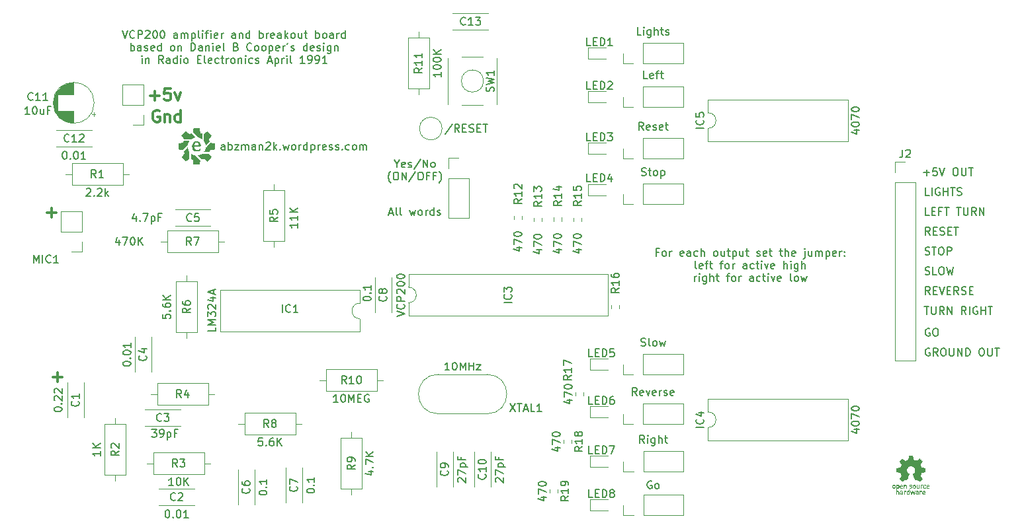
<source format=gbr>
%TF.GenerationSoftware,KiCad,Pcbnew,(6.0.0)*%
%TF.CreationDate,2022-01-24T17:50:55-05:00*%
%TF.ProjectId,VCP200 better,56435032-3030-4206-9265-747465722e6b,rev?*%
%TF.SameCoordinates,Original*%
%TF.FileFunction,Legend,Top*%
%TF.FilePolarity,Positive*%
%FSLAX46Y46*%
G04 Gerber Fmt 4.6, Leading zero omitted, Abs format (unit mm)*
G04 Created by KiCad (PCBNEW (6.0.0)) date 2022-01-24 17:50:55*
%MOMM*%
%LPD*%
G01*
G04 APERTURE LIST*
%ADD10C,0.150000*%
%ADD11C,0.300000*%
%ADD12C,0.120000*%
G04 APERTURE END LIST*
D10*
X227109976Y-93622761D02*
X227252833Y-93670380D01*
X227490928Y-93670380D01*
X227586166Y-93622761D01*
X227633785Y-93575142D01*
X227681404Y-93479904D01*
X227681404Y-93384666D01*
X227633785Y-93289428D01*
X227586166Y-93241809D01*
X227490928Y-93194190D01*
X227300452Y-93146571D01*
X227205214Y-93098952D01*
X227157595Y-93051333D01*
X227109976Y-92956095D01*
X227109976Y-92860857D01*
X227157595Y-92765619D01*
X227205214Y-92718000D01*
X227300452Y-92670380D01*
X227538547Y-92670380D01*
X227681404Y-92718000D01*
X228586166Y-93670380D02*
X228109976Y-93670380D01*
X228109976Y-92670380D01*
X229109976Y-92670380D02*
X229300452Y-92670380D01*
X229395690Y-92718000D01*
X229490928Y-92813238D01*
X229538547Y-93003714D01*
X229538547Y-93337047D01*
X229490928Y-93527523D01*
X229395690Y-93622761D01*
X229300452Y-93670380D01*
X229109976Y-93670380D01*
X229014738Y-93622761D01*
X228919500Y-93527523D01*
X228871880Y-93337047D01*
X228871880Y-93003714D01*
X228919500Y-92813238D01*
X229014738Y-92718000D01*
X229109976Y-92670380D01*
X229871880Y-92670380D02*
X230109976Y-93670380D01*
X230300452Y-92956095D01*
X230490928Y-93670380D01*
X230729023Y-92670380D01*
X227729023Y-88590380D02*
X227395690Y-88114190D01*
X227157595Y-88590380D02*
X227157595Y-87590380D01*
X227538547Y-87590380D01*
X227633785Y-87638000D01*
X227681404Y-87685619D01*
X227729023Y-87780857D01*
X227729023Y-87923714D01*
X227681404Y-88018952D01*
X227633785Y-88066571D01*
X227538547Y-88114190D01*
X227157595Y-88114190D01*
X228157595Y-88066571D02*
X228490928Y-88066571D01*
X228633785Y-88590380D02*
X228157595Y-88590380D01*
X228157595Y-87590380D01*
X228633785Y-87590380D01*
X229014738Y-88542761D02*
X229157595Y-88590380D01*
X229395690Y-88590380D01*
X229490928Y-88542761D01*
X229538547Y-88495142D01*
X229586166Y-88399904D01*
X229586166Y-88304666D01*
X229538547Y-88209428D01*
X229490928Y-88161809D01*
X229395690Y-88114190D01*
X229205214Y-88066571D01*
X229109976Y-88018952D01*
X229062357Y-87971333D01*
X229014738Y-87876095D01*
X229014738Y-87780857D01*
X229062357Y-87685619D01*
X229109976Y-87638000D01*
X229205214Y-87590380D01*
X229443309Y-87590380D01*
X229586166Y-87638000D01*
X230014738Y-88066571D02*
X230348071Y-88066571D01*
X230490928Y-88590380D02*
X230014738Y-88590380D01*
X230014738Y-87590380D01*
X230490928Y-87590380D01*
X230776642Y-87590380D02*
X231348071Y-87590380D01*
X231062357Y-88590380D02*
X231062357Y-87590380D01*
D11*
X127931857Y-70719142D02*
X129074714Y-70719142D01*
X128503285Y-71290571D02*
X128503285Y-70147714D01*
X130503285Y-69790571D02*
X129789000Y-69790571D01*
X129717571Y-70504857D01*
X129789000Y-70433428D01*
X129931857Y-70362000D01*
X130289000Y-70362000D01*
X130431857Y-70433428D01*
X130503285Y-70504857D01*
X130574714Y-70647714D01*
X130574714Y-71004857D01*
X130503285Y-71147714D01*
X130431857Y-71219142D01*
X130289000Y-71290571D01*
X129931857Y-71290571D01*
X129789000Y-71219142D01*
X129717571Y-71147714D01*
X131074714Y-70290571D02*
X131431857Y-71290571D01*
X131789000Y-70290571D01*
D10*
X226903595Y-80589428D02*
X227665500Y-80589428D01*
X227284547Y-80970380D02*
X227284547Y-80208476D01*
X228617880Y-79970380D02*
X228141690Y-79970380D01*
X228094071Y-80446571D01*
X228141690Y-80398952D01*
X228236928Y-80351333D01*
X228475023Y-80351333D01*
X228570261Y-80398952D01*
X228617880Y-80446571D01*
X228665500Y-80541809D01*
X228665500Y-80779904D01*
X228617880Y-80875142D01*
X228570261Y-80922761D01*
X228475023Y-80970380D01*
X228236928Y-80970380D01*
X228141690Y-80922761D01*
X228094071Y-80875142D01*
X228951214Y-79970380D02*
X229284547Y-80970380D01*
X229617880Y-79970380D01*
X230903595Y-79970380D02*
X231094071Y-79970380D01*
X231189309Y-80018000D01*
X231284547Y-80113238D01*
X231332166Y-80303714D01*
X231332166Y-80637047D01*
X231284547Y-80827523D01*
X231189309Y-80922761D01*
X231094071Y-80970380D01*
X230903595Y-80970380D01*
X230808357Y-80922761D01*
X230713119Y-80827523D01*
X230665500Y-80637047D01*
X230665500Y-80303714D01*
X230713119Y-80113238D01*
X230808357Y-80018000D01*
X230903595Y-79970380D01*
X231760738Y-79970380D02*
X231760738Y-80779904D01*
X231808357Y-80875142D01*
X231855976Y-80922761D01*
X231951214Y-80970380D01*
X232141690Y-80970380D01*
X232236928Y-80922761D01*
X232284547Y-80875142D01*
X232332166Y-80779904D01*
X232332166Y-79970380D01*
X232665500Y-79970380D02*
X233236928Y-79970380D01*
X232951214Y-80970380D02*
X232951214Y-79970380D01*
D11*
X129078714Y-72656000D02*
X128935857Y-72584571D01*
X128721571Y-72584571D01*
X128507285Y-72656000D01*
X128364428Y-72798857D01*
X128293000Y-72941714D01*
X128221571Y-73227428D01*
X128221571Y-73441714D01*
X128293000Y-73727428D01*
X128364428Y-73870285D01*
X128507285Y-74013142D01*
X128721571Y-74084571D01*
X128864428Y-74084571D01*
X129078714Y-74013142D01*
X129150142Y-73941714D01*
X129150142Y-73441714D01*
X128864428Y-73441714D01*
X129793000Y-73084571D02*
X129793000Y-74084571D01*
X129793000Y-73227428D02*
X129864428Y-73156000D01*
X130007285Y-73084571D01*
X130221571Y-73084571D01*
X130364428Y-73156000D01*
X130435857Y-73298857D01*
X130435857Y-74084571D01*
X131793000Y-74084571D02*
X131793000Y-72584571D01*
X131793000Y-74013142D02*
X131650142Y-74084571D01*
X131364428Y-74084571D01*
X131221571Y-74013142D01*
X131150142Y-73941714D01*
X131078714Y-73798857D01*
X131078714Y-73370285D01*
X131150142Y-73227428D01*
X131221571Y-73156000D01*
X131364428Y-73084571D01*
X131650142Y-73084571D01*
X131793000Y-73156000D01*
D10*
X227109976Y-91082761D02*
X227252833Y-91130380D01*
X227490928Y-91130380D01*
X227586166Y-91082761D01*
X227633785Y-91035142D01*
X227681404Y-90939904D01*
X227681404Y-90844666D01*
X227633785Y-90749428D01*
X227586166Y-90701809D01*
X227490928Y-90654190D01*
X227300452Y-90606571D01*
X227205214Y-90558952D01*
X227157595Y-90511333D01*
X227109976Y-90416095D01*
X227109976Y-90320857D01*
X227157595Y-90225619D01*
X227205214Y-90178000D01*
X227300452Y-90130380D01*
X227538547Y-90130380D01*
X227681404Y-90178000D01*
X227967119Y-90130380D02*
X228538547Y-90130380D01*
X228252833Y-91130380D02*
X228252833Y-90130380D01*
X229062357Y-90130380D02*
X229252833Y-90130380D01*
X229348071Y-90178000D01*
X229443309Y-90273238D01*
X229490928Y-90463714D01*
X229490928Y-90797047D01*
X229443309Y-90987523D01*
X229348071Y-91082761D01*
X229252833Y-91130380D01*
X229062357Y-91130380D01*
X228967119Y-91082761D01*
X228871880Y-90987523D01*
X228824261Y-90797047D01*
X228824261Y-90463714D01*
X228871880Y-90273238D01*
X228967119Y-90178000D01*
X229062357Y-90130380D01*
X229919500Y-91130380D02*
X229919500Y-90130380D01*
X230300452Y-90130380D01*
X230395690Y-90178000D01*
X230443309Y-90225619D01*
X230490928Y-90320857D01*
X230490928Y-90463714D01*
X230443309Y-90558952D01*
X230395690Y-90606571D01*
X230300452Y-90654190D01*
X229919500Y-90654190D01*
X227681404Y-103132000D02*
X227586166Y-103084380D01*
X227443309Y-103084380D01*
X227300452Y-103132000D01*
X227205214Y-103227238D01*
X227157595Y-103322476D01*
X227109976Y-103512952D01*
X227109976Y-103655809D01*
X227157595Y-103846285D01*
X227205214Y-103941523D01*
X227300452Y-104036761D01*
X227443309Y-104084380D01*
X227538547Y-104084380D01*
X227681404Y-104036761D01*
X227729023Y-103989142D01*
X227729023Y-103655809D01*
X227538547Y-103655809D01*
X228729023Y-104084380D02*
X228395690Y-103608190D01*
X228157595Y-104084380D02*
X228157595Y-103084380D01*
X228538547Y-103084380D01*
X228633785Y-103132000D01*
X228681404Y-103179619D01*
X228729023Y-103274857D01*
X228729023Y-103417714D01*
X228681404Y-103512952D01*
X228633785Y-103560571D01*
X228538547Y-103608190D01*
X228157595Y-103608190D01*
X229348071Y-103084380D02*
X229538547Y-103084380D01*
X229633785Y-103132000D01*
X229729023Y-103227238D01*
X229776642Y-103417714D01*
X229776642Y-103751047D01*
X229729023Y-103941523D01*
X229633785Y-104036761D01*
X229538547Y-104084380D01*
X229348071Y-104084380D01*
X229252833Y-104036761D01*
X229157595Y-103941523D01*
X229109976Y-103751047D01*
X229109976Y-103417714D01*
X229157595Y-103227238D01*
X229252833Y-103132000D01*
X229348071Y-103084380D01*
X230205214Y-103084380D02*
X230205214Y-103893904D01*
X230252833Y-103989142D01*
X230300452Y-104036761D01*
X230395690Y-104084380D01*
X230586166Y-104084380D01*
X230681404Y-104036761D01*
X230729023Y-103989142D01*
X230776642Y-103893904D01*
X230776642Y-103084380D01*
X231252833Y-104084380D02*
X231252833Y-103084380D01*
X231824261Y-104084380D01*
X231824261Y-103084380D01*
X232300452Y-104084380D02*
X232300452Y-103084380D01*
X232538547Y-103084380D01*
X232681404Y-103132000D01*
X232776642Y-103227238D01*
X232824261Y-103322476D01*
X232871880Y-103512952D01*
X232871880Y-103655809D01*
X232824261Y-103846285D01*
X232776642Y-103941523D01*
X232681404Y-104036761D01*
X232538547Y-104084380D01*
X232300452Y-104084380D01*
X234252833Y-103084380D02*
X234443309Y-103084380D01*
X234538547Y-103132000D01*
X234633785Y-103227238D01*
X234681404Y-103417714D01*
X234681404Y-103751047D01*
X234633785Y-103941523D01*
X234538547Y-104036761D01*
X234443309Y-104084380D01*
X234252833Y-104084380D01*
X234157595Y-104036761D01*
X234062357Y-103941523D01*
X234014738Y-103751047D01*
X234014738Y-103417714D01*
X234062357Y-103227238D01*
X234157595Y-103132000D01*
X234252833Y-103084380D01*
X235109976Y-103084380D02*
X235109976Y-103893904D01*
X235157595Y-103989142D01*
X235205214Y-104036761D01*
X235300452Y-104084380D01*
X235490928Y-104084380D01*
X235586166Y-104036761D01*
X235633785Y-103989142D01*
X235681404Y-103893904D01*
X235681404Y-103084380D01*
X236014738Y-103084380D02*
X236586166Y-103084380D01*
X236300452Y-104084380D02*
X236300452Y-103084380D01*
X227681404Y-100592000D02*
X227586166Y-100544380D01*
X227443309Y-100544380D01*
X227300452Y-100592000D01*
X227205214Y-100687238D01*
X227157595Y-100782476D01*
X227109976Y-100972952D01*
X227109976Y-101115809D01*
X227157595Y-101306285D01*
X227205214Y-101401523D01*
X227300452Y-101496761D01*
X227443309Y-101544380D01*
X227538547Y-101544380D01*
X227681404Y-101496761D01*
X227729023Y-101449142D01*
X227729023Y-101115809D01*
X227538547Y-101115809D01*
X228348071Y-100544380D02*
X228538547Y-100544380D01*
X228633785Y-100592000D01*
X228729023Y-100687238D01*
X228776642Y-100877714D01*
X228776642Y-101211047D01*
X228729023Y-101401523D01*
X228633785Y-101496761D01*
X228538547Y-101544380D01*
X228348071Y-101544380D01*
X228252833Y-101496761D01*
X228157595Y-101401523D01*
X228109976Y-101211047D01*
X228109976Y-100877714D01*
X228157595Y-100687238D01*
X228252833Y-100592000D01*
X228348071Y-100544380D01*
X227633785Y-86050380D02*
X227157595Y-86050380D01*
X227157595Y-85050380D01*
X227967119Y-85526571D02*
X228300452Y-85526571D01*
X228443309Y-86050380D02*
X227967119Y-86050380D01*
X227967119Y-85050380D01*
X228443309Y-85050380D01*
X229205214Y-85526571D02*
X228871880Y-85526571D01*
X228871880Y-86050380D02*
X228871880Y-85050380D01*
X229348071Y-85050380D01*
X229586166Y-85050380D02*
X230157595Y-85050380D01*
X229871880Y-86050380D02*
X229871880Y-85050380D01*
X231109976Y-85050380D02*
X231681404Y-85050380D01*
X231395690Y-86050380D02*
X231395690Y-85050380D01*
X232014738Y-85050380D02*
X232014738Y-85859904D01*
X232062357Y-85955142D01*
X232109976Y-86002761D01*
X232205214Y-86050380D01*
X232395690Y-86050380D01*
X232490928Y-86002761D01*
X232538547Y-85955142D01*
X232586166Y-85859904D01*
X232586166Y-85050380D01*
X233633785Y-86050380D02*
X233300452Y-85574190D01*
X233062357Y-86050380D02*
X233062357Y-85050380D01*
X233443309Y-85050380D01*
X233538547Y-85098000D01*
X233586166Y-85145619D01*
X233633785Y-85240857D01*
X233633785Y-85383714D01*
X233586166Y-85478952D01*
X233538547Y-85526571D01*
X233443309Y-85574190D01*
X233062357Y-85574190D01*
X234062357Y-86050380D02*
X234062357Y-85050380D01*
X234633785Y-86050380D01*
X234633785Y-85050380D01*
X227014738Y-97750380D02*
X227586166Y-97750380D01*
X227300452Y-98750380D02*
X227300452Y-97750380D01*
X227919500Y-97750380D02*
X227919500Y-98559904D01*
X227967119Y-98655142D01*
X228014738Y-98702761D01*
X228109976Y-98750380D01*
X228300452Y-98750380D01*
X228395690Y-98702761D01*
X228443309Y-98655142D01*
X228490928Y-98559904D01*
X228490928Y-97750380D01*
X229538547Y-98750380D02*
X229205214Y-98274190D01*
X228967119Y-98750380D02*
X228967119Y-97750380D01*
X229348071Y-97750380D01*
X229443309Y-97798000D01*
X229490928Y-97845619D01*
X229538547Y-97940857D01*
X229538547Y-98083714D01*
X229490928Y-98178952D01*
X229443309Y-98226571D01*
X229348071Y-98274190D01*
X228967119Y-98274190D01*
X229967119Y-98750380D02*
X229967119Y-97750380D01*
X230538547Y-98750380D01*
X230538547Y-97750380D01*
X232348071Y-98750380D02*
X232014738Y-98274190D01*
X231776642Y-98750380D02*
X231776642Y-97750380D01*
X232157595Y-97750380D01*
X232252833Y-97798000D01*
X232300452Y-97845619D01*
X232348071Y-97940857D01*
X232348071Y-98083714D01*
X232300452Y-98178952D01*
X232252833Y-98226571D01*
X232157595Y-98274190D01*
X231776642Y-98274190D01*
X232776642Y-98750380D02*
X232776642Y-97750380D01*
X233776642Y-97798000D02*
X233681404Y-97750380D01*
X233538547Y-97750380D01*
X233395690Y-97798000D01*
X233300452Y-97893238D01*
X233252833Y-97988476D01*
X233205214Y-98178952D01*
X233205214Y-98321809D01*
X233252833Y-98512285D01*
X233300452Y-98607523D01*
X233395690Y-98702761D01*
X233538547Y-98750380D01*
X233633785Y-98750380D01*
X233776642Y-98702761D01*
X233824261Y-98655142D01*
X233824261Y-98321809D01*
X233633785Y-98321809D01*
X234252833Y-98750380D02*
X234252833Y-97750380D01*
X234252833Y-98226571D02*
X234824261Y-98226571D01*
X234824261Y-98750380D02*
X234824261Y-97750380D01*
X235157595Y-97750380D02*
X235729023Y-97750380D01*
X235443309Y-98750380D02*
X235443309Y-97750380D01*
X192985904Y-90774571D02*
X192652571Y-90774571D01*
X192652571Y-91298380D02*
X192652571Y-90298380D01*
X193128761Y-90298380D01*
X193652571Y-91298380D02*
X193557333Y-91250761D01*
X193509714Y-91203142D01*
X193462095Y-91107904D01*
X193462095Y-90822190D01*
X193509714Y-90726952D01*
X193557333Y-90679333D01*
X193652571Y-90631714D01*
X193795428Y-90631714D01*
X193890666Y-90679333D01*
X193938285Y-90726952D01*
X193985904Y-90822190D01*
X193985904Y-91107904D01*
X193938285Y-91203142D01*
X193890666Y-91250761D01*
X193795428Y-91298380D01*
X193652571Y-91298380D01*
X194414476Y-91298380D02*
X194414476Y-90631714D01*
X194414476Y-90822190D02*
X194462095Y-90726952D01*
X194509714Y-90679333D01*
X194604952Y-90631714D01*
X194700190Y-90631714D01*
X196176380Y-91250761D02*
X196081142Y-91298380D01*
X195890666Y-91298380D01*
X195795428Y-91250761D01*
X195747809Y-91155523D01*
X195747809Y-90774571D01*
X195795428Y-90679333D01*
X195890666Y-90631714D01*
X196081142Y-90631714D01*
X196176380Y-90679333D01*
X196224000Y-90774571D01*
X196224000Y-90869809D01*
X195747809Y-90965047D01*
X197081142Y-91298380D02*
X197081142Y-90774571D01*
X197033523Y-90679333D01*
X196938285Y-90631714D01*
X196747809Y-90631714D01*
X196652571Y-90679333D01*
X197081142Y-91250761D02*
X196985904Y-91298380D01*
X196747809Y-91298380D01*
X196652571Y-91250761D01*
X196604952Y-91155523D01*
X196604952Y-91060285D01*
X196652571Y-90965047D01*
X196747809Y-90917428D01*
X196985904Y-90917428D01*
X197081142Y-90869809D01*
X197985904Y-91250761D02*
X197890666Y-91298380D01*
X197700190Y-91298380D01*
X197604952Y-91250761D01*
X197557333Y-91203142D01*
X197509714Y-91107904D01*
X197509714Y-90822190D01*
X197557333Y-90726952D01*
X197604952Y-90679333D01*
X197700190Y-90631714D01*
X197890666Y-90631714D01*
X197985904Y-90679333D01*
X198414476Y-91298380D02*
X198414476Y-90298380D01*
X198843047Y-91298380D02*
X198843047Y-90774571D01*
X198795428Y-90679333D01*
X198700190Y-90631714D01*
X198557333Y-90631714D01*
X198462095Y-90679333D01*
X198414476Y-90726952D01*
X200224000Y-91298380D02*
X200128761Y-91250761D01*
X200081142Y-91203142D01*
X200033523Y-91107904D01*
X200033523Y-90822190D01*
X200081142Y-90726952D01*
X200128761Y-90679333D01*
X200224000Y-90631714D01*
X200366857Y-90631714D01*
X200462095Y-90679333D01*
X200509714Y-90726952D01*
X200557333Y-90822190D01*
X200557333Y-91107904D01*
X200509714Y-91203142D01*
X200462095Y-91250761D01*
X200366857Y-91298380D01*
X200224000Y-91298380D01*
X201414476Y-90631714D02*
X201414476Y-91298380D01*
X200985904Y-90631714D02*
X200985904Y-91155523D01*
X201033523Y-91250761D01*
X201128761Y-91298380D01*
X201271619Y-91298380D01*
X201366857Y-91250761D01*
X201414476Y-91203142D01*
X201747809Y-90631714D02*
X202128761Y-90631714D01*
X201890666Y-90298380D02*
X201890666Y-91155523D01*
X201938285Y-91250761D01*
X202033523Y-91298380D01*
X202128761Y-91298380D01*
X202462095Y-90631714D02*
X202462095Y-91631714D01*
X202462095Y-90679333D02*
X202557333Y-90631714D01*
X202747809Y-90631714D01*
X202843047Y-90679333D01*
X202890666Y-90726952D01*
X202938285Y-90822190D01*
X202938285Y-91107904D01*
X202890666Y-91203142D01*
X202843047Y-91250761D01*
X202747809Y-91298380D01*
X202557333Y-91298380D01*
X202462095Y-91250761D01*
X203795428Y-90631714D02*
X203795428Y-91298380D01*
X203366857Y-90631714D02*
X203366857Y-91155523D01*
X203414476Y-91250761D01*
X203509714Y-91298380D01*
X203652571Y-91298380D01*
X203747809Y-91250761D01*
X203795428Y-91203142D01*
X204128761Y-90631714D02*
X204509714Y-90631714D01*
X204271619Y-90298380D02*
X204271619Y-91155523D01*
X204319238Y-91250761D01*
X204414476Y-91298380D01*
X204509714Y-91298380D01*
X205557333Y-91250761D02*
X205652571Y-91298380D01*
X205843047Y-91298380D01*
X205938285Y-91250761D01*
X205985904Y-91155523D01*
X205985904Y-91107904D01*
X205938285Y-91012666D01*
X205843047Y-90965047D01*
X205700190Y-90965047D01*
X205604952Y-90917428D01*
X205557333Y-90822190D01*
X205557333Y-90774571D01*
X205604952Y-90679333D01*
X205700190Y-90631714D01*
X205843047Y-90631714D01*
X205938285Y-90679333D01*
X206795428Y-91250761D02*
X206700190Y-91298380D01*
X206509714Y-91298380D01*
X206414476Y-91250761D01*
X206366857Y-91155523D01*
X206366857Y-90774571D01*
X206414476Y-90679333D01*
X206509714Y-90631714D01*
X206700190Y-90631714D01*
X206795428Y-90679333D01*
X206843047Y-90774571D01*
X206843047Y-90869809D01*
X206366857Y-90965047D01*
X207128761Y-90631714D02*
X207509714Y-90631714D01*
X207271619Y-90298380D02*
X207271619Y-91155523D01*
X207319238Y-91250761D01*
X207414476Y-91298380D01*
X207509714Y-91298380D01*
X208462095Y-90631714D02*
X208843047Y-90631714D01*
X208604952Y-90298380D02*
X208604952Y-91155523D01*
X208652571Y-91250761D01*
X208747809Y-91298380D01*
X208843047Y-91298380D01*
X209176380Y-91298380D02*
X209176380Y-90298380D01*
X209604952Y-91298380D02*
X209604952Y-90774571D01*
X209557333Y-90679333D01*
X209462095Y-90631714D01*
X209319238Y-90631714D01*
X209224000Y-90679333D01*
X209176380Y-90726952D01*
X210462095Y-91250761D02*
X210366857Y-91298380D01*
X210176380Y-91298380D01*
X210081142Y-91250761D01*
X210033523Y-91155523D01*
X210033523Y-90774571D01*
X210081142Y-90679333D01*
X210176380Y-90631714D01*
X210366857Y-90631714D01*
X210462095Y-90679333D01*
X210509714Y-90774571D01*
X210509714Y-90869809D01*
X210033523Y-90965047D01*
X211700190Y-90631714D02*
X211700190Y-91488857D01*
X211652571Y-91584095D01*
X211557333Y-91631714D01*
X211509714Y-91631714D01*
X211700190Y-90298380D02*
X211652571Y-90346000D01*
X211700190Y-90393619D01*
X211747809Y-90346000D01*
X211700190Y-90298380D01*
X211700190Y-90393619D01*
X212604952Y-90631714D02*
X212604952Y-91298380D01*
X212176380Y-90631714D02*
X212176380Y-91155523D01*
X212224000Y-91250761D01*
X212319238Y-91298380D01*
X212462095Y-91298380D01*
X212557333Y-91250761D01*
X212604952Y-91203142D01*
X213081142Y-91298380D02*
X213081142Y-90631714D01*
X213081142Y-90726952D02*
X213128761Y-90679333D01*
X213224000Y-90631714D01*
X213366857Y-90631714D01*
X213462095Y-90679333D01*
X213509714Y-90774571D01*
X213509714Y-91298380D01*
X213509714Y-90774571D02*
X213557333Y-90679333D01*
X213652571Y-90631714D01*
X213795428Y-90631714D01*
X213890666Y-90679333D01*
X213938285Y-90774571D01*
X213938285Y-91298380D01*
X214414476Y-90631714D02*
X214414476Y-91631714D01*
X214414476Y-90679333D02*
X214509714Y-90631714D01*
X214700190Y-90631714D01*
X214795428Y-90679333D01*
X214843047Y-90726952D01*
X214890666Y-90822190D01*
X214890666Y-91107904D01*
X214843047Y-91203142D01*
X214795428Y-91250761D01*
X214700190Y-91298380D01*
X214509714Y-91298380D01*
X214414476Y-91250761D01*
X215700190Y-91250761D02*
X215604952Y-91298380D01*
X215414476Y-91298380D01*
X215319238Y-91250761D01*
X215271619Y-91155523D01*
X215271619Y-90774571D01*
X215319238Y-90679333D01*
X215414476Y-90631714D01*
X215604952Y-90631714D01*
X215700190Y-90679333D01*
X215747809Y-90774571D01*
X215747809Y-90869809D01*
X215271619Y-90965047D01*
X216176380Y-91298380D02*
X216176380Y-90631714D01*
X216176380Y-90822190D02*
X216224000Y-90726952D01*
X216271619Y-90679333D01*
X216366857Y-90631714D01*
X216462095Y-90631714D01*
X216795428Y-91203142D02*
X216843047Y-91250761D01*
X216795428Y-91298380D01*
X216747809Y-91250761D01*
X216795428Y-91203142D01*
X216795428Y-91298380D01*
X216795428Y-90679333D02*
X216843047Y-90726952D01*
X216795428Y-90774571D01*
X216747809Y-90726952D01*
X216795428Y-90679333D01*
X216795428Y-90774571D01*
X197843047Y-92908380D02*
X197747809Y-92860761D01*
X197700190Y-92765523D01*
X197700190Y-91908380D01*
X198604952Y-92860761D02*
X198509714Y-92908380D01*
X198319238Y-92908380D01*
X198224000Y-92860761D01*
X198176380Y-92765523D01*
X198176380Y-92384571D01*
X198224000Y-92289333D01*
X198319238Y-92241714D01*
X198509714Y-92241714D01*
X198604952Y-92289333D01*
X198652571Y-92384571D01*
X198652571Y-92479809D01*
X198176380Y-92575047D01*
X198938285Y-92241714D02*
X199319238Y-92241714D01*
X199081142Y-92908380D02*
X199081142Y-92051238D01*
X199128761Y-91956000D01*
X199224000Y-91908380D01*
X199319238Y-91908380D01*
X199509714Y-92241714D02*
X199890666Y-92241714D01*
X199652571Y-91908380D02*
X199652571Y-92765523D01*
X199700190Y-92860761D01*
X199795428Y-92908380D01*
X199890666Y-92908380D01*
X200843047Y-92241714D02*
X201224000Y-92241714D01*
X200985904Y-92908380D02*
X200985904Y-92051238D01*
X201033523Y-91956000D01*
X201128761Y-91908380D01*
X201224000Y-91908380D01*
X201700190Y-92908380D02*
X201604952Y-92860761D01*
X201557333Y-92813142D01*
X201509714Y-92717904D01*
X201509714Y-92432190D01*
X201557333Y-92336952D01*
X201604952Y-92289333D01*
X201700190Y-92241714D01*
X201843047Y-92241714D01*
X201938285Y-92289333D01*
X201985904Y-92336952D01*
X202033523Y-92432190D01*
X202033523Y-92717904D01*
X201985904Y-92813142D01*
X201938285Y-92860761D01*
X201843047Y-92908380D01*
X201700190Y-92908380D01*
X202462095Y-92908380D02*
X202462095Y-92241714D01*
X202462095Y-92432190D02*
X202509714Y-92336952D01*
X202557333Y-92289333D01*
X202652571Y-92241714D01*
X202747809Y-92241714D01*
X204271619Y-92908380D02*
X204271619Y-92384571D01*
X204224000Y-92289333D01*
X204128761Y-92241714D01*
X203938285Y-92241714D01*
X203843047Y-92289333D01*
X204271619Y-92860761D02*
X204176380Y-92908380D01*
X203938285Y-92908380D01*
X203843047Y-92860761D01*
X203795428Y-92765523D01*
X203795428Y-92670285D01*
X203843047Y-92575047D01*
X203938285Y-92527428D01*
X204176380Y-92527428D01*
X204271619Y-92479809D01*
X205176380Y-92860761D02*
X205081142Y-92908380D01*
X204890666Y-92908380D01*
X204795428Y-92860761D01*
X204747809Y-92813142D01*
X204700190Y-92717904D01*
X204700190Y-92432190D01*
X204747809Y-92336952D01*
X204795428Y-92289333D01*
X204890666Y-92241714D01*
X205081142Y-92241714D01*
X205176380Y-92289333D01*
X205462095Y-92241714D02*
X205843047Y-92241714D01*
X205604952Y-91908380D02*
X205604952Y-92765523D01*
X205652571Y-92860761D01*
X205747809Y-92908380D01*
X205843047Y-92908380D01*
X206176380Y-92908380D02*
X206176380Y-92241714D01*
X206176380Y-91908380D02*
X206128761Y-91956000D01*
X206176380Y-92003619D01*
X206224000Y-91956000D01*
X206176380Y-91908380D01*
X206176380Y-92003619D01*
X206557333Y-92241714D02*
X206795428Y-92908380D01*
X207033523Y-92241714D01*
X207795428Y-92860761D02*
X207700190Y-92908380D01*
X207509714Y-92908380D01*
X207414476Y-92860761D01*
X207366857Y-92765523D01*
X207366857Y-92384571D01*
X207414476Y-92289333D01*
X207509714Y-92241714D01*
X207700190Y-92241714D01*
X207795428Y-92289333D01*
X207843047Y-92384571D01*
X207843047Y-92479809D01*
X207366857Y-92575047D01*
X209033523Y-92908380D02*
X209033523Y-91908380D01*
X209462095Y-92908380D02*
X209462095Y-92384571D01*
X209414476Y-92289333D01*
X209319238Y-92241714D01*
X209176380Y-92241714D01*
X209081142Y-92289333D01*
X209033523Y-92336952D01*
X209938285Y-92908380D02*
X209938285Y-92241714D01*
X209938285Y-91908380D02*
X209890666Y-91956000D01*
X209938285Y-92003619D01*
X209985904Y-91956000D01*
X209938285Y-91908380D01*
X209938285Y-92003619D01*
X210843047Y-92241714D02*
X210843047Y-93051238D01*
X210795428Y-93146476D01*
X210747809Y-93194095D01*
X210652571Y-93241714D01*
X210509714Y-93241714D01*
X210414476Y-93194095D01*
X210843047Y-92860761D02*
X210747809Y-92908380D01*
X210557333Y-92908380D01*
X210462095Y-92860761D01*
X210414476Y-92813142D01*
X210366857Y-92717904D01*
X210366857Y-92432190D01*
X210414476Y-92336952D01*
X210462095Y-92289333D01*
X210557333Y-92241714D01*
X210747809Y-92241714D01*
X210843047Y-92289333D01*
X211319238Y-92908380D02*
X211319238Y-91908380D01*
X211747809Y-92908380D02*
X211747809Y-92384571D01*
X211700190Y-92289333D01*
X211604952Y-92241714D01*
X211462095Y-92241714D01*
X211366857Y-92289333D01*
X211319238Y-92336952D01*
X197581142Y-94518380D02*
X197581142Y-93851714D01*
X197581142Y-94042190D02*
X197628761Y-93946952D01*
X197676380Y-93899333D01*
X197771619Y-93851714D01*
X197866857Y-93851714D01*
X198200190Y-94518380D02*
X198200190Y-93851714D01*
X198200190Y-93518380D02*
X198152571Y-93566000D01*
X198200190Y-93613619D01*
X198247809Y-93566000D01*
X198200190Y-93518380D01*
X198200190Y-93613619D01*
X199104952Y-93851714D02*
X199104952Y-94661238D01*
X199057333Y-94756476D01*
X199009714Y-94804095D01*
X198914476Y-94851714D01*
X198771619Y-94851714D01*
X198676380Y-94804095D01*
X199104952Y-94470761D02*
X199009714Y-94518380D01*
X198819238Y-94518380D01*
X198724000Y-94470761D01*
X198676380Y-94423142D01*
X198628761Y-94327904D01*
X198628761Y-94042190D01*
X198676380Y-93946952D01*
X198724000Y-93899333D01*
X198819238Y-93851714D01*
X199009714Y-93851714D01*
X199104952Y-93899333D01*
X199581142Y-94518380D02*
X199581142Y-93518380D01*
X200009714Y-94518380D02*
X200009714Y-93994571D01*
X199962095Y-93899333D01*
X199866857Y-93851714D01*
X199724000Y-93851714D01*
X199628761Y-93899333D01*
X199581142Y-93946952D01*
X200343047Y-93851714D02*
X200724000Y-93851714D01*
X200485904Y-93518380D02*
X200485904Y-94375523D01*
X200533523Y-94470761D01*
X200628761Y-94518380D01*
X200724000Y-94518380D01*
X201676380Y-93851714D02*
X202057333Y-93851714D01*
X201819238Y-94518380D02*
X201819238Y-93661238D01*
X201866857Y-93566000D01*
X201962095Y-93518380D01*
X202057333Y-93518380D01*
X202533523Y-94518380D02*
X202438285Y-94470761D01*
X202390666Y-94423142D01*
X202343047Y-94327904D01*
X202343047Y-94042190D01*
X202390666Y-93946952D01*
X202438285Y-93899333D01*
X202533523Y-93851714D01*
X202676380Y-93851714D01*
X202771619Y-93899333D01*
X202819238Y-93946952D01*
X202866857Y-94042190D01*
X202866857Y-94327904D01*
X202819238Y-94423142D01*
X202771619Y-94470761D01*
X202676380Y-94518380D01*
X202533523Y-94518380D01*
X203295428Y-94518380D02*
X203295428Y-93851714D01*
X203295428Y-94042190D02*
X203343047Y-93946952D01*
X203390666Y-93899333D01*
X203485904Y-93851714D01*
X203581142Y-93851714D01*
X205104952Y-94518380D02*
X205104952Y-93994571D01*
X205057333Y-93899333D01*
X204962095Y-93851714D01*
X204771619Y-93851714D01*
X204676380Y-93899333D01*
X205104952Y-94470761D02*
X205009714Y-94518380D01*
X204771619Y-94518380D01*
X204676380Y-94470761D01*
X204628761Y-94375523D01*
X204628761Y-94280285D01*
X204676380Y-94185047D01*
X204771619Y-94137428D01*
X205009714Y-94137428D01*
X205104952Y-94089809D01*
X206009714Y-94470761D02*
X205914476Y-94518380D01*
X205724000Y-94518380D01*
X205628761Y-94470761D01*
X205581142Y-94423142D01*
X205533523Y-94327904D01*
X205533523Y-94042190D01*
X205581142Y-93946952D01*
X205628761Y-93899333D01*
X205724000Y-93851714D01*
X205914476Y-93851714D01*
X206009714Y-93899333D01*
X206295428Y-93851714D02*
X206676380Y-93851714D01*
X206438285Y-93518380D02*
X206438285Y-94375523D01*
X206485904Y-94470761D01*
X206581142Y-94518380D01*
X206676380Y-94518380D01*
X207009714Y-94518380D02*
X207009714Y-93851714D01*
X207009714Y-93518380D02*
X206962095Y-93566000D01*
X207009714Y-93613619D01*
X207057333Y-93566000D01*
X207009714Y-93518380D01*
X207009714Y-93613619D01*
X207390666Y-93851714D02*
X207628761Y-94518380D01*
X207866857Y-93851714D01*
X208628761Y-94470761D02*
X208533523Y-94518380D01*
X208343047Y-94518380D01*
X208247809Y-94470761D01*
X208200190Y-94375523D01*
X208200190Y-93994571D01*
X208247809Y-93899333D01*
X208343047Y-93851714D01*
X208533523Y-93851714D01*
X208628761Y-93899333D01*
X208676380Y-93994571D01*
X208676380Y-94089809D01*
X208200190Y-94185047D01*
X210009714Y-94518380D02*
X209914476Y-94470761D01*
X209866857Y-94375523D01*
X209866857Y-93518380D01*
X210533523Y-94518380D02*
X210438285Y-94470761D01*
X210390666Y-94423142D01*
X210343047Y-94327904D01*
X210343047Y-94042190D01*
X210390666Y-93946952D01*
X210438285Y-93899333D01*
X210533523Y-93851714D01*
X210676380Y-93851714D01*
X210771619Y-93899333D01*
X210819238Y-93946952D01*
X210866857Y-94042190D01*
X210866857Y-94327904D01*
X210819238Y-94423142D01*
X210771619Y-94470761D01*
X210676380Y-94518380D01*
X210533523Y-94518380D01*
X211200190Y-93851714D02*
X211390666Y-94518380D01*
X211581142Y-94042190D01*
X211771619Y-94518380D01*
X211962095Y-93851714D01*
X159464666Y-79435190D02*
X159464666Y-79911380D01*
X159131333Y-78911380D02*
X159464666Y-79435190D01*
X159798000Y-78911380D01*
X160512285Y-79863761D02*
X160417047Y-79911380D01*
X160226571Y-79911380D01*
X160131333Y-79863761D01*
X160083714Y-79768523D01*
X160083714Y-79387571D01*
X160131333Y-79292333D01*
X160226571Y-79244714D01*
X160417047Y-79244714D01*
X160512285Y-79292333D01*
X160559904Y-79387571D01*
X160559904Y-79482809D01*
X160083714Y-79578047D01*
X160940857Y-79863761D02*
X161036095Y-79911380D01*
X161226571Y-79911380D01*
X161321809Y-79863761D01*
X161369428Y-79768523D01*
X161369428Y-79720904D01*
X161321809Y-79625666D01*
X161226571Y-79578047D01*
X161083714Y-79578047D01*
X160988476Y-79530428D01*
X160940857Y-79435190D01*
X160940857Y-79387571D01*
X160988476Y-79292333D01*
X161083714Y-79244714D01*
X161226571Y-79244714D01*
X161321809Y-79292333D01*
X162512285Y-78863761D02*
X161655142Y-80149476D01*
X162845619Y-79911380D02*
X162845619Y-78911380D01*
X163417047Y-79911380D01*
X163417047Y-78911380D01*
X164036095Y-79911380D02*
X163940857Y-79863761D01*
X163893238Y-79816142D01*
X163845619Y-79720904D01*
X163845619Y-79435190D01*
X163893238Y-79339952D01*
X163940857Y-79292333D01*
X164036095Y-79244714D01*
X164178952Y-79244714D01*
X164274190Y-79292333D01*
X164321809Y-79339952D01*
X164369428Y-79435190D01*
X164369428Y-79720904D01*
X164321809Y-79816142D01*
X164274190Y-79863761D01*
X164178952Y-79911380D01*
X164036095Y-79911380D01*
X158702761Y-81902333D02*
X158655142Y-81854714D01*
X158559904Y-81711857D01*
X158512285Y-81616619D01*
X158464666Y-81473761D01*
X158417047Y-81235666D01*
X158417047Y-81045190D01*
X158464666Y-80807095D01*
X158512285Y-80664238D01*
X158559904Y-80569000D01*
X158655142Y-80426142D01*
X158702761Y-80378523D01*
X159274190Y-80521380D02*
X159464666Y-80521380D01*
X159559904Y-80569000D01*
X159655142Y-80664238D01*
X159702761Y-80854714D01*
X159702761Y-81188047D01*
X159655142Y-81378523D01*
X159559904Y-81473761D01*
X159464666Y-81521380D01*
X159274190Y-81521380D01*
X159178952Y-81473761D01*
X159083714Y-81378523D01*
X159036095Y-81188047D01*
X159036095Y-80854714D01*
X159083714Y-80664238D01*
X159178952Y-80569000D01*
X159274190Y-80521380D01*
X160131333Y-81521380D02*
X160131333Y-80521380D01*
X160702761Y-81521380D01*
X160702761Y-80521380D01*
X161893238Y-80473761D02*
X161036095Y-81759476D01*
X162417047Y-80521380D02*
X162607523Y-80521380D01*
X162702761Y-80569000D01*
X162798000Y-80664238D01*
X162845619Y-80854714D01*
X162845619Y-81188047D01*
X162798000Y-81378523D01*
X162702761Y-81473761D01*
X162607523Y-81521380D01*
X162417047Y-81521380D01*
X162321809Y-81473761D01*
X162226571Y-81378523D01*
X162178952Y-81188047D01*
X162178952Y-80854714D01*
X162226571Y-80664238D01*
X162321809Y-80569000D01*
X162417047Y-80521380D01*
X163607523Y-80997571D02*
X163274190Y-80997571D01*
X163274190Y-81521380D02*
X163274190Y-80521380D01*
X163750380Y-80521380D01*
X164464666Y-80997571D02*
X164131333Y-80997571D01*
X164131333Y-81521380D02*
X164131333Y-80521380D01*
X164607523Y-80521380D01*
X164893238Y-81902333D02*
X164940857Y-81854714D01*
X165036095Y-81711857D01*
X165083714Y-81616619D01*
X165131333Y-81473761D01*
X165178952Y-81235666D01*
X165178952Y-81045190D01*
X165131333Y-80807095D01*
X165083714Y-80664238D01*
X165036095Y-80569000D01*
X164940857Y-80426142D01*
X164893238Y-80378523D01*
X227729023Y-96210380D02*
X227395690Y-95734190D01*
X227157595Y-96210380D02*
X227157595Y-95210380D01*
X227538547Y-95210380D01*
X227633785Y-95258000D01*
X227681404Y-95305619D01*
X227729023Y-95400857D01*
X227729023Y-95543714D01*
X227681404Y-95638952D01*
X227633785Y-95686571D01*
X227538547Y-95734190D01*
X227157595Y-95734190D01*
X228157595Y-95686571D02*
X228490928Y-95686571D01*
X228633785Y-96210380D02*
X228157595Y-96210380D01*
X228157595Y-95210380D01*
X228633785Y-95210380D01*
X228919500Y-95210380D02*
X229252833Y-96210380D01*
X229586166Y-95210380D01*
X229919500Y-95686571D02*
X230252833Y-95686571D01*
X230395690Y-96210380D02*
X229919500Y-96210380D01*
X229919500Y-95210380D01*
X230395690Y-95210380D01*
X231395690Y-96210380D02*
X231062357Y-95734190D01*
X230824261Y-96210380D02*
X230824261Y-95210380D01*
X231205214Y-95210380D01*
X231300452Y-95258000D01*
X231348071Y-95305619D01*
X231395690Y-95400857D01*
X231395690Y-95543714D01*
X231348071Y-95638952D01*
X231300452Y-95686571D01*
X231205214Y-95734190D01*
X230824261Y-95734190D01*
X231776642Y-96162761D02*
X231919500Y-96210380D01*
X232157595Y-96210380D01*
X232252833Y-96162761D01*
X232300452Y-96115142D01*
X232348071Y-96019904D01*
X232348071Y-95924666D01*
X232300452Y-95829428D01*
X232252833Y-95781809D01*
X232157595Y-95734190D01*
X231967119Y-95686571D01*
X231871880Y-95638952D01*
X231824261Y-95591333D01*
X231776642Y-95496095D01*
X231776642Y-95400857D01*
X231824261Y-95305619D01*
X231871880Y-95258000D01*
X231967119Y-95210380D01*
X232205214Y-95210380D01*
X232348071Y-95258000D01*
X232776642Y-95686571D02*
X233109976Y-95686571D01*
X233252833Y-96210380D02*
X232776642Y-96210380D01*
X232776642Y-95210380D01*
X233252833Y-95210380D01*
X124350666Y-62358380D02*
X124684000Y-63358380D01*
X125017333Y-62358380D01*
X125922095Y-63263142D02*
X125874476Y-63310761D01*
X125731619Y-63358380D01*
X125636380Y-63358380D01*
X125493523Y-63310761D01*
X125398285Y-63215523D01*
X125350666Y-63120285D01*
X125303047Y-62929809D01*
X125303047Y-62786952D01*
X125350666Y-62596476D01*
X125398285Y-62501238D01*
X125493523Y-62406000D01*
X125636380Y-62358380D01*
X125731619Y-62358380D01*
X125874476Y-62406000D01*
X125922095Y-62453619D01*
X126350666Y-63358380D02*
X126350666Y-62358380D01*
X126731619Y-62358380D01*
X126826857Y-62406000D01*
X126874476Y-62453619D01*
X126922095Y-62548857D01*
X126922095Y-62691714D01*
X126874476Y-62786952D01*
X126826857Y-62834571D01*
X126731619Y-62882190D01*
X126350666Y-62882190D01*
X127303047Y-62453619D02*
X127350666Y-62406000D01*
X127445904Y-62358380D01*
X127684000Y-62358380D01*
X127779238Y-62406000D01*
X127826857Y-62453619D01*
X127874476Y-62548857D01*
X127874476Y-62644095D01*
X127826857Y-62786952D01*
X127255428Y-63358380D01*
X127874476Y-63358380D01*
X128493523Y-62358380D02*
X128588761Y-62358380D01*
X128684000Y-62406000D01*
X128731619Y-62453619D01*
X128779238Y-62548857D01*
X128826857Y-62739333D01*
X128826857Y-62977428D01*
X128779238Y-63167904D01*
X128731619Y-63263142D01*
X128684000Y-63310761D01*
X128588761Y-63358380D01*
X128493523Y-63358380D01*
X128398285Y-63310761D01*
X128350666Y-63263142D01*
X128303047Y-63167904D01*
X128255428Y-62977428D01*
X128255428Y-62739333D01*
X128303047Y-62548857D01*
X128350666Y-62453619D01*
X128398285Y-62406000D01*
X128493523Y-62358380D01*
X129445904Y-62358380D02*
X129541142Y-62358380D01*
X129636380Y-62406000D01*
X129684000Y-62453619D01*
X129731619Y-62548857D01*
X129779238Y-62739333D01*
X129779238Y-62977428D01*
X129731619Y-63167904D01*
X129684000Y-63263142D01*
X129636380Y-63310761D01*
X129541142Y-63358380D01*
X129445904Y-63358380D01*
X129350666Y-63310761D01*
X129303047Y-63263142D01*
X129255428Y-63167904D01*
X129207809Y-62977428D01*
X129207809Y-62739333D01*
X129255428Y-62548857D01*
X129303047Y-62453619D01*
X129350666Y-62406000D01*
X129445904Y-62358380D01*
X131398285Y-63358380D02*
X131398285Y-62834571D01*
X131350666Y-62739333D01*
X131255428Y-62691714D01*
X131064952Y-62691714D01*
X130969714Y-62739333D01*
X131398285Y-63310761D02*
X131303047Y-63358380D01*
X131064952Y-63358380D01*
X130969714Y-63310761D01*
X130922095Y-63215523D01*
X130922095Y-63120285D01*
X130969714Y-63025047D01*
X131064952Y-62977428D01*
X131303047Y-62977428D01*
X131398285Y-62929809D01*
X131874476Y-63358380D02*
X131874476Y-62691714D01*
X131874476Y-62786952D02*
X131922095Y-62739333D01*
X132017333Y-62691714D01*
X132160190Y-62691714D01*
X132255428Y-62739333D01*
X132303047Y-62834571D01*
X132303047Y-63358380D01*
X132303047Y-62834571D02*
X132350666Y-62739333D01*
X132445904Y-62691714D01*
X132588761Y-62691714D01*
X132684000Y-62739333D01*
X132731619Y-62834571D01*
X132731619Y-63358380D01*
X133207809Y-62691714D02*
X133207809Y-63691714D01*
X133207809Y-62739333D02*
X133303047Y-62691714D01*
X133493523Y-62691714D01*
X133588761Y-62739333D01*
X133636380Y-62786952D01*
X133684000Y-62882190D01*
X133684000Y-63167904D01*
X133636380Y-63263142D01*
X133588761Y-63310761D01*
X133493523Y-63358380D01*
X133303047Y-63358380D01*
X133207809Y-63310761D01*
X134255428Y-63358380D02*
X134160190Y-63310761D01*
X134112571Y-63215523D01*
X134112571Y-62358380D01*
X134636380Y-63358380D02*
X134636380Y-62691714D01*
X134636380Y-62358380D02*
X134588761Y-62406000D01*
X134636380Y-62453619D01*
X134684000Y-62406000D01*
X134636380Y-62358380D01*
X134636380Y-62453619D01*
X134969714Y-62691714D02*
X135350666Y-62691714D01*
X135112571Y-63358380D02*
X135112571Y-62501238D01*
X135160190Y-62406000D01*
X135255428Y-62358380D01*
X135350666Y-62358380D01*
X135684000Y-63358380D02*
X135684000Y-62691714D01*
X135684000Y-62358380D02*
X135636380Y-62406000D01*
X135684000Y-62453619D01*
X135731619Y-62406000D01*
X135684000Y-62358380D01*
X135684000Y-62453619D01*
X136541142Y-63310761D02*
X136445904Y-63358380D01*
X136255428Y-63358380D01*
X136160190Y-63310761D01*
X136112571Y-63215523D01*
X136112571Y-62834571D01*
X136160190Y-62739333D01*
X136255428Y-62691714D01*
X136445904Y-62691714D01*
X136541142Y-62739333D01*
X136588761Y-62834571D01*
X136588761Y-62929809D01*
X136112571Y-63025047D01*
X137017333Y-63358380D02*
X137017333Y-62691714D01*
X137017333Y-62882190D02*
X137064952Y-62786952D01*
X137112571Y-62739333D01*
X137207809Y-62691714D01*
X137303047Y-62691714D01*
X138826857Y-63358380D02*
X138826857Y-62834571D01*
X138779238Y-62739333D01*
X138684000Y-62691714D01*
X138493523Y-62691714D01*
X138398285Y-62739333D01*
X138826857Y-63310761D02*
X138731619Y-63358380D01*
X138493523Y-63358380D01*
X138398285Y-63310761D01*
X138350666Y-63215523D01*
X138350666Y-63120285D01*
X138398285Y-63025047D01*
X138493523Y-62977428D01*
X138731619Y-62977428D01*
X138826857Y-62929809D01*
X139303047Y-62691714D02*
X139303047Y-63358380D01*
X139303047Y-62786952D02*
X139350666Y-62739333D01*
X139445904Y-62691714D01*
X139588761Y-62691714D01*
X139684000Y-62739333D01*
X139731619Y-62834571D01*
X139731619Y-63358380D01*
X140636380Y-63358380D02*
X140636380Y-62358380D01*
X140636380Y-63310761D02*
X140541142Y-63358380D01*
X140350666Y-63358380D01*
X140255428Y-63310761D01*
X140207809Y-63263142D01*
X140160190Y-63167904D01*
X140160190Y-62882190D01*
X140207809Y-62786952D01*
X140255428Y-62739333D01*
X140350666Y-62691714D01*
X140541142Y-62691714D01*
X140636380Y-62739333D01*
X141874476Y-63358380D02*
X141874476Y-62358380D01*
X141874476Y-62739333D02*
X141969714Y-62691714D01*
X142160190Y-62691714D01*
X142255428Y-62739333D01*
X142303047Y-62786952D01*
X142350666Y-62882190D01*
X142350666Y-63167904D01*
X142303047Y-63263142D01*
X142255428Y-63310761D01*
X142160190Y-63358380D01*
X141969714Y-63358380D01*
X141874476Y-63310761D01*
X142779238Y-63358380D02*
X142779238Y-62691714D01*
X142779238Y-62882190D02*
X142826857Y-62786952D01*
X142874476Y-62739333D01*
X142969714Y-62691714D01*
X143064952Y-62691714D01*
X143779238Y-63310761D02*
X143684000Y-63358380D01*
X143493523Y-63358380D01*
X143398285Y-63310761D01*
X143350666Y-63215523D01*
X143350666Y-62834571D01*
X143398285Y-62739333D01*
X143493523Y-62691714D01*
X143684000Y-62691714D01*
X143779238Y-62739333D01*
X143826857Y-62834571D01*
X143826857Y-62929809D01*
X143350666Y-63025047D01*
X144684000Y-63358380D02*
X144684000Y-62834571D01*
X144636380Y-62739333D01*
X144541142Y-62691714D01*
X144350666Y-62691714D01*
X144255428Y-62739333D01*
X144684000Y-63310761D02*
X144588761Y-63358380D01*
X144350666Y-63358380D01*
X144255428Y-63310761D01*
X144207809Y-63215523D01*
X144207809Y-63120285D01*
X144255428Y-63025047D01*
X144350666Y-62977428D01*
X144588761Y-62977428D01*
X144684000Y-62929809D01*
X145160190Y-63358380D02*
X145160190Y-62358380D01*
X145255428Y-62977428D02*
X145541142Y-63358380D01*
X145541142Y-62691714D02*
X145160190Y-63072666D01*
X146112571Y-63358380D02*
X146017333Y-63310761D01*
X145969714Y-63263142D01*
X145922095Y-63167904D01*
X145922095Y-62882190D01*
X145969714Y-62786952D01*
X146017333Y-62739333D01*
X146112571Y-62691714D01*
X146255428Y-62691714D01*
X146350666Y-62739333D01*
X146398285Y-62786952D01*
X146445904Y-62882190D01*
X146445904Y-63167904D01*
X146398285Y-63263142D01*
X146350666Y-63310761D01*
X146255428Y-63358380D01*
X146112571Y-63358380D01*
X147303047Y-62691714D02*
X147303047Y-63358380D01*
X146874476Y-62691714D02*
X146874476Y-63215523D01*
X146922095Y-63310761D01*
X147017333Y-63358380D01*
X147160190Y-63358380D01*
X147255428Y-63310761D01*
X147303047Y-63263142D01*
X147636380Y-62691714D02*
X148017333Y-62691714D01*
X147779238Y-62358380D02*
X147779238Y-63215523D01*
X147826857Y-63310761D01*
X147922095Y-63358380D01*
X148017333Y-63358380D01*
X149112571Y-63358380D02*
X149112571Y-62358380D01*
X149112571Y-62739333D02*
X149207809Y-62691714D01*
X149398285Y-62691714D01*
X149493523Y-62739333D01*
X149541142Y-62786952D01*
X149588761Y-62882190D01*
X149588761Y-63167904D01*
X149541142Y-63263142D01*
X149493523Y-63310761D01*
X149398285Y-63358380D01*
X149207809Y-63358380D01*
X149112571Y-63310761D01*
X150160190Y-63358380D02*
X150064952Y-63310761D01*
X150017333Y-63263142D01*
X149969714Y-63167904D01*
X149969714Y-62882190D01*
X150017333Y-62786952D01*
X150064952Y-62739333D01*
X150160190Y-62691714D01*
X150303047Y-62691714D01*
X150398285Y-62739333D01*
X150445904Y-62786952D01*
X150493523Y-62882190D01*
X150493523Y-63167904D01*
X150445904Y-63263142D01*
X150398285Y-63310761D01*
X150303047Y-63358380D01*
X150160190Y-63358380D01*
X151350666Y-63358380D02*
X151350666Y-62834571D01*
X151303047Y-62739333D01*
X151207809Y-62691714D01*
X151017333Y-62691714D01*
X150922095Y-62739333D01*
X151350666Y-63310761D02*
X151255428Y-63358380D01*
X151017333Y-63358380D01*
X150922095Y-63310761D01*
X150874476Y-63215523D01*
X150874476Y-63120285D01*
X150922095Y-63025047D01*
X151017333Y-62977428D01*
X151255428Y-62977428D01*
X151350666Y-62929809D01*
X151826857Y-63358380D02*
X151826857Y-62691714D01*
X151826857Y-62882190D02*
X151874476Y-62786952D01*
X151922095Y-62739333D01*
X152017333Y-62691714D01*
X152112571Y-62691714D01*
X152874476Y-63358380D02*
X152874476Y-62358380D01*
X152874476Y-63310761D02*
X152779238Y-63358380D01*
X152588761Y-63358380D01*
X152493523Y-63310761D01*
X152445904Y-63263142D01*
X152398285Y-63167904D01*
X152398285Y-62882190D01*
X152445904Y-62786952D01*
X152493523Y-62739333D01*
X152588761Y-62691714D01*
X152779238Y-62691714D01*
X152874476Y-62739333D01*
X125422095Y-64968380D02*
X125422095Y-63968380D01*
X125422095Y-64349333D02*
X125517333Y-64301714D01*
X125707809Y-64301714D01*
X125803047Y-64349333D01*
X125850666Y-64396952D01*
X125898285Y-64492190D01*
X125898285Y-64777904D01*
X125850666Y-64873142D01*
X125803047Y-64920761D01*
X125707809Y-64968380D01*
X125517333Y-64968380D01*
X125422095Y-64920761D01*
X126755428Y-64968380D02*
X126755428Y-64444571D01*
X126707809Y-64349333D01*
X126612571Y-64301714D01*
X126422095Y-64301714D01*
X126326857Y-64349333D01*
X126755428Y-64920761D02*
X126660190Y-64968380D01*
X126422095Y-64968380D01*
X126326857Y-64920761D01*
X126279238Y-64825523D01*
X126279238Y-64730285D01*
X126326857Y-64635047D01*
X126422095Y-64587428D01*
X126660190Y-64587428D01*
X126755428Y-64539809D01*
X127184000Y-64920761D02*
X127279238Y-64968380D01*
X127469714Y-64968380D01*
X127564952Y-64920761D01*
X127612571Y-64825523D01*
X127612571Y-64777904D01*
X127564952Y-64682666D01*
X127469714Y-64635047D01*
X127326857Y-64635047D01*
X127231619Y-64587428D01*
X127184000Y-64492190D01*
X127184000Y-64444571D01*
X127231619Y-64349333D01*
X127326857Y-64301714D01*
X127469714Y-64301714D01*
X127564952Y-64349333D01*
X128422095Y-64920761D02*
X128326857Y-64968380D01*
X128136380Y-64968380D01*
X128041142Y-64920761D01*
X127993523Y-64825523D01*
X127993523Y-64444571D01*
X128041142Y-64349333D01*
X128136380Y-64301714D01*
X128326857Y-64301714D01*
X128422095Y-64349333D01*
X128469714Y-64444571D01*
X128469714Y-64539809D01*
X127993523Y-64635047D01*
X129326857Y-64968380D02*
X129326857Y-63968380D01*
X129326857Y-64920761D02*
X129231619Y-64968380D01*
X129041142Y-64968380D01*
X128945904Y-64920761D01*
X128898285Y-64873142D01*
X128850666Y-64777904D01*
X128850666Y-64492190D01*
X128898285Y-64396952D01*
X128945904Y-64349333D01*
X129041142Y-64301714D01*
X129231619Y-64301714D01*
X129326857Y-64349333D01*
X130707809Y-64968380D02*
X130612571Y-64920761D01*
X130564952Y-64873142D01*
X130517333Y-64777904D01*
X130517333Y-64492190D01*
X130564952Y-64396952D01*
X130612571Y-64349333D01*
X130707809Y-64301714D01*
X130850666Y-64301714D01*
X130945904Y-64349333D01*
X130993523Y-64396952D01*
X131041142Y-64492190D01*
X131041142Y-64777904D01*
X130993523Y-64873142D01*
X130945904Y-64920761D01*
X130850666Y-64968380D01*
X130707809Y-64968380D01*
X131469714Y-64301714D02*
X131469714Y-64968380D01*
X131469714Y-64396952D02*
X131517333Y-64349333D01*
X131612571Y-64301714D01*
X131755428Y-64301714D01*
X131850666Y-64349333D01*
X131898285Y-64444571D01*
X131898285Y-64968380D01*
X133136380Y-64968380D02*
X133136380Y-63968380D01*
X133374476Y-63968380D01*
X133517333Y-64016000D01*
X133612571Y-64111238D01*
X133660190Y-64206476D01*
X133707809Y-64396952D01*
X133707809Y-64539809D01*
X133660190Y-64730285D01*
X133612571Y-64825523D01*
X133517333Y-64920761D01*
X133374476Y-64968380D01*
X133136380Y-64968380D01*
X134564952Y-64968380D02*
X134564952Y-64444571D01*
X134517333Y-64349333D01*
X134422095Y-64301714D01*
X134231619Y-64301714D01*
X134136380Y-64349333D01*
X134564952Y-64920761D02*
X134469714Y-64968380D01*
X134231619Y-64968380D01*
X134136380Y-64920761D01*
X134088761Y-64825523D01*
X134088761Y-64730285D01*
X134136380Y-64635047D01*
X134231619Y-64587428D01*
X134469714Y-64587428D01*
X134564952Y-64539809D01*
X135041142Y-64301714D02*
X135041142Y-64968380D01*
X135041142Y-64396952D02*
X135088761Y-64349333D01*
X135184000Y-64301714D01*
X135326857Y-64301714D01*
X135422095Y-64349333D01*
X135469714Y-64444571D01*
X135469714Y-64968380D01*
X135945904Y-64968380D02*
X135945904Y-64301714D01*
X135945904Y-63968380D02*
X135898285Y-64016000D01*
X135945904Y-64063619D01*
X135993523Y-64016000D01*
X135945904Y-63968380D01*
X135945904Y-64063619D01*
X136803047Y-64920761D02*
X136707809Y-64968380D01*
X136517333Y-64968380D01*
X136422095Y-64920761D01*
X136374476Y-64825523D01*
X136374476Y-64444571D01*
X136422095Y-64349333D01*
X136517333Y-64301714D01*
X136707809Y-64301714D01*
X136803047Y-64349333D01*
X136850666Y-64444571D01*
X136850666Y-64539809D01*
X136374476Y-64635047D01*
X137422095Y-64968380D02*
X137326857Y-64920761D01*
X137279238Y-64825523D01*
X137279238Y-63968380D01*
X138898285Y-64444571D02*
X139041142Y-64492190D01*
X139088761Y-64539809D01*
X139136380Y-64635047D01*
X139136380Y-64777904D01*
X139088761Y-64873142D01*
X139041142Y-64920761D01*
X138945904Y-64968380D01*
X138564952Y-64968380D01*
X138564952Y-63968380D01*
X138898285Y-63968380D01*
X138993523Y-64016000D01*
X139041142Y-64063619D01*
X139088761Y-64158857D01*
X139088761Y-64254095D01*
X139041142Y-64349333D01*
X138993523Y-64396952D01*
X138898285Y-64444571D01*
X138564952Y-64444571D01*
X140898285Y-64873142D02*
X140850666Y-64920761D01*
X140707809Y-64968380D01*
X140612571Y-64968380D01*
X140469714Y-64920761D01*
X140374476Y-64825523D01*
X140326857Y-64730285D01*
X140279238Y-64539809D01*
X140279238Y-64396952D01*
X140326857Y-64206476D01*
X140374476Y-64111238D01*
X140469714Y-64016000D01*
X140612571Y-63968380D01*
X140707809Y-63968380D01*
X140850666Y-64016000D01*
X140898285Y-64063619D01*
X141469714Y-64968380D02*
X141374476Y-64920761D01*
X141326857Y-64873142D01*
X141279238Y-64777904D01*
X141279238Y-64492190D01*
X141326857Y-64396952D01*
X141374476Y-64349333D01*
X141469714Y-64301714D01*
X141612571Y-64301714D01*
X141707809Y-64349333D01*
X141755428Y-64396952D01*
X141803047Y-64492190D01*
X141803047Y-64777904D01*
X141755428Y-64873142D01*
X141707809Y-64920761D01*
X141612571Y-64968380D01*
X141469714Y-64968380D01*
X142374476Y-64968380D02*
X142279238Y-64920761D01*
X142231619Y-64873142D01*
X142184000Y-64777904D01*
X142184000Y-64492190D01*
X142231619Y-64396952D01*
X142279238Y-64349333D01*
X142374476Y-64301714D01*
X142517333Y-64301714D01*
X142612571Y-64349333D01*
X142660190Y-64396952D01*
X142707809Y-64492190D01*
X142707809Y-64777904D01*
X142660190Y-64873142D01*
X142612571Y-64920761D01*
X142517333Y-64968380D01*
X142374476Y-64968380D01*
X143136380Y-64301714D02*
X143136380Y-65301714D01*
X143136380Y-64349333D02*
X143231619Y-64301714D01*
X143422095Y-64301714D01*
X143517333Y-64349333D01*
X143564952Y-64396952D01*
X143612571Y-64492190D01*
X143612571Y-64777904D01*
X143564952Y-64873142D01*
X143517333Y-64920761D01*
X143422095Y-64968380D01*
X143231619Y-64968380D01*
X143136380Y-64920761D01*
X144422095Y-64920761D02*
X144326857Y-64968380D01*
X144136380Y-64968380D01*
X144041142Y-64920761D01*
X143993523Y-64825523D01*
X143993523Y-64444571D01*
X144041142Y-64349333D01*
X144136380Y-64301714D01*
X144326857Y-64301714D01*
X144422095Y-64349333D01*
X144469714Y-64444571D01*
X144469714Y-64539809D01*
X143993523Y-64635047D01*
X144898285Y-64968380D02*
X144898285Y-64301714D01*
X144898285Y-64492190D02*
X144945904Y-64396952D01*
X144993523Y-64349333D01*
X145088761Y-64301714D01*
X145184000Y-64301714D01*
X145564952Y-63968380D02*
X145469714Y-64158857D01*
X145945904Y-64920761D02*
X146041142Y-64968380D01*
X146231619Y-64968380D01*
X146326857Y-64920761D01*
X146374476Y-64825523D01*
X146374476Y-64777904D01*
X146326857Y-64682666D01*
X146231619Y-64635047D01*
X146088761Y-64635047D01*
X145993523Y-64587428D01*
X145945904Y-64492190D01*
X145945904Y-64444571D01*
X145993523Y-64349333D01*
X146088761Y-64301714D01*
X146231619Y-64301714D01*
X146326857Y-64349333D01*
X147993523Y-64968380D02*
X147993523Y-63968380D01*
X147993523Y-64920761D02*
X147898285Y-64968380D01*
X147707809Y-64968380D01*
X147612571Y-64920761D01*
X147564952Y-64873142D01*
X147517333Y-64777904D01*
X147517333Y-64492190D01*
X147564952Y-64396952D01*
X147612571Y-64349333D01*
X147707809Y-64301714D01*
X147898285Y-64301714D01*
X147993523Y-64349333D01*
X148850666Y-64920761D02*
X148755428Y-64968380D01*
X148564952Y-64968380D01*
X148469714Y-64920761D01*
X148422095Y-64825523D01*
X148422095Y-64444571D01*
X148469714Y-64349333D01*
X148564952Y-64301714D01*
X148755428Y-64301714D01*
X148850666Y-64349333D01*
X148898285Y-64444571D01*
X148898285Y-64539809D01*
X148422095Y-64635047D01*
X149279238Y-64920761D02*
X149374476Y-64968380D01*
X149564952Y-64968380D01*
X149660190Y-64920761D01*
X149707809Y-64825523D01*
X149707809Y-64777904D01*
X149660190Y-64682666D01*
X149564952Y-64635047D01*
X149422095Y-64635047D01*
X149326857Y-64587428D01*
X149279238Y-64492190D01*
X149279238Y-64444571D01*
X149326857Y-64349333D01*
X149422095Y-64301714D01*
X149564952Y-64301714D01*
X149660190Y-64349333D01*
X150136380Y-64968380D02*
X150136380Y-64301714D01*
X150136380Y-63968380D02*
X150088761Y-64016000D01*
X150136380Y-64063619D01*
X150184000Y-64016000D01*
X150136380Y-63968380D01*
X150136380Y-64063619D01*
X151041142Y-64301714D02*
X151041142Y-65111238D01*
X150993523Y-65206476D01*
X150945904Y-65254095D01*
X150850666Y-65301714D01*
X150707809Y-65301714D01*
X150612571Y-65254095D01*
X151041142Y-64920761D02*
X150945904Y-64968380D01*
X150755428Y-64968380D01*
X150660190Y-64920761D01*
X150612571Y-64873142D01*
X150564952Y-64777904D01*
X150564952Y-64492190D01*
X150612571Y-64396952D01*
X150660190Y-64349333D01*
X150755428Y-64301714D01*
X150945904Y-64301714D01*
X151041142Y-64349333D01*
X151517333Y-64301714D02*
X151517333Y-64968380D01*
X151517333Y-64396952D02*
X151564952Y-64349333D01*
X151660190Y-64301714D01*
X151803047Y-64301714D01*
X151898285Y-64349333D01*
X151945904Y-64444571D01*
X151945904Y-64968380D01*
X126874476Y-66578380D02*
X126874476Y-65911714D01*
X126874476Y-65578380D02*
X126826857Y-65626000D01*
X126874476Y-65673619D01*
X126922095Y-65626000D01*
X126874476Y-65578380D01*
X126874476Y-65673619D01*
X127350666Y-65911714D02*
X127350666Y-66578380D01*
X127350666Y-66006952D02*
X127398285Y-65959333D01*
X127493523Y-65911714D01*
X127636380Y-65911714D01*
X127731619Y-65959333D01*
X127779238Y-66054571D01*
X127779238Y-66578380D01*
X129588761Y-66578380D02*
X129255428Y-66102190D01*
X129017333Y-66578380D02*
X129017333Y-65578380D01*
X129398285Y-65578380D01*
X129493523Y-65626000D01*
X129541142Y-65673619D01*
X129588761Y-65768857D01*
X129588761Y-65911714D01*
X129541142Y-66006952D01*
X129493523Y-66054571D01*
X129398285Y-66102190D01*
X129017333Y-66102190D01*
X130445904Y-66578380D02*
X130445904Y-66054571D01*
X130398285Y-65959333D01*
X130303047Y-65911714D01*
X130112571Y-65911714D01*
X130017333Y-65959333D01*
X130445904Y-66530761D02*
X130350666Y-66578380D01*
X130112571Y-66578380D01*
X130017333Y-66530761D01*
X129969714Y-66435523D01*
X129969714Y-66340285D01*
X130017333Y-66245047D01*
X130112571Y-66197428D01*
X130350666Y-66197428D01*
X130445904Y-66149809D01*
X131350666Y-66578380D02*
X131350666Y-65578380D01*
X131350666Y-66530761D02*
X131255428Y-66578380D01*
X131064952Y-66578380D01*
X130969714Y-66530761D01*
X130922095Y-66483142D01*
X130874476Y-66387904D01*
X130874476Y-66102190D01*
X130922095Y-66006952D01*
X130969714Y-65959333D01*
X131064952Y-65911714D01*
X131255428Y-65911714D01*
X131350666Y-65959333D01*
X131826857Y-66578380D02*
X131826857Y-65911714D01*
X131826857Y-65578380D02*
X131779238Y-65626000D01*
X131826857Y-65673619D01*
X131874476Y-65626000D01*
X131826857Y-65578380D01*
X131826857Y-65673619D01*
X132445904Y-66578380D02*
X132350666Y-66530761D01*
X132303047Y-66483142D01*
X132255428Y-66387904D01*
X132255428Y-66102190D01*
X132303047Y-66006952D01*
X132350666Y-65959333D01*
X132445904Y-65911714D01*
X132588761Y-65911714D01*
X132684000Y-65959333D01*
X132731619Y-66006952D01*
X132779238Y-66102190D01*
X132779238Y-66387904D01*
X132731619Y-66483142D01*
X132684000Y-66530761D01*
X132588761Y-66578380D01*
X132445904Y-66578380D01*
X133969714Y-66054571D02*
X134303047Y-66054571D01*
X134445904Y-66578380D02*
X133969714Y-66578380D01*
X133969714Y-65578380D01*
X134445904Y-65578380D01*
X135017333Y-66578380D02*
X134922095Y-66530761D01*
X134874476Y-66435523D01*
X134874476Y-65578380D01*
X135779238Y-66530761D02*
X135684000Y-66578380D01*
X135493523Y-66578380D01*
X135398285Y-66530761D01*
X135350666Y-66435523D01*
X135350666Y-66054571D01*
X135398285Y-65959333D01*
X135493523Y-65911714D01*
X135684000Y-65911714D01*
X135779238Y-65959333D01*
X135826857Y-66054571D01*
X135826857Y-66149809D01*
X135350666Y-66245047D01*
X136684000Y-66530761D02*
X136588761Y-66578380D01*
X136398285Y-66578380D01*
X136303047Y-66530761D01*
X136255428Y-66483142D01*
X136207809Y-66387904D01*
X136207809Y-66102190D01*
X136255428Y-66006952D01*
X136303047Y-65959333D01*
X136398285Y-65911714D01*
X136588761Y-65911714D01*
X136684000Y-65959333D01*
X136969714Y-65911714D02*
X137350666Y-65911714D01*
X137112571Y-65578380D02*
X137112571Y-66435523D01*
X137160190Y-66530761D01*
X137255428Y-66578380D01*
X137350666Y-66578380D01*
X137684000Y-66578380D02*
X137684000Y-65911714D01*
X137684000Y-66102190D02*
X137731619Y-66006952D01*
X137779238Y-65959333D01*
X137874476Y-65911714D01*
X137969714Y-65911714D01*
X138445904Y-66578380D02*
X138350666Y-66530761D01*
X138303047Y-66483142D01*
X138255428Y-66387904D01*
X138255428Y-66102190D01*
X138303047Y-66006952D01*
X138350666Y-65959333D01*
X138445904Y-65911714D01*
X138588761Y-65911714D01*
X138684000Y-65959333D01*
X138731619Y-66006952D01*
X138779238Y-66102190D01*
X138779238Y-66387904D01*
X138731619Y-66483142D01*
X138684000Y-66530761D01*
X138588761Y-66578380D01*
X138445904Y-66578380D01*
X139207809Y-65911714D02*
X139207809Y-66578380D01*
X139207809Y-66006952D02*
X139255428Y-65959333D01*
X139350666Y-65911714D01*
X139493523Y-65911714D01*
X139588761Y-65959333D01*
X139636380Y-66054571D01*
X139636380Y-66578380D01*
X140112571Y-66578380D02*
X140112571Y-65911714D01*
X140112571Y-65578380D02*
X140064952Y-65626000D01*
X140112571Y-65673619D01*
X140160190Y-65626000D01*
X140112571Y-65578380D01*
X140112571Y-65673619D01*
X141017333Y-66530761D02*
X140922095Y-66578380D01*
X140731619Y-66578380D01*
X140636380Y-66530761D01*
X140588761Y-66483142D01*
X140541142Y-66387904D01*
X140541142Y-66102190D01*
X140588761Y-66006952D01*
X140636380Y-65959333D01*
X140731619Y-65911714D01*
X140922095Y-65911714D01*
X141017333Y-65959333D01*
X141398285Y-66530761D02*
X141493523Y-66578380D01*
X141684000Y-66578380D01*
X141779238Y-66530761D01*
X141826857Y-66435523D01*
X141826857Y-66387904D01*
X141779238Y-66292666D01*
X141684000Y-66245047D01*
X141541142Y-66245047D01*
X141445904Y-66197428D01*
X141398285Y-66102190D01*
X141398285Y-66054571D01*
X141445904Y-65959333D01*
X141541142Y-65911714D01*
X141684000Y-65911714D01*
X141779238Y-65959333D01*
X142969714Y-66292666D02*
X143445904Y-66292666D01*
X142874476Y-66578380D02*
X143207809Y-65578380D01*
X143541142Y-66578380D01*
X143874476Y-65911714D02*
X143874476Y-66911714D01*
X143874476Y-65959333D02*
X143969714Y-65911714D01*
X144160190Y-65911714D01*
X144255428Y-65959333D01*
X144303047Y-66006952D01*
X144350666Y-66102190D01*
X144350666Y-66387904D01*
X144303047Y-66483142D01*
X144255428Y-66530761D01*
X144160190Y-66578380D01*
X143969714Y-66578380D01*
X143874476Y-66530761D01*
X144779238Y-66578380D02*
X144779238Y-65911714D01*
X144779238Y-66102190D02*
X144826857Y-66006952D01*
X144874476Y-65959333D01*
X144969714Y-65911714D01*
X145064952Y-65911714D01*
X145398285Y-66578380D02*
X145398285Y-65911714D01*
X145398285Y-65578380D02*
X145350666Y-65626000D01*
X145398285Y-65673619D01*
X145445904Y-65626000D01*
X145398285Y-65578380D01*
X145398285Y-65673619D01*
X146017333Y-66578380D02*
X145922095Y-66530761D01*
X145874476Y-66435523D01*
X145874476Y-65578380D01*
X147684000Y-66578380D02*
X147112571Y-66578380D01*
X147398285Y-66578380D02*
X147398285Y-65578380D01*
X147303047Y-65721238D01*
X147207809Y-65816476D01*
X147112571Y-65864095D01*
X148160190Y-66578380D02*
X148350666Y-66578380D01*
X148445904Y-66530761D01*
X148493523Y-66483142D01*
X148588761Y-66340285D01*
X148636380Y-66149809D01*
X148636380Y-65768857D01*
X148588761Y-65673619D01*
X148541142Y-65626000D01*
X148445904Y-65578380D01*
X148255428Y-65578380D01*
X148160190Y-65626000D01*
X148112571Y-65673619D01*
X148064952Y-65768857D01*
X148064952Y-66006952D01*
X148112571Y-66102190D01*
X148160190Y-66149809D01*
X148255428Y-66197428D01*
X148445904Y-66197428D01*
X148541142Y-66149809D01*
X148588761Y-66102190D01*
X148636380Y-66006952D01*
X149112571Y-66578380D02*
X149303047Y-66578380D01*
X149398285Y-66530761D01*
X149445904Y-66483142D01*
X149541142Y-66340285D01*
X149588761Y-66149809D01*
X149588761Y-65768857D01*
X149541142Y-65673619D01*
X149493523Y-65626000D01*
X149398285Y-65578380D01*
X149207809Y-65578380D01*
X149112571Y-65626000D01*
X149064952Y-65673619D01*
X149017333Y-65768857D01*
X149017333Y-66006952D01*
X149064952Y-66102190D01*
X149112571Y-66149809D01*
X149207809Y-66197428D01*
X149398285Y-66197428D01*
X149493523Y-66149809D01*
X149541142Y-66102190D01*
X149588761Y-66006952D01*
X150541142Y-66578380D02*
X149969714Y-66578380D01*
X150255428Y-66578380D02*
X150255428Y-65578380D01*
X150160190Y-65721238D01*
X150064952Y-65816476D01*
X149969714Y-65864095D01*
D11*
X115501571Y-106787142D02*
X116644428Y-106787142D01*
X116073000Y-107358571D02*
X116073000Y-106215714D01*
D10*
X227633785Y-83510380D02*
X227157595Y-83510380D01*
X227157595Y-82510380D01*
X227967119Y-83510380D02*
X227967119Y-82510380D01*
X228967119Y-82558000D02*
X228871880Y-82510380D01*
X228729023Y-82510380D01*
X228586166Y-82558000D01*
X228490928Y-82653238D01*
X228443309Y-82748476D01*
X228395690Y-82938952D01*
X228395690Y-83081809D01*
X228443309Y-83272285D01*
X228490928Y-83367523D01*
X228586166Y-83462761D01*
X228729023Y-83510380D01*
X228824261Y-83510380D01*
X228967119Y-83462761D01*
X229014738Y-83415142D01*
X229014738Y-83081809D01*
X228824261Y-83081809D01*
X229443309Y-83510380D02*
X229443309Y-82510380D01*
X229443309Y-82986571D02*
X230014738Y-82986571D01*
X230014738Y-83510380D02*
X230014738Y-82510380D01*
X230348071Y-82510380D02*
X230919500Y-82510380D01*
X230633785Y-83510380D02*
X230633785Y-82510380D01*
X231205214Y-83462761D02*
X231348071Y-83510380D01*
X231586166Y-83510380D01*
X231681404Y-83462761D01*
X231729023Y-83415142D01*
X231776642Y-83319904D01*
X231776642Y-83224666D01*
X231729023Y-83129428D01*
X231681404Y-83081809D01*
X231586166Y-83034190D01*
X231395690Y-82986571D01*
X231300452Y-82938952D01*
X231252833Y-82891333D01*
X231205214Y-82796095D01*
X231205214Y-82700857D01*
X231252833Y-82605619D01*
X231300452Y-82558000D01*
X231395690Y-82510380D01*
X231633785Y-82510380D01*
X231776642Y-82558000D01*
X137446857Y-77668380D02*
X137446857Y-77144571D01*
X137399238Y-77049333D01*
X137304000Y-77001714D01*
X137113523Y-77001714D01*
X137018285Y-77049333D01*
X137446857Y-77620761D02*
X137351619Y-77668380D01*
X137113523Y-77668380D01*
X137018285Y-77620761D01*
X136970666Y-77525523D01*
X136970666Y-77430285D01*
X137018285Y-77335047D01*
X137113523Y-77287428D01*
X137351619Y-77287428D01*
X137446857Y-77239809D01*
X137923047Y-77668380D02*
X137923047Y-76668380D01*
X137923047Y-77049333D02*
X138018285Y-77001714D01*
X138208761Y-77001714D01*
X138304000Y-77049333D01*
X138351619Y-77096952D01*
X138399238Y-77192190D01*
X138399238Y-77477904D01*
X138351619Y-77573142D01*
X138304000Y-77620761D01*
X138208761Y-77668380D01*
X138018285Y-77668380D01*
X137923047Y-77620761D01*
X138732571Y-77001714D02*
X139256380Y-77001714D01*
X138732571Y-77668380D01*
X139256380Y-77668380D01*
X139637333Y-77668380D02*
X139637333Y-77001714D01*
X139637333Y-77096952D02*
X139684952Y-77049333D01*
X139780190Y-77001714D01*
X139923047Y-77001714D01*
X140018285Y-77049333D01*
X140065904Y-77144571D01*
X140065904Y-77668380D01*
X140065904Y-77144571D02*
X140113523Y-77049333D01*
X140208761Y-77001714D01*
X140351619Y-77001714D01*
X140446857Y-77049333D01*
X140494476Y-77144571D01*
X140494476Y-77668380D01*
X141399238Y-77668380D02*
X141399238Y-77144571D01*
X141351619Y-77049333D01*
X141256380Y-77001714D01*
X141065904Y-77001714D01*
X140970666Y-77049333D01*
X141399238Y-77620761D02*
X141304000Y-77668380D01*
X141065904Y-77668380D01*
X140970666Y-77620761D01*
X140923047Y-77525523D01*
X140923047Y-77430285D01*
X140970666Y-77335047D01*
X141065904Y-77287428D01*
X141304000Y-77287428D01*
X141399238Y-77239809D01*
X141875428Y-77001714D02*
X141875428Y-77668380D01*
X141875428Y-77096952D02*
X141923047Y-77049333D01*
X142018285Y-77001714D01*
X142161142Y-77001714D01*
X142256380Y-77049333D01*
X142304000Y-77144571D01*
X142304000Y-77668380D01*
X142732571Y-76763619D02*
X142780190Y-76716000D01*
X142875428Y-76668380D01*
X143113523Y-76668380D01*
X143208761Y-76716000D01*
X143256380Y-76763619D01*
X143304000Y-76858857D01*
X143304000Y-76954095D01*
X143256380Y-77096952D01*
X142684952Y-77668380D01*
X143304000Y-77668380D01*
X143732571Y-77668380D02*
X143732571Y-76668380D01*
X143827809Y-77287428D02*
X144113523Y-77668380D01*
X144113523Y-77001714D02*
X143732571Y-77382666D01*
X144542095Y-77573142D02*
X144589714Y-77620761D01*
X144542095Y-77668380D01*
X144494476Y-77620761D01*
X144542095Y-77573142D01*
X144542095Y-77668380D01*
X144923047Y-77001714D02*
X145113523Y-77668380D01*
X145304000Y-77192190D01*
X145494476Y-77668380D01*
X145684952Y-77001714D01*
X146208761Y-77668380D02*
X146113523Y-77620761D01*
X146065904Y-77573142D01*
X146018285Y-77477904D01*
X146018285Y-77192190D01*
X146065904Y-77096952D01*
X146113523Y-77049333D01*
X146208761Y-77001714D01*
X146351619Y-77001714D01*
X146446857Y-77049333D01*
X146494476Y-77096952D01*
X146542095Y-77192190D01*
X146542095Y-77477904D01*
X146494476Y-77573142D01*
X146446857Y-77620761D01*
X146351619Y-77668380D01*
X146208761Y-77668380D01*
X146970666Y-77668380D02*
X146970666Y-77001714D01*
X146970666Y-77192190D02*
X147018285Y-77096952D01*
X147065904Y-77049333D01*
X147161142Y-77001714D01*
X147256380Y-77001714D01*
X148018285Y-77668380D02*
X148018285Y-76668380D01*
X148018285Y-77620761D02*
X147923047Y-77668380D01*
X147732571Y-77668380D01*
X147637333Y-77620761D01*
X147589714Y-77573142D01*
X147542095Y-77477904D01*
X147542095Y-77192190D01*
X147589714Y-77096952D01*
X147637333Y-77049333D01*
X147732571Y-77001714D01*
X147923047Y-77001714D01*
X148018285Y-77049333D01*
X148494476Y-77001714D02*
X148494476Y-78001714D01*
X148494476Y-77049333D02*
X148589714Y-77001714D01*
X148780190Y-77001714D01*
X148875428Y-77049333D01*
X148923047Y-77096952D01*
X148970666Y-77192190D01*
X148970666Y-77477904D01*
X148923047Y-77573142D01*
X148875428Y-77620761D01*
X148780190Y-77668380D01*
X148589714Y-77668380D01*
X148494476Y-77620761D01*
X149399238Y-77668380D02*
X149399238Y-77001714D01*
X149399238Y-77192190D02*
X149446857Y-77096952D01*
X149494476Y-77049333D01*
X149589714Y-77001714D01*
X149684952Y-77001714D01*
X150399238Y-77620761D02*
X150304000Y-77668380D01*
X150113523Y-77668380D01*
X150018285Y-77620761D01*
X149970666Y-77525523D01*
X149970666Y-77144571D01*
X150018285Y-77049333D01*
X150113523Y-77001714D01*
X150304000Y-77001714D01*
X150399238Y-77049333D01*
X150446857Y-77144571D01*
X150446857Y-77239809D01*
X149970666Y-77335047D01*
X150827809Y-77620761D02*
X150923047Y-77668380D01*
X151113523Y-77668380D01*
X151208761Y-77620761D01*
X151256380Y-77525523D01*
X151256380Y-77477904D01*
X151208761Y-77382666D01*
X151113523Y-77335047D01*
X150970666Y-77335047D01*
X150875428Y-77287428D01*
X150827809Y-77192190D01*
X150827809Y-77144571D01*
X150875428Y-77049333D01*
X150970666Y-77001714D01*
X151113523Y-77001714D01*
X151208761Y-77049333D01*
X151637333Y-77620761D02*
X151732571Y-77668380D01*
X151923047Y-77668380D01*
X152018285Y-77620761D01*
X152065904Y-77525523D01*
X152065904Y-77477904D01*
X152018285Y-77382666D01*
X151923047Y-77335047D01*
X151780190Y-77335047D01*
X151684952Y-77287428D01*
X151637333Y-77192190D01*
X151637333Y-77144571D01*
X151684952Y-77049333D01*
X151780190Y-77001714D01*
X151923047Y-77001714D01*
X152018285Y-77049333D01*
X152494476Y-77573142D02*
X152542095Y-77620761D01*
X152494476Y-77668380D01*
X152446857Y-77620761D01*
X152494476Y-77573142D01*
X152494476Y-77668380D01*
X153399238Y-77620761D02*
X153304000Y-77668380D01*
X153113523Y-77668380D01*
X153018285Y-77620761D01*
X152970666Y-77573142D01*
X152923047Y-77477904D01*
X152923047Y-77192190D01*
X152970666Y-77096952D01*
X153018285Y-77049333D01*
X153113523Y-77001714D01*
X153304000Y-77001714D01*
X153399238Y-77049333D01*
X153970666Y-77668380D02*
X153875428Y-77620761D01*
X153827809Y-77573142D01*
X153780190Y-77477904D01*
X153780190Y-77192190D01*
X153827809Y-77096952D01*
X153875428Y-77049333D01*
X153970666Y-77001714D01*
X154113523Y-77001714D01*
X154208761Y-77049333D01*
X154256380Y-77096952D01*
X154304000Y-77192190D01*
X154304000Y-77477904D01*
X154256380Y-77573142D01*
X154208761Y-77620761D01*
X154113523Y-77668380D01*
X153970666Y-77668380D01*
X154732571Y-77668380D02*
X154732571Y-77001714D01*
X154732571Y-77096952D02*
X154780190Y-77049333D01*
X154875428Y-77001714D01*
X155018285Y-77001714D01*
X155113523Y-77049333D01*
X155161142Y-77144571D01*
X155161142Y-77668380D01*
X155161142Y-77144571D02*
X155208761Y-77049333D01*
X155304000Y-77001714D01*
X155446857Y-77001714D01*
X155542095Y-77049333D01*
X155589714Y-77144571D01*
X155589714Y-77668380D01*
X158512285Y-85764666D02*
X158988476Y-85764666D01*
X158417047Y-86050380D02*
X158750380Y-85050380D01*
X159083714Y-86050380D01*
X159559904Y-86050380D02*
X159464666Y-86002761D01*
X159417047Y-85907523D01*
X159417047Y-85050380D01*
X160083714Y-86050380D02*
X159988476Y-86002761D01*
X159940857Y-85907523D01*
X159940857Y-85050380D01*
X161131333Y-85383714D02*
X161321809Y-86050380D01*
X161512285Y-85574190D01*
X161702761Y-86050380D01*
X161893238Y-85383714D01*
X162417047Y-86050380D02*
X162321809Y-86002761D01*
X162274190Y-85955142D01*
X162226571Y-85859904D01*
X162226571Y-85574190D01*
X162274190Y-85478952D01*
X162321809Y-85431333D01*
X162417047Y-85383714D01*
X162559904Y-85383714D01*
X162655142Y-85431333D01*
X162702761Y-85478952D01*
X162750380Y-85574190D01*
X162750380Y-85859904D01*
X162702761Y-85955142D01*
X162655142Y-86002761D01*
X162559904Y-86050380D01*
X162417047Y-86050380D01*
X163178952Y-86050380D02*
X163178952Y-85383714D01*
X163178952Y-85574190D02*
X163226571Y-85478952D01*
X163274190Y-85431333D01*
X163369428Y-85383714D01*
X163464666Y-85383714D01*
X164226571Y-86050380D02*
X164226571Y-85050380D01*
X164226571Y-86002761D02*
X164131333Y-86050380D01*
X163940857Y-86050380D01*
X163845619Y-86002761D01*
X163798000Y-85955142D01*
X163750380Y-85859904D01*
X163750380Y-85574190D01*
X163798000Y-85478952D01*
X163845619Y-85431333D01*
X163940857Y-85383714D01*
X164131333Y-85383714D01*
X164226571Y-85431333D01*
X164655142Y-86002761D02*
X164750380Y-86050380D01*
X164940857Y-86050380D01*
X165036095Y-86002761D01*
X165083714Y-85907523D01*
X165083714Y-85859904D01*
X165036095Y-85764666D01*
X164940857Y-85717047D01*
X164798000Y-85717047D01*
X164702761Y-85669428D01*
X164655142Y-85574190D01*
X164655142Y-85526571D01*
X164702761Y-85431333D01*
X164798000Y-85383714D01*
X164940857Y-85383714D01*
X165036095Y-85431333D01*
D11*
X114739571Y-85705142D02*
X115882428Y-85705142D01*
X115311000Y-86276571D02*
X115311000Y-85133714D01*
D10*
%TO.C,C1*%
X118716142Y-109894666D02*
X118763761Y-109942285D01*
X118811380Y-110085142D01*
X118811380Y-110180380D01*
X118763761Y-110323238D01*
X118668523Y-110418476D01*
X118573285Y-110466095D01*
X118382809Y-110513714D01*
X118239952Y-110513714D01*
X118049476Y-110466095D01*
X117954238Y-110418476D01*
X117859000Y-110323238D01*
X117811380Y-110180380D01*
X117811380Y-110085142D01*
X117859000Y-109942285D01*
X117906619Y-109894666D01*
X118811380Y-108942285D02*
X118811380Y-109513714D01*
X118811380Y-109228000D02*
X117811380Y-109228000D01*
X117954238Y-109323238D01*
X118049476Y-109418476D01*
X118097095Y-109513714D01*
X115611380Y-110966095D02*
X115611380Y-110870857D01*
X115659000Y-110775619D01*
X115706619Y-110728000D01*
X115801857Y-110680380D01*
X115992333Y-110632761D01*
X116230428Y-110632761D01*
X116420904Y-110680380D01*
X116516142Y-110728000D01*
X116563761Y-110775619D01*
X116611380Y-110870857D01*
X116611380Y-110966095D01*
X116563761Y-111061333D01*
X116516142Y-111108952D01*
X116420904Y-111156571D01*
X116230428Y-111204190D01*
X115992333Y-111204190D01*
X115801857Y-111156571D01*
X115706619Y-111108952D01*
X115659000Y-111061333D01*
X115611380Y-110966095D01*
X116516142Y-110204190D02*
X116563761Y-110156571D01*
X116611380Y-110204190D01*
X116563761Y-110251809D01*
X116516142Y-110204190D01*
X116611380Y-110204190D01*
X115706619Y-109775619D02*
X115659000Y-109728000D01*
X115611380Y-109632761D01*
X115611380Y-109394666D01*
X115659000Y-109299428D01*
X115706619Y-109251809D01*
X115801857Y-109204190D01*
X115897095Y-109204190D01*
X116039952Y-109251809D01*
X116611380Y-109823238D01*
X116611380Y-109204190D01*
X115706619Y-108823238D02*
X115659000Y-108775619D01*
X115611380Y-108680380D01*
X115611380Y-108442285D01*
X115659000Y-108347047D01*
X115706619Y-108299428D01*
X115801857Y-108251809D01*
X115897095Y-108251809D01*
X116039952Y-108299428D01*
X116611380Y-108870857D01*
X116611380Y-108251809D01*
%TO.C,C5*%
X133218333Y-86733142D02*
X133170714Y-86780761D01*
X133027857Y-86828380D01*
X132932619Y-86828380D01*
X132789761Y-86780761D01*
X132694523Y-86685523D01*
X132646904Y-86590285D01*
X132599285Y-86399809D01*
X132599285Y-86256952D01*
X132646904Y-86066476D01*
X132694523Y-85971238D01*
X132789761Y-85876000D01*
X132932619Y-85828380D01*
X133027857Y-85828380D01*
X133170714Y-85876000D01*
X133218333Y-85923619D01*
X134123095Y-85828380D02*
X133646904Y-85828380D01*
X133599285Y-86304571D01*
X133646904Y-86256952D01*
X133742142Y-86209333D01*
X133980238Y-86209333D01*
X134075476Y-86256952D01*
X134123095Y-86304571D01*
X134170714Y-86399809D01*
X134170714Y-86637904D01*
X134123095Y-86733142D01*
X134075476Y-86780761D01*
X133980238Y-86828380D01*
X133742142Y-86828380D01*
X133646904Y-86780761D01*
X133599285Y-86733142D01*
X126098238Y-86145714D02*
X126098238Y-86812380D01*
X125860142Y-85764761D02*
X125622047Y-86479047D01*
X126241095Y-86479047D01*
X126622047Y-86717142D02*
X126669666Y-86764761D01*
X126622047Y-86812380D01*
X126574428Y-86764761D01*
X126622047Y-86717142D01*
X126622047Y-86812380D01*
X127003000Y-85812380D02*
X127669666Y-85812380D01*
X127241095Y-86812380D01*
X128050619Y-86145714D02*
X128050619Y-87145714D01*
X128050619Y-86193333D02*
X128145857Y-86145714D01*
X128336333Y-86145714D01*
X128431571Y-86193333D01*
X128479190Y-86240952D01*
X128526809Y-86336190D01*
X128526809Y-86621904D01*
X128479190Y-86717142D01*
X128431571Y-86764761D01*
X128336333Y-86812380D01*
X128145857Y-86812380D01*
X128050619Y-86764761D01*
X129288714Y-86288571D02*
X128955380Y-86288571D01*
X128955380Y-86812380D02*
X128955380Y-85812380D01*
X129431571Y-85812380D01*
%TO.C,LED7*%
X184554952Y-116624380D02*
X184078761Y-116624380D01*
X184078761Y-115624380D01*
X184888285Y-116100571D02*
X185221619Y-116100571D01*
X185364476Y-116624380D02*
X184888285Y-116624380D01*
X184888285Y-115624380D01*
X185364476Y-115624380D01*
X185793047Y-116624380D02*
X185793047Y-115624380D01*
X186031142Y-115624380D01*
X186174000Y-115672000D01*
X186269238Y-115767238D01*
X186316857Y-115862476D01*
X186364476Y-116052952D01*
X186364476Y-116195809D01*
X186316857Y-116386285D01*
X186269238Y-116481523D01*
X186174000Y-116576761D01*
X186031142Y-116624380D01*
X185793047Y-116624380D01*
X186697809Y-115624380D02*
X187364476Y-115624380D01*
X186935904Y-116624380D01*
%TO.C,MIC1*%
X113001380Y-92146380D02*
X113001380Y-91146380D01*
X113334714Y-91860666D01*
X113668047Y-91146380D01*
X113668047Y-92146380D01*
X114144238Y-92146380D02*
X114144238Y-91146380D01*
X115191857Y-92051142D02*
X115144238Y-92098761D01*
X115001380Y-92146380D01*
X114906142Y-92146380D01*
X114763285Y-92098761D01*
X114668047Y-92003523D01*
X114620428Y-91908285D01*
X114572809Y-91717809D01*
X114572809Y-91574952D01*
X114620428Y-91384476D01*
X114668047Y-91289238D01*
X114763285Y-91194000D01*
X114906142Y-91146380D01*
X115001380Y-91146380D01*
X115144238Y-91194000D01*
X115191857Y-91241619D01*
X116144238Y-92146380D02*
X115572809Y-92146380D01*
X115858523Y-92146380D02*
X115858523Y-91146380D01*
X115763285Y-91289238D01*
X115668047Y-91384476D01*
X115572809Y-91432095D01*
%TO.C,LED6*%
X184554952Y-110274380D02*
X184078761Y-110274380D01*
X184078761Y-109274380D01*
X184888285Y-109750571D02*
X185221619Y-109750571D01*
X185364476Y-110274380D02*
X184888285Y-110274380D01*
X184888285Y-109274380D01*
X185364476Y-109274380D01*
X185793047Y-110274380D02*
X185793047Y-109274380D01*
X186031142Y-109274380D01*
X186174000Y-109322000D01*
X186269238Y-109417238D01*
X186316857Y-109512476D01*
X186364476Y-109702952D01*
X186364476Y-109845809D01*
X186316857Y-110036285D01*
X186269238Y-110131523D01*
X186174000Y-110226761D01*
X186031142Y-110274380D01*
X185793047Y-110274380D01*
X187221619Y-109274380D02*
X187031142Y-109274380D01*
X186935904Y-109322000D01*
X186888285Y-109369619D01*
X186793047Y-109512476D01*
X186745428Y-109702952D01*
X186745428Y-110083904D01*
X186793047Y-110179142D01*
X186840666Y-110226761D01*
X186935904Y-110274380D01*
X187126380Y-110274380D01*
X187221619Y-110226761D01*
X187269238Y-110179142D01*
X187316857Y-110083904D01*
X187316857Y-109845809D01*
X187269238Y-109750571D01*
X187221619Y-109702952D01*
X187126380Y-109655333D01*
X186935904Y-109655333D01*
X186840666Y-109702952D01*
X186793047Y-109750571D01*
X186745428Y-109845809D01*
%TO.C,C6*%
X140560142Y-121070666D02*
X140607761Y-121118285D01*
X140655380Y-121261142D01*
X140655380Y-121356380D01*
X140607761Y-121499238D01*
X140512523Y-121594476D01*
X140417285Y-121642095D01*
X140226809Y-121689714D01*
X140083952Y-121689714D01*
X139893476Y-121642095D01*
X139798238Y-121594476D01*
X139703000Y-121499238D01*
X139655380Y-121356380D01*
X139655380Y-121261142D01*
X139703000Y-121118285D01*
X139750619Y-121070666D01*
X139655380Y-120213523D02*
X139655380Y-120404000D01*
X139703000Y-120499238D01*
X139750619Y-120546857D01*
X139893476Y-120642095D01*
X140083952Y-120689714D01*
X140464904Y-120689714D01*
X140560142Y-120642095D01*
X140607761Y-120594476D01*
X140655380Y-120499238D01*
X140655380Y-120308761D01*
X140607761Y-120213523D01*
X140560142Y-120165904D01*
X140464904Y-120118285D01*
X140226809Y-120118285D01*
X140131571Y-120165904D01*
X140083952Y-120213523D01*
X140036333Y-120308761D01*
X140036333Y-120499238D01*
X140083952Y-120594476D01*
X140131571Y-120642095D01*
X140226809Y-120689714D01*
X141855380Y-121665904D02*
X141855380Y-121570666D01*
X141903000Y-121475428D01*
X141950619Y-121427809D01*
X142045857Y-121380190D01*
X142236333Y-121332571D01*
X142474428Y-121332571D01*
X142664904Y-121380190D01*
X142760142Y-121427809D01*
X142807761Y-121475428D01*
X142855380Y-121570666D01*
X142855380Y-121665904D01*
X142807761Y-121761142D01*
X142760142Y-121808761D01*
X142664904Y-121856380D01*
X142474428Y-121904000D01*
X142236333Y-121904000D01*
X142045857Y-121856380D01*
X141950619Y-121808761D01*
X141903000Y-121761142D01*
X141855380Y-121665904D01*
X142760142Y-120904000D02*
X142807761Y-120856380D01*
X142855380Y-120904000D01*
X142807761Y-120951619D01*
X142760142Y-120904000D01*
X142855380Y-120904000D01*
X142855380Y-119904000D02*
X142855380Y-120475428D01*
X142855380Y-120189714D02*
X141855380Y-120189714D01*
X141998238Y-120284952D01*
X142093476Y-120380190D01*
X142141095Y-120475428D01*
%TO.C,C3*%
X129368333Y-112371142D02*
X129320714Y-112418761D01*
X129177857Y-112466380D01*
X129082619Y-112466380D01*
X128939761Y-112418761D01*
X128844523Y-112323523D01*
X128796904Y-112228285D01*
X128749285Y-112037809D01*
X128749285Y-111894952D01*
X128796904Y-111704476D01*
X128844523Y-111609238D01*
X128939761Y-111514000D01*
X129082619Y-111466380D01*
X129177857Y-111466380D01*
X129320714Y-111514000D01*
X129368333Y-111561619D01*
X129701666Y-111466380D02*
X130320714Y-111466380D01*
X129987380Y-111847333D01*
X130130238Y-111847333D01*
X130225476Y-111894952D01*
X130273095Y-111942571D01*
X130320714Y-112037809D01*
X130320714Y-112275904D01*
X130273095Y-112371142D01*
X130225476Y-112418761D01*
X130130238Y-112466380D01*
X129844523Y-112466380D01*
X129749285Y-112418761D01*
X129701666Y-112371142D01*
X128098523Y-113498380D02*
X128717571Y-113498380D01*
X128384238Y-113879333D01*
X128527095Y-113879333D01*
X128622333Y-113926952D01*
X128669952Y-113974571D01*
X128717571Y-114069809D01*
X128717571Y-114307904D01*
X128669952Y-114403142D01*
X128622333Y-114450761D01*
X128527095Y-114498380D01*
X128241380Y-114498380D01*
X128146142Y-114450761D01*
X128098523Y-114403142D01*
X129193761Y-114498380D02*
X129384238Y-114498380D01*
X129479476Y-114450761D01*
X129527095Y-114403142D01*
X129622333Y-114260285D01*
X129669952Y-114069809D01*
X129669952Y-113688857D01*
X129622333Y-113593619D01*
X129574714Y-113546000D01*
X129479476Y-113498380D01*
X129289000Y-113498380D01*
X129193761Y-113546000D01*
X129146142Y-113593619D01*
X129098523Y-113688857D01*
X129098523Y-113926952D01*
X129146142Y-114022190D01*
X129193761Y-114069809D01*
X129289000Y-114117428D01*
X129479476Y-114117428D01*
X129574714Y-114069809D01*
X129622333Y-114022190D01*
X129669952Y-113926952D01*
X130098523Y-113831714D02*
X130098523Y-114831714D01*
X130098523Y-113879333D02*
X130193761Y-113831714D01*
X130384238Y-113831714D01*
X130479476Y-113879333D01*
X130527095Y-113926952D01*
X130574714Y-114022190D01*
X130574714Y-114307904D01*
X130527095Y-114403142D01*
X130479476Y-114450761D01*
X130384238Y-114498380D01*
X130193761Y-114498380D01*
X130098523Y-114450761D01*
X131336619Y-113974571D02*
X131003285Y-113974571D01*
X131003285Y-114498380D02*
X131003285Y-113498380D01*
X131479476Y-113498380D01*
%TO.C,C13*%
X168267142Y-61571142D02*
X168219523Y-61618761D01*
X168076666Y-61666380D01*
X167981428Y-61666380D01*
X167838571Y-61618761D01*
X167743333Y-61523523D01*
X167695714Y-61428285D01*
X167648095Y-61237809D01*
X167648095Y-61094952D01*
X167695714Y-60904476D01*
X167743333Y-60809238D01*
X167838571Y-60714000D01*
X167981428Y-60666380D01*
X168076666Y-60666380D01*
X168219523Y-60714000D01*
X168267142Y-60761619D01*
X169219523Y-61666380D02*
X168648095Y-61666380D01*
X168933809Y-61666380D02*
X168933809Y-60666380D01*
X168838571Y-60809238D01*
X168743333Y-60904476D01*
X168648095Y-60952095D01*
X169552857Y-60666380D02*
X170171904Y-60666380D01*
X169838571Y-61047333D01*
X169981428Y-61047333D01*
X170076666Y-61094952D01*
X170124285Y-61142571D01*
X170171904Y-61237809D01*
X170171904Y-61475904D01*
X170124285Y-61571142D01*
X170076666Y-61618761D01*
X169981428Y-61666380D01*
X169695714Y-61666380D01*
X169600476Y-61618761D01*
X169552857Y-61571142D01*
%TO.C,R12*%
X175458380Y-83954857D02*
X174982190Y-84288190D01*
X175458380Y-84526285D02*
X174458380Y-84526285D01*
X174458380Y-84145333D01*
X174506000Y-84050095D01*
X174553619Y-84002476D01*
X174648857Y-83954857D01*
X174791714Y-83954857D01*
X174886952Y-84002476D01*
X174934571Y-84050095D01*
X174982190Y-84145333D01*
X174982190Y-84526285D01*
X175458380Y-83002476D02*
X175458380Y-83573904D01*
X175458380Y-83288190D02*
X174458380Y-83288190D01*
X174601238Y-83383428D01*
X174696476Y-83478666D01*
X174744095Y-83573904D01*
X174553619Y-82621523D02*
X174506000Y-82573904D01*
X174458380Y-82478666D01*
X174458380Y-82240571D01*
X174506000Y-82145333D01*
X174553619Y-82097714D01*
X174648857Y-82050095D01*
X174744095Y-82050095D01*
X174886952Y-82097714D01*
X175458380Y-82669142D01*
X175458380Y-82050095D01*
X174791714Y-90169904D02*
X175458380Y-90169904D01*
X174410761Y-90408000D02*
X175125047Y-90646095D01*
X175125047Y-90027047D01*
X174458380Y-89741333D02*
X174458380Y-89074666D01*
X175458380Y-89503238D01*
X174458380Y-88503238D02*
X174458380Y-88408000D01*
X174506000Y-88312761D01*
X174553619Y-88265142D01*
X174648857Y-88217523D01*
X174839333Y-88169904D01*
X175077428Y-88169904D01*
X175267904Y-88217523D01*
X175363142Y-88265142D01*
X175410761Y-88312761D01*
X175458380Y-88408000D01*
X175458380Y-88503238D01*
X175410761Y-88598476D01*
X175363142Y-88646095D01*
X175267904Y-88693714D01*
X175077428Y-88741333D01*
X174839333Y-88741333D01*
X174648857Y-88693714D01*
X174553619Y-88646095D01*
X174506000Y-88598476D01*
X174458380Y-88503238D01*
%TO.C,/RESET*%
X166568666Y-74334761D02*
X165711523Y-75620476D01*
X167473428Y-75382380D02*
X167140095Y-74906190D01*
X166902000Y-75382380D02*
X166902000Y-74382380D01*
X167282952Y-74382380D01*
X167378190Y-74430000D01*
X167425809Y-74477619D01*
X167473428Y-74572857D01*
X167473428Y-74715714D01*
X167425809Y-74810952D01*
X167378190Y-74858571D01*
X167282952Y-74906190D01*
X166902000Y-74906190D01*
X167902000Y-74858571D02*
X168235333Y-74858571D01*
X168378190Y-75382380D02*
X167902000Y-75382380D01*
X167902000Y-74382380D01*
X168378190Y-74382380D01*
X168759142Y-75334761D02*
X168902000Y-75382380D01*
X169140095Y-75382380D01*
X169235333Y-75334761D01*
X169282952Y-75287142D01*
X169330571Y-75191904D01*
X169330571Y-75096666D01*
X169282952Y-75001428D01*
X169235333Y-74953809D01*
X169140095Y-74906190D01*
X168949619Y-74858571D01*
X168854380Y-74810952D01*
X168806761Y-74763333D01*
X168759142Y-74668095D01*
X168759142Y-74572857D01*
X168806761Y-74477619D01*
X168854380Y-74430000D01*
X168949619Y-74382380D01*
X169187714Y-74382380D01*
X169330571Y-74430000D01*
X169759142Y-74858571D02*
X170092476Y-74858571D01*
X170235333Y-75382380D02*
X169759142Y-75382380D01*
X169759142Y-74382380D01*
X170235333Y-74382380D01*
X170521047Y-74382380D02*
X171092476Y-74382380D01*
X170806761Y-75382380D02*
X170806761Y-74382380D01*
%TO.C,R6*%
X133035380Y-97956666D02*
X132559190Y-98290000D01*
X133035380Y-98528095D02*
X132035380Y-98528095D01*
X132035380Y-98147142D01*
X132083000Y-98051904D01*
X132130619Y-98004285D01*
X132225857Y-97956666D01*
X132368714Y-97956666D01*
X132463952Y-98004285D01*
X132511571Y-98051904D01*
X132559190Y-98147142D01*
X132559190Y-98528095D01*
X132035380Y-97099523D02*
X132035380Y-97290000D01*
X132083000Y-97385238D01*
X132130619Y-97432857D01*
X132273476Y-97528095D01*
X132463952Y-97575714D01*
X132844904Y-97575714D01*
X132940142Y-97528095D01*
X132987761Y-97480476D01*
X133035380Y-97385238D01*
X133035380Y-97194761D01*
X132987761Y-97099523D01*
X132940142Y-97051904D01*
X132844904Y-97004285D01*
X132606809Y-97004285D01*
X132511571Y-97051904D01*
X132463952Y-97099523D01*
X132416333Y-97194761D01*
X132416333Y-97385238D01*
X132463952Y-97480476D01*
X132511571Y-97528095D01*
X132606809Y-97575714D01*
X129495380Y-98766190D02*
X129495380Y-99242380D01*
X129971571Y-99290000D01*
X129923952Y-99242380D01*
X129876333Y-99147142D01*
X129876333Y-98909047D01*
X129923952Y-98813809D01*
X129971571Y-98766190D01*
X130066809Y-98718571D01*
X130304904Y-98718571D01*
X130400142Y-98766190D01*
X130447761Y-98813809D01*
X130495380Y-98909047D01*
X130495380Y-99147142D01*
X130447761Y-99242380D01*
X130400142Y-99290000D01*
X130400142Y-98290000D02*
X130447761Y-98242380D01*
X130495380Y-98290000D01*
X130447761Y-98337619D01*
X130400142Y-98290000D01*
X130495380Y-98290000D01*
X129495380Y-97385238D02*
X129495380Y-97575714D01*
X129543000Y-97670952D01*
X129590619Y-97718571D01*
X129733476Y-97813809D01*
X129923952Y-97861428D01*
X130304904Y-97861428D01*
X130400142Y-97813809D01*
X130447761Y-97766190D01*
X130495380Y-97670952D01*
X130495380Y-97480476D01*
X130447761Y-97385238D01*
X130400142Y-97337619D01*
X130304904Y-97290000D01*
X130066809Y-97290000D01*
X129971571Y-97337619D01*
X129923952Y-97385238D01*
X129876333Y-97480476D01*
X129876333Y-97670952D01*
X129923952Y-97766190D01*
X129971571Y-97813809D01*
X130066809Y-97861428D01*
X130495380Y-96861428D02*
X129495380Y-96861428D01*
X130495380Y-96290000D02*
X129923952Y-96718571D01*
X129495380Y-96290000D02*
X130066809Y-96861428D01*
%TO.C,SW1*%
X171854761Y-70167333D02*
X171902380Y-70024476D01*
X171902380Y-69786380D01*
X171854761Y-69691142D01*
X171807142Y-69643523D01*
X171711904Y-69595904D01*
X171616666Y-69595904D01*
X171521428Y-69643523D01*
X171473809Y-69691142D01*
X171426190Y-69786380D01*
X171378571Y-69976857D01*
X171330952Y-70072095D01*
X171283333Y-70119714D01*
X171188095Y-70167333D01*
X171092857Y-70167333D01*
X170997619Y-70119714D01*
X170950000Y-70072095D01*
X170902380Y-69976857D01*
X170902380Y-69738761D01*
X170950000Y-69595904D01*
X170902380Y-69262571D02*
X171902380Y-69024476D01*
X171188095Y-68834000D01*
X171902380Y-68643523D01*
X170902380Y-68405428D01*
X171902380Y-67500666D02*
X171902380Y-68072095D01*
X171902380Y-67786380D02*
X170902380Y-67786380D01*
X171045238Y-67881619D01*
X171140476Y-67976857D01*
X171188095Y-68072095D01*
%TO.C,R14*%
X180538380Y-84208857D02*
X180062190Y-84542190D01*
X180538380Y-84780285D02*
X179538380Y-84780285D01*
X179538380Y-84399333D01*
X179586000Y-84304095D01*
X179633619Y-84256476D01*
X179728857Y-84208857D01*
X179871714Y-84208857D01*
X179966952Y-84256476D01*
X180014571Y-84304095D01*
X180062190Y-84399333D01*
X180062190Y-84780285D01*
X180538380Y-83256476D02*
X180538380Y-83827904D01*
X180538380Y-83542190D02*
X179538380Y-83542190D01*
X179681238Y-83637428D01*
X179776476Y-83732666D01*
X179824095Y-83827904D01*
X179871714Y-82399333D02*
X180538380Y-82399333D01*
X179490761Y-82637428D02*
X180205047Y-82875523D01*
X180205047Y-82256476D01*
X179871714Y-90423904D02*
X180538380Y-90423904D01*
X179490761Y-90662000D02*
X180205047Y-90900095D01*
X180205047Y-90281047D01*
X179538380Y-89995333D02*
X179538380Y-89328666D01*
X180538380Y-89757238D01*
X179538380Y-88757238D02*
X179538380Y-88662000D01*
X179586000Y-88566761D01*
X179633619Y-88519142D01*
X179728857Y-88471523D01*
X179919333Y-88423904D01*
X180157428Y-88423904D01*
X180347904Y-88471523D01*
X180443142Y-88519142D01*
X180490761Y-88566761D01*
X180538380Y-88662000D01*
X180538380Y-88757238D01*
X180490761Y-88852476D01*
X180443142Y-88900095D01*
X180347904Y-88947714D01*
X180157428Y-88995333D01*
X179919333Y-88995333D01*
X179728857Y-88947714D01*
X179633619Y-88900095D01*
X179586000Y-88852476D01*
X179538380Y-88757238D01*
%TO.C,R1*%
X120986333Y-81224380D02*
X120653000Y-80748190D01*
X120414904Y-81224380D02*
X120414904Y-80224380D01*
X120795857Y-80224380D01*
X120891095Y-80272000D01*
X120938714Y-80319619D01*
X120986333Y-80414857D01*
X120986333Y-80557714D01*
X120938714Y-80652952D01*
X120891095Y-80700571D01*
X120795857Y-80748190D01*
X120414904Y-80748190D01*
X121938714Y-81224380D02*
X121367285Y-81224380D01*
X121653000Y-81224380D02*
X121653000Y-80224380D01*
X121557761Y-80367238D01*
X121462523Y-80462476D01*
X121367285Y-80510095D01*
X119748238Y-82689619D02*
X119795857Y-82642000D01*
X119891095Y-82594380D01*
X120129190Y-82594380D01*
X120224428Y-82642000D01*
X120272047Y-82689619D01*
X120319666Y-82784857D01*
X120319666Y-82880095D01*
X120272047Y-83022952D01*
X119700619Y-83594380D01*
X120319666Y-83594380D01*
X120748238Y-83499142D02*
X120795857Y-83546761D01*
X120748238Y-83594380D01*
X120700619Y-83546761D01*
X120748238Y-83499142D01*
X120748238Y-83594380D01*
X121176809Y-82689619D02*
X121224428Y-82642000D01*
X121319666Y-82594380D01*
X121557761Y-82594380D01*
X121653000Y-82642000D01*
X121700619Y-82689619D01*
X121748238Y-82784857D01*
X121748238Y-82880095D01*
X121700619Y-83022952D01*
X121129190Y-83594380D01*
X121748238Y-83594380D01*
X122176809Y-83594380D02*
X122176809Y-82594380D01*
X122272047Y-83213428D02*
X122557761Y-83594380D01*
X122557761Y-82927714D02*
X122176809Y-83308666D01*
%TO.C,IC4*%
X198777380Y-113234190D02*
X197777380Y-113234190D01*
X198682142Y-112186571D02*
X198729761Y-112234190D01*
X198777380Y-112377047D01*
X198777380Y-112472285D01*
X198729761Y-112615142D01*
X198634523Y-112710380D01*
X198539285Y-112758000D01*
X198348809Y-112805619D01*
X198205952Y-112805619D01*
X198015476Y-112758000D01*
X197920238Y-112710380D01*
X197825000Y-112615142D01*
X197777380Y-112472285D01*
X197777380Y-112377047D01*
X197825000Y-112234190D01*
X197872619Y-112186571D01*
X198110714Y-111329428D02*
X198777380Y-111329428D01*
X197729761Y-111567523D02*
X198444047Y-111805619D01*
X198444047Y-111186571D01*
X218010714Y-113496095D02*
X218677380Y-113496095D01*
X217629761Y-113734190D02*
X218344047Y-113972285D01*
X218344047Y-113353238D01*
X217677380Y-112781809D02*
X217677380Y-112686571D01*
X217725000Y-112591333D01*
X217772619Y-112543714D01*
X217867857Y-112496095D01*
X218058333Y-112448476D01*
X218296428Y-112448476D01*
X218486904Y-112496095D01*
X218582142Y-112543714D01*
X218629761Y-112591333D01*
X218677380Y-112686571D01*
X218677380Y-112781809D01*
X218629761Y-112877047D01*
X218582142Y-112924666D01*
X218486904Y-112972285D01*
X218296428Y-113019904D01*
X218058333Y-113019904D01*
X217867857Y-112972285D01*
X217772619Y-112924666D01*
X217725000Y-112877047D01*
X217677380Y-112781809D01*
X217677380Y-112115142D02*
X217677380Y-111448476D01*
X218677380Y-111877047D01*
X217677380Y-110877047D02*
X217677380Y-110781809D01*
X217725000Y-110686571D01*
X217772619Y-110638952D01*
X217867857Y-110591333D01*
X218058333Y-110543714D01*
X218296428Y-110543714D01*
X218486904Y-110591333D01*
X218582142Y-110638952D01*
X218629761Y-110686571D01*
X218677380Y-110781809D01*
X218677380Y-110877047D01*
X218629761Y-110972285D01*
X218582142Y-111019904D01*
X218486904Y-111067523D01*
X218296428Y-111115142D01*
X218058333Y-111115142D01*
X217867857Y-111067523D01*
X217772619Y-111019904D01*
X217725000Y-110972285D01*
X217677380Y-110877047D01*
%TO.C,C10*%
X170791142Y-119260857D02*
X170838761Y-119308476D01*
X170886380Y-119451333D01*
X170886380Y-119546571D01*
X170838761Y-119689428D01*
X170743523Y-119784666D01*
X170648285Y-119832285D01*
X170457809Y-119879904D01*
X170314952Y-119879904D01*
X170124476Y-119832285D01*
X170029238Y-119784666D01*
X169934000Y-119689428D01*
X169886380Y-119546571D01*
X169886380Y-119451333D01*
X169934000Y-119308476D01*
X169981619Y-119260857D01*
X170886380Y-118308476D02*
X170886380Y-118879904D01*
X170886380Y-118594190D02*
X169886380Y-118594190D01*
X170029238Y-118689428D01*
X170124476Y-118784666D01*
X170172095Y-118879904D01*
X169886380Y-117689428D02*
X169886380Y-117594190D01*
X169934000Y-117498952D01*
X169981619Y-117451333D01*
X170076857Y-117403714D01*
X170267333Y-117356095D01*
X170505428Y-117356095D01*
X170695904Y-117403714D01*
X170791142Y-117451333D01*
X170838761Y-117498952D01*
X170886380Y-117594190D01*
X170886380Y-117689428D01*
X170838761Y-117784666D01*
X170791142Y-117832285D01*
X170695904Y-117879904D01*
X170505428Y-117927523D01*
X170267333Y-117927523D01*
X170076857Y-117879904D01*
X169981619Y-117832285D01*
X169934000Y-117784666D01*
X169886380Y-117689428D01*
X172181619Y-120260857D02*
X172134000Y-120213238D01*
X172086380Y-120118000D01*
X172086380Y-119879904D01*
X172134000Y-119784666D01*
X172181619Y-119737047D01*
X172276857Y-119689428D01*
X172372095Y-119689428D01*
X172514952Y-119737047D01*
X173086380Y-120308476D01*
X173086380Y-119689428D01*
X172086380Y-119356095D02*
X172086380Y-118689428D01*
X173086380Y-119118000D01*
X172419714Y-118308476D02*
X173419714Y-118308476D01*
X172467333Y-118308476D02*
X172419714Y-118213238D01*
X172419714Y-118022761D01*
X172467333Y-117927523D01*
X172514952Y-117879904D01*
X172610190Y-117832285D01*
X172895904Y-117832285D01*
X172991142Y-117879904D01*
X173038761Y-117927523D01*
X173086380Y-118022761D01*
X173086380Y-118213238D01*
X173038761Y-118308476D01*
X172562571Y-117070380D02*
X172562571Y-117403714D01*
X173086380Y-117403714D02*
X172086380Y-117403714D01*
X172086380Y-116927523D01*
%TO.C,R5*%
X144211380Y-86272666D02*
X143735190Y-86606000D01*
X144211380Y-86844095D02*
X143211380Y-86844095D01*
X143211380Y-86463142D01*
X143259000Y-86367904D01*
X143306619Y-86320285D01*
X143401857Y-86272666D01*
X143544714Y-86272666D01*
X143639952Y-86320285D01*
X143687571Y-86367904D01*
X143735190Y-86463142D01*
X143735190Y-86844095D01*
X143211380Y-85367904D02*
X143211380Y-85844095D01*
X143687571Y-85891714D01*
X143639952Y-85844095D01*
X143592333Y-85748857D01*
X143592333Y-85510761D01*
X143639952Y-85415523D01*
X143687571Y-85367904D01*
X143782809Y-85320285D01*
X144020904Y-85320285D01*
X144116142Y-85367904D01*
X144163761Y-85415523D01*
X144211380Y-85510761D01*
X144211380Y-85748857D01*
X144163761Y-85844095D01*
X144116142Y-85891714D01*
X146751380Y-87050476D02*
X146751380Y-87621904D01*
X146751380Y-87336190D02*
X145751380Y-87336190D01*
X145894238Y-87431428D01*
X145989476Y-87526666D01*
X146037095Y-87621904D01*
X146751380Y-86098095D02*
X146751380Y-86669523D01*
X146751380Y-86383809D02*
X145751380Y-86383809D01*
X145894238Y-86479047D01*
X145989476Y-86574285D01*
X146037095Y-86669523D01*
X146751380Y-85669523D02*
X145751380Y-85669523D01*
X146751380Y-85098095D02*
X146179952Y-85526666D01*
X145751380Y-85098095D02*
X146322809Y-85669523D01*
%TO.C,LED8*%
X184554952Y-122212380D02*
X184078761Y-122212380D01*
X184078761Y-121212380D01*
X184888285Y-121688571D02*
X185221619Y-121688571D01*
X185364476Y-122212380D02*
X184888285Y-122212380D01*
X184888285Y-121212380D01*
X185364476Y-121212380D01*
X185793047Y-122212380D02*
X185793047Y-121212380D01*
X186031142Y-121212380D01*
X186174000Y-121260000D01*
X186269238Y-121355238D01*
X186316857Y-121450476D01*
X186364476Y-121640952D01*
X186364476Y-121783809D01*
X186316857Y-121974285D01*
X186269238Y-122069523D01*
X186174000Y-122164761D01*
X186031142Y-122212380D01*
X185793047Y-122212380D01*
X186935904Y-121640952D02*
X186840666Y-121593333D01*
X186793047Y-121545714D01*
X186745428Y-121450476D01*
X186745428Y-121402857D01*
X186793047Y-121307619D01*
X186840666Y-121260000D01*
X186935904Y-121212380D01*
X187126380Y-121212380D01*
X187221619Y-121260000D01*
X187269238Y-121307619D01*
X187316857Y-121402857D01*
X187316857Y-121450476D01*
X187269238Y-121545714D01*
X187221619Y-121593333D01*
X187126380Y-121640952D01*
X186935904Y-121640952D01*
X186840666Y-121688571D01*
X186793047Y-121736190D01*
X186745428Y-121831428D01*
X186745428Y-122021904D01*
X186793047Y-122117142D01*
X186840666Y-122164761D01*
X186935904Y-122212380D01*
X187126380Y-122212380D01*
X187221619Y-122164761D01*
X187269238Y-122117142D01*
X187316857Y-122021904D01*
X187316857Y-121831428D01*
X187269238Y-121736190D01*
X187221619Y-121688571D01*
X187126380Y-121640952D01*
%TO.C,R17*%
X181808380Y-106560857D02*
X181332190Y-106894190D01*
X181808380Y-107132285D02*
X180808380Y-107132285D01*
X180808380Y-106751333D01*
X180856000Y-106656095D01*
X180903619Y-106608476D01*
X180998857Y-106560857D01*
X181141714Y-106560857D01*
X181236952Y-106608476D01*
X181284571Y-106656095D01*
X181332190Y-106751333D01*
X181332190Y-107132285D01*
X181808380Y-105608476D02*
X181808380Y-106179904D01*
X181808380Y-105894190D02*
X180808380Y-105894190D01*
X180951238Y-105989428D01*
X181046476Y-106084666D01*
X181094095Y-106179904D01*
X180808380Y-105275142D02*
X180808380Y-104608476D01*
X181808380Y-105037047D01*
X181235714Y-109727904D02*
X181902380Y-109727904D01*
X180854761Y-109966000D02*
X181569047Y-110204095D01*
X181569047Y-109585047D01*
X180902380Y-109299333D02*
X180902380Y-108632666D01*
X181902380Y-109061238D01*
X180902380Y-108061238D02*
X180902380Y-107966000D01*
X180950000Y-107870761D01*
X180997619Y-107823142D01*
X181092857Y-107775523D01*
X181283333Y-107727904D01*
X181521428Y-107727904D01*
X181711904Y-107775523D01*
X181807142Y-107823142D01*
X181854761Y-107870761D01*
X181902380Y-107966000D01*
X181902380Y-108061238D01*
X181854761Y-108156476D01*
X181807142Y-108204095D01*
X181711904Y-108251714D01*
X181521428Y-108299333D01*
X181283333Y-108299333D01*
X181092857Y-108251714D01*
X180997619Y-108204095D01*
X180950000Y-108156476D01*
X180902380Y-108061238D01*
%TO.C,R10*%
X153022142Y-107640380D02*
X152688809Y-107164190D01*
X152450714Y-107640380D02*
X152450714Y-106640380D01*
X152831666Y-106640380D01*
X152926904Y-106688000D01*
X152974523Y-106735619D01*
X153022142Y-106830857D01*
X153022142Y-106973714D01*
X152974523Y-107068952D01*
X152926904Y-107116571D01*
X152831666Y-107164190D01*
X152450714Y-107164190D01*
X153974523Y-107640380D02*
X153403095Y-107640380D01*
X153688809Y-107640380D02*
X153688809Y-106640380D01*
X153593571Y-106783238D01*
X153498333Y-106878476D01*
X153403095Y-106926095D01*
X154593571Y-106640380D02*
X154688809Y-106640380D01*
X154784047Y-106688000D01*
X154831666Y-106735619D01*
X154879285Y-106830857D01*
X154926904Y-107021333D01*
X154926904Y-107259428D01*
X154879285Y-107449904D01*
X154831666Y-107545142D01*
X154784047Y-107592761D01*
X154688809Y-107640380D01*
X154593571Y-107640380D01*
X154498333Y-107592761D01*
X154450714Y-107545142D01*
X154403095Y-107449904D01*
X154355476Y-107259428D01*
X154355476Y-107021333D01*
X154403095Y-106830857D01*
X154450714Y-106735619D01*
X154498333Y-106688000D01*
X154593571Y-106640380D01*
X151950714Y-110010380D02*
X151379285Y-110010380D01*
X151665000Y-110010380D02*
X151665000Y-109010380D01*
X151569761Y-109153238D01*
X151474523Y-109248476D01*
X151379285Y-109296095D01*
X152569761Y-109010380D02*
X152665000Y-109010380D01*
X152760238Y-109058000D01*
X152807857Y-109105619D01*
X152855476Y-109200857D01*
X152903095Y-109391333D01*
X152903095Y-109629428D01*
X152855476Y-109819904D01*
X152807857Y-109915142D01*
X152760238Y-109962761D01*
X152665000Y-110010380D01*
X152569761Y-110010380D01*
X152474523Y-109962761D01*
X152426904Y-109915142D01*
X152379285Y-109819904D01*
X152331666Y-109629428D01*
X152331666Y-109391333D01*
X152379285Y-109200857D01*
X152426904Y-109105619D01*
X152474523Y-109058000D01*
X152569761Y-109010380D01*
X153331666Y-110010380D02*
X153331666Y-109010380D01*
X153665000Y-109724666D01*
X153998333Y-109010380D01*
X153998333Y-110010380D01*
X154474523Y-109486571D02*
X154807857Y-109486571D01*
X154950714Y-110010380D02*
X154474523Y-110010380D01*
X154474523Y-109010380D01*
X154950714Y-109010380D01*
X155903095Y-109058000D02*
X155807857Y-109010380D01*
X155665000Y-109010380D01*
X155522142Y-109058000D01*
X155426904Y-109153238D01*
X155379285Y-109248476D01*
X155331666Y-109438952D01*
X155331666Y-109581809D01*
X155379285Y-109772285D01*
X155426904Y-109867523D01*
X155522142Y-109962761D01*
X155665000Y-110010380D01*
X155760238Y-110010380D01*
X155903095Y-109962761D01*
X155950714Y-109915142D01*
X155950714Y-109581809D01*
X155760238Y-109581809D01*
%TO.C,R3*%
X131400333Y-118308380D02*
X131067000Y-117832190D01*
X130828904Y-118308380D02*
X130828904Y-117308380D01*
X131209857Y-117308380D01*
X131305095Y-117356000D01*
X131352714Y-117403619D01*
X131400333Y-117498857D01*
X131400333Y-117641714D01*
X131352714Y-117736952D01*
X131305095Y-117784571D01*
X131209857Y-117832190D01*
X130828904Y-117832190D01*
X131733666Y-117308380D02*
X132352714Y-117308380D01*
X132019380Y-117689333D01*
X132162238Y-117689333D01*
X132257476Y-117736952D01*
X132305095Y-117784571D01*
X132352714Y-117879809D01*
X132352714Y-118117904D01*
X132305095Y-118213142D01*
X132257476Y-118260761D01*
X132162238Y-118308380D01*
X131876523Y-118308380D01*
X131781285Y-118260761D01*
X131733666Y-118213142D01*
X130876523Y-120678380D02*
X130305095Y-120678380D01*
X130590809Y-120678380D02*
X130590809Y-119678380D01*
X130495571Y-119821238D01*
X130400333Y-119916476D01*
X130305095Y-119964095D01*
X131495571Y-119678380D02*
X131590809Y-119678380D01*
X131686047Y-119726000D01*
X131733666Y-119773619D01*
X131781285Y-119868857D01*
X131828904Y-120059333D01*
X131828904Y-120297428D01*
X131781285Y-120487904D01*
X131733666Y-120583142D01*
X131686047Y-120630761D01*
X131590809Y-120678380D01*
X131495571Y-120678380D01*
X131400333Y-120630761D01*
X131352714Y-120583142D01*
X131305095Y-120487904D01*
X131257476Y-120297428D01*
X131257476Y-120059333D01*
X131305095Y-119868857D01*
X131352714Y-119773619D01*
X131400333Y-119726000D01*
X131495571Y-119678380D01*
X132257476Y-120678380D02*
X132257476Y-119678380D01*
X132828904Y-120678380D02*
X132400333Y-120106952D01*
X132828904Y-119678380D02*
X132257476Y-120249809D01*
%TO.C,J2*%
X224202666Y-77640380D02*
X224202666Y-78354666D01*
X224155047Y-78497523D01*
X224059809Y-78592761D01*
X223916952Y-78640380D01*
X223821714Y-78640380D01*
X224631238Y-77735619D02*
X224678857Y-77688000D01*
X224774095Y-77640380D01*
X225012190Y-77640380D01*
X225107428Y-77688000D01*
X225155047Y-77735619D01*
X225202666Y-77830857D01*
X225202666Y-77926095D01*
X225155047Y-78068952D01*
X224583619Y-78640380D01*
X225202666Y-78640380D01*
%TO.C,IC5*%
X198777380Y-74880190D02*
X197777380Y-74880190D01*
X198682142Y-73832571D02*
X198729761Y-73880190D01*
X198777380Y-74023047D01*
X198777380Y-74118285D01*
X198729761Y-74261142D01*
X198634523Y-74356380D01*
X198539285Y-74404000D01*
X198348809Y-74451619D01*
X198205952Y-74451619D01*
X198015476Y-74404000D01*
X197920238Y-74356380D01*
X197825000Y-74261142D01*
X197777380Y-74118285D01*
X197777380Y-74023047D01*
X197825000Y-73880190D01*
X197872619Y-73832571D01*
X197777380Y-72927809D02*
X197777380Y-73404000D01*
X198253571Y-73451619D01*
X198205952Y-73404000D01*
X198158333Y-73308761D01*
X198158333Y-73070666D01*
X198205952Y-72975428D01*
X198253571Y-72927809D01*
X198348809Y-72880190D01*
X198586904Y-72880190D01*
X198682142Y-72927809D01*
X198729761Y-72975428D01*
X198777380Y-73070666D01*
X198777380Y-73308761D01*
X198729761Y-73404000D01*
X198682142Y-73451619D01*
X218010714Y-75142095D02*
X218677380Y-75142095D01*
X217629761Y-75380190D02*
X218344047Y-75618285D01*
X218344047Y-74999238D01*
X217677380Y-74427809D02*
X217677380Y-74332571D01*
X217725000Y-74237333D01*
X217772619Y-74189714D01*
X217867857Y-74142095D01*
X218058333Y-74094476D01*
X218296428Y-74094476D01*
X218486904Y-74142095D01*
X218582142Y-74189714D01*
X218629761Y-74237333D01*
X218677380Y-74332571D01*
X218677380Y-74427809D01*
X218629761Y-74523047D01*
X218582142Y-74570666D01*
X218486904Y-74618285D01*
X218296428Y-74665904D01*
X218058333Y-74665904D01*
X217867857Y-74618285D01*
X217772619Y-74570666D01*
X217725000Y-74523047D01*
X217677380Y-74427809D01*
X217677380Y-73761142D02*
X217677380Y-73094476D01*
X218677380Y-73523047D01*
X217677380Y-72523047D02*
X217677380Y-72427809D01*
X217725000Y-72332571D01*
X217772619Y-72284952D01*
X217867857Y-72237333D01*
X218058333Y-72189714D01*
X218296428Y-72189714D01*
X218486904Y-72237333D01*
X218582142Y-72284952D01*
X218629761Y-72332571D01*
X218677380Y-72427809D01*
X218677380Y-72523047D01*
X218629761Y-72618285D01*
X218582142Y-72665904D01*
X218486904Y-72713523D01*
X218296428Y-72761142D01*
X218058333Y-72761142D01*
X217867857Y-72713523D01*
X217772619Y-72665904D01*
X217725000Y-72618285D01*
X217677380Y-72523047D01*
%TO.C,LED5*%
X184554952Y-104178380D02*
X184078761Y-104178380D01*
X184078761Y-103178380D01*
X184888285Y-103654571D02*
X185221619Y-103654571D01*
X185364476Y-104178380D02*
X184888285Y-104178380D01*
X184888285Y-103178380D01*
X185364476Y-103178380D01*
X185793047Y-104178380D02*
X185793047Y-103178380D01*
X186031142Y-103178380D01*
X186174000Y-103226000D01*
X186269238Y-103321238D01*
X186316857Y-103416476D01*
X186364476Y-103606952D01*
X186364476Y-103749809D01*
X186316857Y-103940285D01*
X186269238Y-104035523D01*
X186174000Y-104130761D01*
X186031142Y-104178380D01*
X185793047Y-104178380D01*
X187269238Y-103178380D02*
X186793047Y-103178380D01*
X186745428Y-103654571D01*
X186793047Y-103606952D01*
X186888285Y-103559333D01*
X187126380Y-103559333D01*
X187221619Y-103606952D01*
X187269238Y-103654571D01*
X187316857Y-103749809D01*
X187316857Y-103987904D01*
X187269238Y-104083142D01*
X187221619Y-104130761D01*
X187126380Y-104178380D01*
X186888285Y-104178380D01*
X186793047Y-104130761D01*
X186745428Y-104083142D01*
%TO.C,JU7*%
X190801809Y-80922761D02*
X190944666Y-80970380D01*
X191182761Y-80970380D01*
X191278000Y-80922761D01*
X191325619Y-80875142D01*
X191373238Y-80779904D01*
X191373238Y-80684666D01*
X191325619Y-80589428D01*
X191278000Y-80541809D01*
X191182761Y-80494190D01*
X190992285Y-80446571D01*
X190897047Y-80398952D01*
X190849428Y-80351333D01*
X190801809Y-80256095D01*
X190801809Y-80160857D01*
X190849428Y-80065619D01*
X190897047Y-80018000D01*
X190992285Y-79970380D01*
X191230380Y-79970380D01*
X191373238Y-80018000D01*
X191658952Y-80303714D02*
X192039904Y-80303714D01*
X191801809Y-79970380D02*
X191801809Y-80827523D01*
X191849428Y-80922761D01*
X191944666Y-80970380D01*
X192039904Y-80970380D01*
X192516095Y-80970380D02*
X192420857Y-80922761D01*
X192373238Y-80875142D01*
X192325619Y-80779904D01*
X192325619Y-80494190D01*
X192373238Y-80398952D01*
X192420857Y-80351333D01*
X192516095Y-80303714D01*
X192658952Y-80303714D01*
X192754190Y-80351333D01*
X192801809Y-80398952D01*
X192849428Y-80494190D01*
X192849428Y-80779904D01*
X192801809Y-80875142D01*
X192754190Y-80922761D01*
X192658952Y-80970380D01*
X192516095Y-80970380D01*
X193278000Y-80303714D02*
X193278000Y-81303714D01*
X193278000Y-80351333D02*
X193373238Y-80303714D01*
X193563714Y-80303714D01*
X193658952Y-80351333D01*
X193706571Y-80398952D01*
X193754190Y-80494190D01*
X193754190Y-80779904D01*
X193706571Y-80875142D01*
X193658952Y-80922761D01*
X193563714Y-80970380D01*
X193373238Y-80970380D01*
X193278000Y-80922761D01*
%TO.C,LED3*%
X184300952Y-76492380D02*
X183824761Y-76492380D01*
X183824761Y-75492380D01*
X184634285Y-75968571D02*
X184967619Y-75968571D01*
X185110476Y-76492380D02*
X184634285Y-76492380D01*
X184634285Y-75492380D01*
X185110476Y-75492380D01*
X185539047Y-76492380D02*
X185539047Y-75492380D01*
X185777142Y-75492380D01*
X185920000Y-75540000D01*
X186015238Y-75635238D01*
X186062857Y-75730476D01*
X186110476Y-75920952D01*
X186110476Y-76063809D01*
X186062857Y-76254285D01*
X186015238Y-76349523D01*
X185920000Y-76444761D01*
X185777142Y-76492380D01*
X185539047Y-76492380D01*
X186443809Y-75492380D02*
X187062857Y-75492380D01*
X186729523Y-75873333D01*
X186872380Y-75873333D01*
X186967619Y-75920952D01*
X187015238Y-75968571D01*
X187062857Y-76063809D01*
X187062857Y-76301904D01*
X187015238Y-76397142D01*
X186967619Y-76444761D01*
X186872380Y-76492380D01*
X186586666Y-76492380D01*
X186491428Y-76444761D01*
X186443809Y-76397142D01*
%TO.C,R15*%
X183078380Y-84208857D02*
X182602190Y-84542190D01*
X183078380Y-84780285D02*
X182078380Y-84780285D01*
X182078380Y-84399333D01*
X182126000Y-84304095D01*
X182173619Y-84256476D01*
X182268857Y-84208857D01*
X182411714Y-84208857D01*
X182506952Y-84256476D01*
X182554571Y-84304095D01*
X182602190Y-84399333D01*
X182602190Y-84780285D01*
X183078380Y-83256476D02*
X183078380Y-83827904D01*
X183078380Y-83542190D02*
X182078380Y-83542190D01*
X182221238Y-83637428D01*
X182316476Y-83732666D01*
X182364095Y-83827904D01*
X182078380Y-82351714D02*
X182078380Y-82827904D01*
X182554571Y-82875523D01*
X182506952Y-82827904D01*
X182459333Y-82732666D01*
X182459333Y-82494571D01*
X182506952Y-82399333D01*
X182554571Y-82351714D01*
X182649809Y-82304095D01*
X182887904Y-82304095D01*
X182983142Y-82351714D01*
X183030761Y-82399333D01*
X183078380Y-82494571D01*
X183078380Y-82732666D01*
X183030761Y-82827904D01*
X182983142Y-82875523D01*
X182411714Y-90423904D02*
X183078380Y-90423904D01*
X182030761Y-90662000D02*
X182745047Y-90900095D01*
X182745047Y-90281047D01*
X182078380Y-89995333D02*
X182078380Y-89328666D01*
X183078380Y-89757238D01*
X182078380Y-88757238D02*
X182078380Y-88662000D01*
X182126000Y-88566761D01*
X182173619Y-88519142D01*
X182268857Y-88471523D01*
X182459333Y-88423904D01*
X182697428Y-88423904D01*
X182887904Y-88471523D01*
X182983142Y-88519142D01*
X183030761Y-88566761D01*
X183078380Y-88662000D01*
X183078380Y-88757238D01*
X183030761Y-88852476D01*
X182983142Y-88900095D01*
X182887904Y-88947714D01*
X182697428Y-88995333D01*
X182459333Y-88995333D01*
X182268857Y-88947714D01*
X182173619Y-88900095D01*
X182126000Y-88852476D01*
X182078380Y-88757238D01*
%TO.C,XTAL1*%
X173998190Y-110196380D02*
X174664857Y-111196380D01*
X174664857Y-110196380D02*
X173998190Y-111196380D01*
X174902952Y-110196380D02*
X175474380Y-110196380D01*
X175188666Y-111196380D02*
X175188666Y-110196380D01*
X175760095Y-110910666D02*
X176236285Y-110910666D01*
X175664857Y-111196380D02*
X175998190Y-110196380D01*
X176331523Y-111196380D01*
X177141047Y-111196380D02*
X176664857Y-111196380D01*
X176664857Y-110196380D01*
X177998190Y-111196380D02*
X177426761Y-111196380D01*
X177712476Y-111196380D02*
X177712476Y-110196380D01*
X177617238Y-110339238D01*
X177522000Y-110434476D01*
X177426761Y-110482095D01*
X166213523Y-105893380D02*
X165642095Y-105893380D01*
X165927809Y-105893380D02*
X165927809Y-104893380D01*
X165832571Y-105036238D01*
X165737333Y-105131476D01*
X165642095Y-105179095D01*
X166832571Y-104893380D02*
X166927809Y-104893380D01*
X167023047Y-104941000D01*
X167070666Y-104988619D01*
X167118285Y-105083857D01*
X167165904Y-105274333D01*
X167165904Y-105512428D01*
X167118285Y-105702904D01*
X167070666Y-105798142D01*
X167023047Y-105845761D01*
X166927809Y-105893380D01*
X166832571Y-105893380D01*
X166737333Y-105845761D01*
X166689714Y-105798142D01*
X166642095Y-105702904D01*
X166594476Y-105512428D01*
X166594476Y-105274333D01*
X166642095Y-105083857D01*
X166689714Y-104988619D01*
X166737333Y-104941000D01*
X166832571Y-104893380D01*
X167594476Y-105893380D02*
X167594476Y-104893380D01*
X167927809Y-105607666D01*
X168261142Y-104893380D01*
X168261142Y-105893380D01*
X168737333Y-105893380D02*
X168737333Y-104893380D01*
X168737333Y-105369571D02*
X169308761Y-105369571D01*
X169308761Y-105893380D02*
X169308761Y-104893380D01*
X169689714Y-105226714D02*
X170213523Y-105226714D01*
X169689714Y-105893380D01*
X170213523Y-105893380D01*
%TO.C,JU4*%
X191173952Y-115260380D02*
X190840619Y-114784190D01*
X190602523Y-115260380D02*
X190602523Y-114260380D01*
X190983476Y-114260380D01*
X191078714Y-114308000D01*
X191126333Y-114355619D01*
X191173952Y-114450857D01*
X191173952Y-114593714D01*
X191126333Y-114688952D01*
X191078714Y-114736571D01*
X190983476Y-114784190D01*
X190602523Y-114784190D01*
X191602523Y-115260380D02*
X191602523Y-114593714D01*
X191602523Y-114260380D02*
X191554904Y-114308000D01*
X191602523Y-114355619D01*
X191650142Y-114308000D01*
X191602523Y-114260380D01*
X191602523Y-114355619D01*
X192507285Y-114593714D02*
X192507285Y-115403238D01*
X192459666Y-115498476D01*
X192412047Y-115546095D01*
X192316809Y-115593714D01*
X192173952Y-115593714D01*
X192078714Y-115546095D01*
X192507285Y-115212761D02*
X192412047Y-115260380D01*
X192221571Y-115260380D01*
X192126333Y-115212761D01*
X192078714Y-115165142D01*
X192031095Y-115069904D01*
X192031095Y-114784190D01*
X192078714Y-114688952D01*
X192126333Y-114641333D01*
X192221571Y-114593714D01*
X192412047Y-114593714D01*
X192507285Y-114641333D01*
X192983476Y-115260380D02*
X192983476Y-114260380D01*
X193412047Y-115260380D02*
X193412047Y-114736571D01*
X193364428Y-114641333D01*
X193269190Y-114593714D01*
X193126333Y-114593714D01*
X193031095Y-114641333D01*
X192983476Y-114688952D01*
X193745380Y-114593714D02*
X194126333Y-114593714D01*
X193888238Y-114260380D02*
X193888238Y-115117523D01*
X193935857Y-115212761D01*
X194031095Y-115260380D01*
X194126333Y-115260380D01*
%TO.C,LED4*%
X184300952Y-81732380D02*
X183824761Y-81732380D01*
X183824761Y-80732380D01*
X184634285Y-81208571D02*
X184967619Y-81208571D01*
X185110476Y-81732380D02*
X184634285Y-81732380D01*
X184634285Y-80732380D01*
X185110476Y-80732380D01*
X185539047Y-81732380D02*
X185539047Y-80732380D01*
X185777142Y-80732380D01*
X185920000Y-80780000D01*
X186015238Y-80875238D01*
X186062857Y-80970476D01*
X186110476Y-81160952D01*
X186110476Y-81303809D01*
X186062857Y-81494285D01*
X186015238Y-81589523D01*
X185920000Y-81684761D01*
X185777142Y-81732380D01*
X185539047Y-81732380D01*
X186967619Y-81065714D02*
X186967619Y-81732380D01*
X186729523Y-80684761D02*
X186491428Y-81399047D01*
X187110476Y-81399047D01*
%TO.C,LED1*%
X184300952Y-64300380D02*
X183824761Y-64300380D01*
X183824761Y-63300380D01*
X184634285Y-63776571D02*
X184967619Y-63776571D01*
X185110476Y-64300380D02*
X184634285Y-64300380D01*
X184634285Y-63300380D01*
X185110476Y-63300380D01*
X185539047Y-64300380D02*
X185539047Y-63300380D01*
X185777142Y-63300380D01*
X185920000Y-63348000D01*
X186015238Y-63443238D01*
X186062857Y-63538476D01*
X186110476Y-63728952D01*
X186110476Y-63871809D01*
X186062857Y-64062285D01*
X186015238Y-64157523D01*
X185920000Y-64252761D01*
X185777142Y-64300380D01*
X185539047Y-64300380D01*
X187062857Y-64300380D02*
X186491428Y-64300380D01*
X186777142Y-64300380D02*
X186777142Y-63300380D01*
X186681904Y-63443238D01*
X186586666Y-63538476D01*
X186491428Y-63586095D01*
%TO.C,C11*%
X112890142Y-71223142D02*
X112842523Y-71270761D01*
X112699666Y-71318380D01*
X112604428Y-71318380D01*
X112461571Y-71270761D01*
X112366333Y-71175523D01*
X112318714Y-71080285D01*
X112271095Y-70889809D01*
X112271095Y-70746952D01*
X112318714Y-70556476D01*
X112366333Y-70461238D01*
X112461571Y-70366000D01*
X112604428Y-70318380D01*
X112699666Y-70318380D01*
X112842523Y-70366000D01*
X112890142Y-70413619D01*
X113842523Y-71318380D02*
X113271095Y-71318380D01*
X113556809Y-71318380D02*
X113556809Y-70318380D01*
X113461571Y-70461238D01*
X113366333Y-70556476D01*
X113271095Y-70604095D01*
X114794904Y-71318380D02*
X114223476Y-71318380D01*
X114509190Y-71318380D02*
X114509190Y-70318380D01*
X114413952Y-70461238D01*
X114318714Y-70556476D01*
X114223476Y-70604095D01*
X112461571Y-73096380D02*
X111890142Y-73096380D01*
X112175857Y-73096380D02*
X112175857Y-72096380D01*
X112080619Y-72239238D01*
X111985380Y-72334476D01*
X111890142Y-72382095D01*
X113080619Y-72096380D02*
X113175857Y-72096380D01*
X113271095Y-72144000D01*
X113318714Y-72191619D01*
X113366333Y-72286857D01*
X113413952Y-72477333D01*
X113413952Y-72715428D01*
X113366333Y-72905904D01*
X113318714Y-73001142D01*
X113271095Y-73048761D01*
X113175857Y-73096380D01*
X113080619Y-73096380D01*
X112985380Y-73048761D01*
X112937761Y-73001142D01*
X112890142Y-72905904D01*
X112842523Y-72715428D01*
X112842523Y-72477333D01*
X112890142Y-72286857D01*
X112937761Y-72191619D01*
X112985380Y-72144000D01*
X113080619Y-72096380D01*
X114271095Y-72429714D02*
X114271095Y-73096380D01*
X113842523Y-72429714D02*
X113842523Y-72953523D01*
X113890142Y-73048761D01*
X113985380Y-73096380D01*
X114128238Y-73096380D01*
X114223476Y-73048761D01*
X114271095Y-73001142D01*
X115080619Y-72572571D02*
X114747285Y-72572571D01*
X114747285Y-73096380D02*
X114747285Y-72096380D01*
X115223476Y-72096380D01*
%TO.C,R16*%
X187904380Y-95384857D02*
X187428190Y-95718190D01*
X187904380Y-95956285D02*
X186904380Y-95956285D01*
X186904380Y-95575333D01*
X186952000Y-95480095D01*
X186999619Y-95432476D01*
X187094857Y-95384857D01*
X187237714Y-95384857D01*
X187332952Y-95432476D01*
X187380571Y-95480095D01*
X187428190Y-95575333D01*
X187428190Y-95956285D01*
X187904380Y-94432476D02*
X187904380Y-95003904D01*
X187904380Y-94718190D02*
X186904380Y-94718190D01*
X187047238Y-94813428D01*
X187142476Y-94908666D01*
X187190095Y-95003904D01*
X186904380Y-93575333D02*
X186904380Y-93765809D01*
X186952000Y-93861047D01*
X186999619Y-93908666D01*
X187142476Y-94003904D01*
X187332952Y-94051523D01*
X187713904Y-94051523D01*
X187809142Y-94003904D01*
X187856761Y-93956285D01*
X187904380Y-93861047D01*
X187904380Y-93670571D01*
X187856761Y-93575333D01*
X187809142Y-93527714D01*
X187713904Y-93480095D01*
X187475809Y-93480095D01*
X187380571Y-93527714D01*
X187332952Y-93575333D01*
X187285333Y-93670571D01*
X187285333Y-93861047D01*
X187332952Y-93956285D01*
X187380571Y-94003904D01*
X187475809Y-94051523D01*
%TO.C,JU6*%
X190754190Y-102766761D02*
X190897047Y-102814380D01*
X191135142Y-102814380D01*
X191230380Y-102766761D01*
X191278000Y-102719142D01*
X191325619Y-102623904D01*
X191325619Y-102528666D01*
X191278000Y-102433428D01*
X191230380Y-102385809D01*
X191135142Y-102338190D01*
X190944666Y-102290571D01*
X190849428Y-102242952D01*
X190801809Y-102195333D01*
X190754190Y-102100095D01*
X190754190Y-102004857D01*
X190801809Y-101909619D01*
X190849428Y-101862000D01*
X190944666Y-101814380D01*
X191182761Y-101814380D01*
X191325619Y-101862000D01*
X191897047Y-102814380D02*
X191801809Y-102766761D01*
X191754190Y-102671523D01*
X191754190Y-101814380D01*
X192420857Y-102814380D02*
X192325619Y-102766761D01*
X192278000Y-102719142D01*
X192230380Y-102623904D01*
X192230380Y-102338190D01*
X192278000Y-102242952D01*
X192325619Y-102195333D01*
X192420857Y-102147714D01*
X192563714Y-102147714D01*
X192658952Y-102195333D01*
X192706571Y-102242952D01*
X192754190Y-102338190D01*
X192754190Y-102623904D01*
X192706571Y-102719142D01*
X192658952Y-102766761D01*
X192563714Y-102814380D01*
X192420857Y-102814380D01*
X193087523Y-102147714D02*
X193278000Y-102814380D01*
X193468476Y-102338190D01*
X193658952Y-102814380D01*
X193849428Y-102147714D01*
%TO.C,JU8*%
X191039904Y-75128380D02*
X190706571Y-74652190D01*
X190468476Y-75128380D02*
X190468476Y-74128380D01*
X190849428Y-74128380D01*
X190944666Y-74176000D01*
X190992285Y-74223619D01*
X191039904Y-74318857D01*
X191039904Y-74461714D01*
X190992285Y-74556952D01*
X190944666Y-74604571D01*
X190849428Y-74652190D01*
X190468476Y-74652190D01*
X191849428Y-75080761D02*
X191754190Y-75128380D01*
X191563714Y-75128380D01*
X191468476Y-75080761D01*
X191420857Y-74985523D01*
X191420857Y-74604571D01*
X191468476Y-74509333D01*
X191563714Y-74461714D01*
X191754190Y-74461714D01*
X191849428Y-74509333D01*
X191897047Y-74604571D01*
X191897047Y-74699809D01*
X191420857Y-74795047D01*
X192278000Y-75080761D02*
X192373238Y-75128380D01*
X192563714Y-75128380D01*
X192658952Y-75080761D01*
X192706571Y-74985523D01*
X192706571Y-74937904D01*
X192658952Y-74842666D01*
X192563714Y-74795047D01*
X192420857Y-74795047D01*
X192325619Y-74747428D01*
X192278000Y-74652190D01*
X192278000Y-74604571D01*
X192325619Y-74509333D01*
X192420857Y-74461714D01*
X192563714Y-74461714D01*
X192658952Y-74509333D01*
X193516095Y-75080761D02*
X193420857Y-75128380D01*
X193230380Y-75128380D01*
X193135142Y-75080761D01*
X193087523Y-74985523D01*
X193087523Y-74604571D01*
X193135142Y-74509333D01*
X193230380Y-74461714D01*
X193420857Y-74461714D01*
X193516095Y-74509333D01*
X193563714Y-74604571D01*
X193563714Y-74699809D01*
X193087523Y-74795047D01*
X193849428Y-74461714D02*
X194230380Y-74461714D01*
X193992285Y-74128380D02*
X193992285Y-74985523D01*
X194039904Y-75080761D01*
X194135142Y-75128380D01*
X194230380Y-75128380D01*
%TO.C,R7*%
X133178333Y-89860380D02*
X132845000Y-89384190D01*
X132606904Y-89860380D02*
X132606904Y-88860380D01*
X132987857Y-88860380D01*
X133083095Y-88908000D01*
X133130714Y-88955619D01*
X133178333Y-89050857D01*
X133178333Y-89193714D01*
X133130714Y-89288952D01*
X133083095Y-89336571D01*
X132987857Y-89384190D01*
X132606904Y-89384190D01*
X133511666Y-88860380D02*
X134178333Y-88860380D01*
X133749761Y-89860380D01*
X123955095Y-89193714D02*
X123955095Y-89860380D01*
X123717000Y-88812761D02*
X123478904Y-89527047D01*
X124097952Y-89527047D01*
X124383666Y-88860380D02*
X125050333Y-88860380D01*
X124621761Y-89860380D01*
X125621761Y-88860380D02*
X125717000Y-88860380D01*
X125812238Y-88908000D01*
X125859857Y-88955619D01*
X125907476Y-89050857D01*
X125955095Y-89241333D01*
X125955095Y-89479428D01*
X125907476Y-89669904D01*
X125859857Y-89765142D01*
X125812238Y-89812761D01*
X125717000Y-89860380D01*
X125621761Y-89860380D01*
X125526523Y-89812761D01*
X125478904Y-89765142D01*
X125431285Y-89669904D01*
X125383666Y-89479428D01*
X125383666Y-89241333D01*
X125431285Y-89050857D01*
X125478904Y-88955619D01*
X125526523Y-88908000D01*
X125621761Y-88860380D01*
X126383666Y-89860380D02*
X126383666Y-88860380D01*
X126955095Y-89860380D02*
X126526523Y-89288952D01*
X126955095Y-88860380D02*
X126383666Y-89431809D01*
%TO.C,R13*%
X177998380Y-84271857D02*
X177522190Y-84605190D01*
X177998380Y-84843285D02*
X176998380Y-84843285D01*
X176998380Y-84462333D01*
X177046000Y-84367095D01*
X177093619Y-84319476D01*
X177188857Y-84271857D01*
X177331714Y-84271857D01*
X177426952Y-84319476D01*
X177474571Y-84367095D01*
X177522190Y-84462333D01*
X177522190Y-84843285D01*
X177998380Y-83319476D02*
X177998380Y-83890904D01*
X177998380Y-83605190D02*
X176998380Y-83605190D01*
X177141238Y-83700428D01*
X177236476Y-83795666D01*
X177284095Y-83890904D01*
X176998380Y-82986142D02*
X176998380Y-82367095D01*
X177379333Y-82700428D01*
X177379333Y-82557571D01*
X177426952Y-82462333D01*
X177474571Y-82414714D01*
X177569809Y-82367095D01*
X177807904Y-82367095D01*
X177903142Y-82414714D01*
X177950761Y-82462333D01*
X177998380Y-82557571D01*
X177998380Y-82843285D01*
X177950761Y-82938523D01*
X177903142Y-82986142D01*
X177331714Y-90486904D02*
X177998380Y-90486904D01*
X176950761Y-90725000D02*
X177665047Y-90963095D01*
X177665047Y-90344047D01*
X176998380Y-90058333D02*
X176998380Y-89391666D01*
X177998380Y-89820238D01*
X176998380Y-88820238D02*
X176998380Y-88725000D01*
X177046000Y-88629761D01*
X177093619Y-88582142D01*
X177188857Y-88534523D01*
X177379333Y-88486904D01*
X177617428Y-88486904D01*
X177807904Y-88534523D01*
X177903142Y-88582142D01*
X177950761Y-88629761D01*
X177998380Y-88725000D01*
X177998380Y-88820238D01*
X177950761Y-88915476D01*
X177903142Y-88963095D01*
X177807904Y-89010714D01*
X177617428Y-89058333D01*
X177379333Y-89058333D01*
X177188857Y-89010714D01*
X177093619Y-88963095D01*
X177046000Y-88915476D01*
X176998380Y-88820238D01*
%TO.C,IC3*%
X174188380Y-97242190D02*
X173188380Y-97242190D01*
X174093142Y-96194571D02*
X174140761Y-96242190D01*
X174188380Y-96385047D01*
X174188380Y-96480285D01*
X174140761Y-96623142D01*
X174045523Y-96718380D01*
X173950285Y-96766000D01*
X173759809Y-96813619D01*
X173616952Y-96813619D01*
X173426476Y-96766000D01*
X173331238Y-96718380D01*
X173236000Y-96623142D01*
X173188380Y-96480285D01*
X173188380Y-96385047D01*
X173236000Y-96242190D01*
X173283619Y-96194571D01*
X173188380Y-95861238D02*
X173188380Y-95242190D01*
X173569333Y-95575523D01*
X173569333Y-95432666D01*
X173616952Y-95337428D01*
X173664571Y-95289809D01*
X173759809Y-95242190D01*
X173997904Y-95242190D01*
X174093142Y-95289809D01*
X174140761Y-95337428D01*
X174188380Y-95432666D01*
X174188380Y-95718380D01*
X174140761Y-95813619D01*
X174093142Y-95861238D01*
X159472380Y-99027904D02*
X160472380Y-98694571D01*
X159472380Y-98361238D01*
X160377142Y-97456476D02*
X160424761Y-97504095D01*
X160472380Y-97646952D01*
X160472380Y-97742190D01*
X160424761Y-97885047D01*
X160329523Y-97980285D01*
X160234285Y-98027904D01*
X160043809Y-98075523D01*
X159900952Y-98075523D01*
X159710476Y-98027904D01*
X159615238Y-97980285D01*
X159520000Y-97885047D01*
X159472380Y-97742190D01*
X159472380Y-97646952D01*
X159520000Y-97504095D01*
X159567619Y-97456476D01*
X160472380Y-97027904D02*
X159472380Y-97027904D01*
X159472380Y-96646952D01*
X159520000Y-96551714D01*
X159567619Y-96504095D01*
X159662857Y-96456476D01*
X159805714Y-96456476D01*
X159900952Y-96504095D01*
X159948571Y-96551714D01*
X159996190Y-96646952D01*
X159996190Y-97027904D01*
X159567619Y-96075523D02*
X159520000Y-96027904D01*
X159472380Y-95932666D01*
X159472380Y-95694571D01*
X159520000Y-95599333D01*
X159567619Y-95551714D01*
X159662857Y-95504095D01*
X159758095Y-95504095D01*
X159900952Y-95551714D01*
X160472380Y-96123142D01*
X160472380Y-95504095D01*
X159472380Y-94885047D02*
X159472380Y-94789809D01*
X159520000Y-94694571D01*
X159567619Y-94646952D01*
X159662857Y-94599333D01*
X159853333Y-94551714D01*
X160091428Y-94551714D01*
X160281904Y-94599333D01*
X160377142Y-94646952D01*
X160424761Y-94694571D01*
X160472380Y-94789809D01*
X160472380Y-94885047D01*
X160424761Y-94980285D01*
X160377142Y-95027904D01*
X160281904Y-95075523D01*
X160091428Y-95123142D01*
X159853333Y-95123142D01*
X159662857Y-95075523D01*
X159567619Y-95027904D01*
X159520000Y-94980285D01*
X159472380Y-94885047D01*
X159472380Y-93932666D02*
X159472380Y-93837428D01*
X159520000Y-93742190D01*
X159567619Y-93694571D01*
X159662857Y-93646952D01*
X159853333Y-93599333D01*
X160091428Y-93599333D01*
X160281904Y-93646952D01*
X160377142Y-93694571D01*
X160424761Y-93742190D01*
X160472380Y-93837428D01*
X160472380Y-93932666D01*
X160424761Y-94027904D01*
X160377142Y-94075523D01*
X160281904Y-94123142D01*
X160091428Y-94170761D01*
X159853333Y-94170761D01*
X159662857Y-94123142D01*
X159567619Y-94075523D01*
X159520000Y-94027904D01*
X159472380Y-93932666D01*
%TO.C,JU9*%
X191587523Y-68524380D02*
X191111333Y-68524380D01*
X191111333Y-67524380D01*
X192301809Y-68476761D02*
X192206571Y-68524380D01*
X192016095Y-68524380D01*
X191920857Y-68476761D01*
X191873238Y-68381523D01*
X191873238Y-68000571D01*
X191920857Y-67905333D01*
X192016095Y-67857714D01*
X192206571Y-67857714D01*
X192301809Y-67905333D01*
X192349428Y-68000571D01*
X192349428Y-68095809D01*
X191873238Y-68191047D01*
X192635142Y-67857714D02*
X193016095Y-67857714D01*
X192778000Y-68524380D02*
X192778000Y-67667238D01*
X192825619Y-67572000D01*
X192920857Y-67524380D01*
X193016095Y-67524380D01*
X193206571Y-67857714D02*
X193587523Y-67857714D01*
X193349428Y-67524380D02*
X193349428Y-68381523D01*
X193397047Y-68476761D01*
X193492285Y-68524380D01*
X193587523Y-68524380D01*
%TO.C,C12*%
X117523029Y-76557142D02*
X117475410Y-76604761D01*
X117332553Y-76652380D01*
X117237315Y-76652380D01*
X117094458Y-76604761D01*
X116999220Y-76509523D01*
X116951601Y-76414285D01*
X116903982Y-76223809D01*
X116903982Y-76080952D01*
X116951601Y-75890476D01*
X116999220Y-75795238D01*
X117094458Y-75700000D01*
X117237315Y-75652380D01*
X117332553Y-75652380D01*
X117475410Y-75700000D01*
X117523029Y-75747619D01*
X118475410Y-76652380D02*
X117903982Y-76652380D01*
X118189696Y-76652380D02*
X118189696Y-75652380D01*
X118094458Y-75795238D01*
X117999220Y-75890476D01*
X117903982Y-75938095D01*
X118856363Y-75747619D02*
X118903982Y-75700000D01*
X118999220Y-75652380D01*
X119237315Y-75652380D01*
X119332553Y-75700000D01*
X119380172Y-75747619D01*
X119427791Y-75842857D01*
X119427791Y-75938095D01*
X119380172Y-76080952D01*
X118808744Y-76652380D01*
X119427791Y-76652380D01*
X116927791Y-77852380D02*
X117023029Y-77852380D01*
X117118267Y-77900000D01*
X117165887Y-77947619D01*
X117213506Y-78042857D01*
X117261125Y-78233333D01*
X117261125Y-78471428D01*
X117213506Y-78661904D01*
X117165887Y-78757142D01*
X117118267Y-78804761D01*
X117023029Y-78852380D01*
X116927791Y-78852380D01*
X116832553Y-78804761D01*
X116784934Y-78757142D01*
X116737315Y-78661904D01*
X116689696Y-78471428D01*
X116689696Y-78233333D01*
X116737315Y-78042857D01*
X116784934Y-77947619D01*
X116832553Y-77900000D01*
X116927791Y-77852380D01*
X117689696Y-78757142D02*
X117737315Y-78804761D01*
X117689696Y-78852380D01*
X117642077Y-78804761D01*
X117689696Y-78757142D01*
X117689696Y-78852380D01*
X118356363Y-77852380D02*
X118451601Y-77852380D01*
X118546839Y-77900000D01*
X118594458Y-77947619D01*
X118642077Y-78042857D01*
X118689696Y-78233333D01*
X118689696Y-78471428D01*
X118642077Y-78661904D01*
X118594458Y-78757142D01*
X118546839Y-78804761D01*
X118451601Y-78852380D01*
X118356363Y-78852380D01*
X118261125Y-78804761D01*
X118213506Y-78757142D01*
X118165887Y-78661904D01*
X118118267Y-78471428D01*
X118118267Y-78233333D01*
X118165887Y-78042857D01*
X118213506Y-77947619D01*
X118261125Y-77900000D01*
X118356363Y-77852380D01*
X119642077Y-78852380D02*
X119070648Y-78852380D01*
X119356363Y-78852380D02*
X119356363Y-77852380D01*
X119261125Y-77995238D01*
X119165887Y-78090476D01*
X119070648Y-78138095D01*
%TO.C,IC1*%
X144814809Y-98496380D02*
X144814809Y-97496380D01*
X145862428Y-98401142D02*
X145814809Y-98448761D01*
X145671952Y-98496380D01*
X145576714Y-98496380D01*
X145433857Y-98448761D01*
X145338619Y-98353523D01*
X145291000Y-98258285D01*
X145243380Y-98067809D01*
X145243380Y-97924952D01*
X145291000Y-97734476D01*
X145338619Y-97639238D01*
X145433857Y-97544000D01*
X145576714Y-97496380D01*
X145671952Y-97496380D01*
X145814809Y-97544000D01*
X145862428Y-97591619D01*
X146814809Y-98496380D02*
X146243380Y-98496380D01*
X146529095Y-98496380D02*
X146529095Y-97496380D01*
X146433857Y-97639238D01*
X146338619Y-97734476D01*
X146243380Y-97782095D01*
X136298380Y-100427047D02*
X136298380Y-100903238D01*
X135298380Y-100903238D01*
X136298380Y-100093714D02*
X135298380Y-100093714D01*
X136012666Y-99760380D01*
X135298380Y-99427047D01*
X136298380Y-99427047D01*
X135298380Y-99046095D02*
X135298380Y-98427047D01*
X135679333Y-98760380D01*
X135679333Y-98617523D01*
X135726952Y-98522285D01*
X135774571Y-98474666D01*
X135869809Y-98427047D01*
X136107904Y-98427047D01*
X136203142Y-98474666D01*
X136250761Y-98522285D01*
X136298380Y-98617523D01*
X136298380Y-98903238D01*
X136250761Y-98998476D01*
X136203142Y-99046095D01*
X135393619Y-98046095D02*
X135346000Y-97998476D01*
X135298380Y-97903238D01*
X135298380Y-97665142D01*
X135346000Y-97569904D01*
X135393619Y-97522285D01*
X135488857Y-97474666D01*
X135584095Y-97474666D01*
X135726952Y-97522285D01*
X136298380Y-98093714D01*
X136298380Y-97474666D01*
X135631714Y-96617523D02*
X136298380Y-96617523D01*
X135250761Y-96855619D02*
X135965047Y-97093714D01*
X135965047Y-96474666D01*
X136012666Y-96141333D02*
X136012666Y-95665142D01*
X136298380Y-96236571D02*
X135298380Y-95903238D01*
X136298380Y-95569904D01*
%TO.C,LED2*%
X184300952Y-69888380D02*
X183824761Y-69888380D01*
X183824761Y-68888380D01*
X184634285Y-69364571D02*
X184967619Y-69364571D01*
X185110476Y-69888380D02*
X184634285Y-69888380D01*
X184634285Y-68888380D01*
X185110476Y-68888380D01*
X185539047Y-69888380D02*
X185539047Y-68888380D01*
X185777142Y-68888380D01*
X185920000Y-68936000D01*
X186015238Y-69031238D01*
X186062857Y-69126476D01*
X186110476Y-69316952D01*
X186110476Y-69459809D01*
X186062857Y-69650285D01*
X186015238Y-69745523D01*
X185920000Y-69840761D01*
X185777142Y-69888380D01*
X185539047Y-69888380D01*
X186491428Y-68983619D02*
X186539047Y-68936000D01*
X186634285Y-68888380D01*
X186872380Y-68888380D01*
X186967619Y-68936000D01*
X187015238Y-68983619D01*
X187062857Y-69078857D01*
X187062857Y-69174095D01*
X187015238Y-69316952D01*
X186443809Y-69888380D01*
X187062857Y-69888380D01*
%TO.C,R19*%
X181460380Y-122054857D02*
X180984190Y-122388190D01*
X181460380Y-122626285D02*
X180460380Y-122626285D01*
X180460380Y-122245333D01*
X180508000Y-122150095D01*
X180555619Y-122102476D01*
X180650857Y-122054857D01*
X180793714Y-122054857D01*
X180888952Y-122102476D01*
X180936571Y-122150095D01*
X180984190Y-122245333D01*
X180984190Y-122626285D01*
X181460380Y-121102476D02*
X181460380Y-121673904D01*
X181460380Y-121388190D02*
X180460380Y-121388190D01*
X180603238Y-121483428D01*
X180698476Y-121578666D01*
X180746095Y-121673904D01*
X181460380Y-120626285D02*
X181460380Y-120435809D01*
X181412761Y-120340571D01*
X181365142Y-120292952D01*
X181222285Y-120197714D01*
X181031809Y-120150095D01*
X180650857Y-120150095D01*
X180555619Y-120197714D01*
X180508000Y-120245333D01*
X180460380Y-120340571D01*
X180460380Y-120531047D01*
X180508000Y-120626285D01*
X180555619Y-120673904D01*
X180650857Y-120721523D01*
X180888952Y-120721523D01*
X180984190Y-120673904D01*
X181031809Y-120626285D01*
X181079428Y-120531047D01*
X181079428Y-120340571D01*
X181031809Y-120245333D01*
X180984190Y-120197714D01*
X180888952Y-120150095D01*
X177933714Y-122173904D02*
X178600380Y-122173904D01*
X177552761Y-122412000D02*
X178267047Y-122650095D01*
X178267047Y-122031047D01*
X177600380Y-121745333D02*
X177600380Y-121078666D01*
X178600380Y-121507238D01*
X177600380Y-120507238D02*
X177600380Y-120412000D01*
X177648000Y-120316761D01*
X177695619Y-120269142D01*
X177790857Y-120221523D01*
X177981333Y-120173904D01*
X178219428Y-120173904D01*
X178409904Y-120221523D01*
X178505142Y-120269142D01*
X178552761Y-120316761D01*
X178600380Y-120412000D01*
X178600380Y-120507238D01*
X178552761Y-120602476D01*
X178505142Y-120650095D01*
X178409904Y-120697714D01*
X178219428Y-120745333D01*
X177981333Y-120745333D01*
X177790857Y-120697714D01*
X177695619Y-120650095D01*
X177648000Y-120602476D01*
X177600380Y-120507238D01*
%TO.C,JU3*%
X192102523Y-120150000D02*
X192007285Y-120102380D01*
X191864428Y-120102380D01*
X191721571Y-120150000D01*
X191626333Y-120245238D01*
X191578714Y-120340476D01*
X191531095Y-120530952D01*
X191531095Y-120673809D01*
X191578714Y-120864285D01*
X191626333Y-120959523D01*
X191721571Y-121054761D01*
X191864428Y-121102380D01*
X191959666Y-121102380D01*
X192102523Y-121054761D01*
X192150142Y-121007142D01*
X192150142Y-120673809D01*
X191959666Y-120673809D01*
X192721571Y-121102380D02*
X192626333Y-121054761D01*
X192578714Y-121007142D01*
X192531095Y-120911904D01*
X192531095Y-120626190D01*
X192578714Y-120530952D01*
X192626333Y-120483333D01*
X192721571Y-120435714D01*
X192864428Y-120435714D01*
X192959666Y-120483333D01*
X193007285Y-120530952D01*
X193054904Y-120626190D01*
X193054904Y-120911904D01*
X193007285Y-121007142D01*
X192959666Y-121054761D01*
X192864428Y-121102380D01*
X192721571Y-121102380D01*
%TO.C,R11*%
X162724380Y-67190857D02*
X162248190Y-67524190D01*
X162724380Y-67762285D02*
X161724380Y-67762285D01*
X161724380Y-67381333D01*
X161772000Y-67286095D01*
X161819619Y-67238476D01*
X161914857Y-67190857D01*
X162057714Y-67190857D01*
X162152952Y-67238476D01*
X162200571Y-67286095D01*
X162248190Y-67381333D01*
X162248190Y-67762285D01*
X162724380Y-66238476D02*
X162724380Y-66809904D01*
X162724380Y-66524190D02*
X161724380Y-66524190D01*
X161867238Y-66619428D01*
X161962476Y-66714666D01*
X162010095Y-66809904D01*
X162724380Y-65286095D02*
X162724380Y-65857523D01*
X162724380Y-65571809D02*
X161724380Y-65571809D01*
X161867238Y-65667047D01*
X161962476Y-65762285D01*
X162010095Y-65857523D01*
X165128380Y-67714666D02*
X165128380Y-68286095D01*
X165128380Y-68000380D02*
X164128380Y-68000380D01*
X164271238Y-68095619D01*
X164366476Y-68190857D01*
X164414095Y-68286095D01*
X164128380Y-67095619D02*
X164128380Y-67000380D01*
X164176000Y-66905142D01*
X164223619Y-66857523D01*
X164318857Y-66809904D01*
X164509333Y-66762285D01*
X164747428Y-66762285D01*
X164937904Y-66809904D01*
X165033142Y-66857523D01*
X165080761Y-66905142D01*
X165128380Y-67000380D01*
X165128380Y-67095619D01*
X165080761Y-67190857D01*
X165033142Y-67238476D01*
X164937904Y-67286095D01*
X164747428Y-67333714D01*
X164509333Y-67333714D01*
X164318857Y-67286095D01*
X164223619Y-67238476D01*
X164176000Y-67190857D01*
X164128380Y-67095619D01*
X164128380Y-66143238D02*
X164128380Y-66048000D01*
X164176000Y-65952761D01*
X164223619Y-65905142D01*
X164318857Y-65857523D01*
X164509333Y-65809904D01*
X164747428Y-65809904D01*
X164937904Y-65857523D01*
X165033142Y-65905142D01*
X165080761Y-65952761D01*
X165128380Y-66048000D01*
X165128380Y-66143238D01*
X165080761Y-66238476D01*
X165033142Y-66286095D01*
X164937904Y-66333714D01*
X164747428Y-66381333D01*
X164509333Y-66381333D01*
X164318857Y-66333714D01*
X164223619Y-66286095D01*
X164176000Y-66238476D01*
X164128380Y-66143238D01*
X165128380Y-65381333D02*
X164128380Y-65381333D01*
X165128380Y-64809904D02*
X164556952Y-65238476D01*
X164128380Y-64809904D02*
X164699809Y-65381333D01*
%TO.C,R4*%
X131908333Y-109418380D02*
X131575000Y-108942190D01*
X131336904Y-109418380D02*
X131336904Y-108418380D01*
X131717857Y-108418380D01*
X131813095Y-108466000D01*
X131860714Y-108513619D01*
X131908333Y-108608857D01*
X131908333Y-108751714D01*
X131860714Y-108846952D01*
X131813095Y-108894571D01*
X131717857Y-108942190D01*
X131336904Y-108942190D01*
X132765476Y-108751714D02*
X132765476Y-109418380D01*
X132527380Y-108370761D02*
X132289285Y-109085047D01*
X132908333Y-109085047D01*
%TO.C,C7*%
X146656142Y-120816666D02*
X146703761Y-120864285D01*
X146751380Y-121007142D01*
X146751380Y-121102380D01*
X146703761Y-121245238D01*
X146608523Y-121340476D01*
X146513285Y-121388095D01*
X146322809Y-121435714D01*
X146179952Y-121435714D01*
X145989476Y-121388095D01*
X145894238Y-121340476D01*
X145799000Y-121245238D01*
X145751380Y-121102380D01*
X145751380Y-121007142D01*
X145799000Y-120864285D01*
X145846619Y-120816666D01*
X145751380Y-120483333D02*
X145751380Y-119816666D01*
X146751380Y-120245238D01*
X147951380Y-121411904D02*
X147951380Y-121316666D01*
X147999000Y-121221428D01*
X148046619Y-121173809D01*
X148141857Y-121126190D01*
X148332333Y-121078571D01*
X148570428Y-121078571D01*
X148760904Y-121126190D01*
X148856142Y-121173809D01*
X148903761Y-121221428D01*
X148951380Y-121316666D01*
X148951380Y-121411904D01*
X148903761Y-121507142D01*
X148856142Y-121554761D01*
X148760904Y-121602380D01*
X148570428Y-121650000D01*
X148332333Y-121650000D01*
X148141857Y-121602380D01*
X148046619Y-121554761D01*
X147999000Y-121507142D01*
X147951380Y-121411904D01*
X148856142Y-120650000D02*
X148903761Y-120602380D01*
X148951380Y-120650000D01*
X148903761Y-120697619D01*
X148856142Y-120650000D01*
X148951380Y-120650000D01*
X148951380Y-119650000D02*
X148951380Y-120221428D01*
X148951380Y-119935714D02*
X147951380Y-119935714D01*
X148094238Y-120030952D01*
X148189476Y-120126190D01*
X148237095Y-120221428D01*
%TO.C,JU5*%
X190206571Y-109164380D02*
X189873238Y-108688190D01*
X189635142Y-109164380D02*
X189635142Y-108164380D01*
X190016095Y-108164380D01*
X190111333Y-108212000D01*
X190158952Y-108259619D01*
X190206571Y-108354857D01*
X190206571Y-108497714D01*
X190158952Y-108592952D01*
X190111333Y-108640571D01*
X190016095Y-108688190D01*
X189635142Y-108688190D01*
X191016095Y-109116761D02*
X190920857Y-109164380D01*
X190730380Y-109164380D01*
X190635142Y-109116761D01*
X190587523Y-109021523D01*
X190587523Y-108640571D01*
X190635142Y-108545333D01*
X190730380Y-108497714D01*
X190920857Y-108497714D01*
X191016095Y-108545333D01*
X191063714Y-108640571D01*
X191063714Y-108735809D01*
X190587523Y-108831047D01*
X191397047Y-108497714D02*
X191635142Y-109164380D01*
X191873238Y-108497714D01*
X192635142Y-109116761D02*
X192539904Y-109164380D01*
X192349428Y-109164380D01*
X192254190Y-109116761D01*
X192206571Y-109021523D01*
X192206571Y-108640571D01*
X192254190Y-108545333D01*
X192349428Y-108497714D01*
X192539904Y-108497714D01*
X192635142Y-108545333D01*
X192682761Y-108640571D01*
X192682761Y-108735809D01*
X192206571Y-108831047D01*
X193111333Y-109164380D02*
X193111333Y-108497714D01*
X193111333Y-108688190D02*
X193158952Y-108592952D01*
X193206571Y-108545333D01*
X193301809Y-108497714D01*
X193397047Y-108497714D01*
X193682761Y-109116761D02*
X193778000Y-109164380D01*
X193968476Y-109164380D01*
X194063714Y-109116761D01*
X194111333Y-109021523D01*
X194111333Y-108973904D01*
X194063714Y-108878666D01*
X193968476Y-108831047D01*
X193825619Y-108831047D01*
X193730380Y-108783428D01*
X193682761Y-108688190D01*
X193682761Y-108640571D01*
X193730380Y-108545333D01*
X193825619Y-108497714D01*
X193968476Y-108497714D01*
X194063714Y-108545333D01*
X194920857Y-109116761D02*
X194825619Y-109164380D01*
X194635142Y-109164380D01*
X194539904Y-109116761D01*
X194492285Y-109021523D01*
X194492285Y-108640571D01*
X194539904Y-108545333D01*
X194635142Y-108497714D01*
X194825619Y-108497714D01*
X194920857Y-108545333D01*
X194968476Y-108640571D01*
X194968476Y-108735809D01*
X194492285Y-108831047D01*
%TO.C,JU10*%
X190754190Y-62936380D02*
X190278000Y-62936380D01*
X190278000Y-61936380D01*
X191087523Y-62936380D02*
X191087523Y-62269714D01*
X191087523Y-61936380D02*
X191039904Y-61984000D01*
X191087523Y-62031619D01*
X191135142Y-61984000D01*
X191087523Y-61936380D01*
X191087523Y-62031619D01*
X191992285Y-62269714D02*
X191992285Y-63079238D01*
X191944666Y-63174476D01*
X191897047Y-63222095D01*
X191801809Y-63269714D01*
X191658952Y-63269714D01*
X191563714Y-63222095D01*
X191992285Y-62888761D02*
X191897047Y-62936380D01*
X191706571Y-62936380D01*
X191611333Y-62888761D01*
X191563714Y-62841142D01*
X191516095Y-62745904D01*
X191516095Y-62460190D01*
X191563714Y-62364952D01*
X191611333Y-62317333D01*
X191706571Y-62269714D01*
X191897047Y-62269714D01*
X191992285Y-62317333D01*
X192468476Y-62936380D02*
X192468476Y-61936380D01*
X192897047Y-62936380D02*
X192897047Y-62412571D01*
X192849428Y-62317333D01*
X192754190Y-62269714D01*
X192611333Y-62269714D01*
X192516095Y-62317333D01*
X192468476Y-62364952D01*
X193230380Y-62269714D02*
X193611333Y-62269714D01*
X193373238Y-61936380D02*
X193373238Y-62793523D01*
X193420857Y-62888761D01*
X193516095Y-62936380D01*
X193611333Y-62936380D01*
X193897047Y-62888761D02*
X193992285Y-62936380D01*
X194182761Y-62936380D01*
X194278000Y-62888761D01*
X194325619Y-62793523D01*
X194325619Y-62745904D01*
X194278000Y-62650666D01*
X194182761Y-62603047D01*
X194039904Y-62603047D01*
X193944666Y-62555428D01*
X193897047Y-62460190D01*
X193897047Y-62412571D01*
X193944666Y-62317333D01*
X194039904Y-62269714D01*
X194182761Y-62269714D01*
X194278000Y-62317333D01*
%TO.C,R8*%
X143084333Y-113228380D02*
X142751000Y-112752190D01*
X142512904Y-113228380D02*
X142512904Y-112228380D01*
X142893857Y-112228380D01*
X142989095Y-112276000D01*
X143036714Y-112323619D01*
X143084333Y-112418857D01*
X143084333Y-112561714D01*
X143036714Y-112656952D01*
X142989095Y-112704571D01*
X142893857Y-112752190D01*
X142512904Y-112752190D01*
X143655761Y-112656952D02*
X143560523Y-112609333D01*
X143512904Y-112561714D01*
X143465285Y-112466476D01*
X143465285Y-112418857D01*
X143512904Y-112323619D01*
X143560523Y-112276000D01*
X143655761Y-112228380D01*
X143846238Y-112228380D01*
X143941476Y-112276000D01*
X143989095Y-112323619D01*
X144036714Y-112418857D01*
X144036714Y-112466476D01*
X143989095Y-112561714D01*
X143941476Y-112609333D01*
X143846238Y-112656952D01*
X143655761Y-112656952D01*
X143560523Y-112704571D01*
X143512904Y-112752190D01*
X143465285Y-112847428D01*
X143465285Y-113037904D01*
X143512904Y-113133142D01*
X143560523Y-113180761D01*
X143655761Y-113228380D01*
X143846238Y-113228380D01*
X143941476Y-113180761D01*
X143989095Y-113133142D01*
X144036714Y-113037904D01*
X144036714Y-112847428D01*
X143989095Y-112752190D01*
X143941476Y-112704571D01*
X143846238Y-112656952D01*
X142274809Y-114598380D02*
X141798619Y-114598380D01*
X141751000Y-115074571D01*
X141798619Y-115026952D01*
X141893857Y-114979333D01*
X142131952Y-114979333D01*
X142227190Y-115026952D01*
X142274809Y-115074571D01*
X142322428Y-115169809D01*
X142322428Y-115407904D01*
X142274809Y-115503142D01*
X142227190Y-115550761D01*
X142131952Y-115598380D01*
X141893857Y-115598380D01*
X141798619Y-115550761D01*
X141751000Y-115503142D01*
X142751000Y-115503142D02*
X142798619Y-115550761D01*
X142751000Y-115598380D01*
X142703380Y-115550761D01*
X142751000Y-115503142D01*
X142751000Y-115598380D01*
X143655761Y-114598380D02*
X143465285Y-114598380D01*
X143370047Y-114646000D01*
X143322428Y-114693619D01*
X143227190Y-114836476D01*
X143179571Y-115026952D01*
X143179571Y-115407904D01*
X143227190Y-115503142D01*
X143274809Y-115550761D01*
X143370047Y-115598380D01*
X143560523Y-115598380D01*
X143655761Y-115550761D01*
X143703380Y-115503142D01*
X143751000Y-115407904D01*
X143751000Y-115169809D01*
X143703380Y-115074571D01*
X143655761Y-115026952D01*
X143560523Y-114979333D01*
X143370047Y-114979333D01*
X143274809Y-115026952D01*
X143227190Y-115074571D01*
X143179571Y-115169809D01*
X144179571Y-115598380D02*
X144179571Y-114598380D01*
X144751000Y-115598380D02*
X144322428Y-115026952D01*
X144751000Y-114598380D02*
X144179571Y-115169809D01*
%TO.C,R9*%
X154117380Y-118022666D02*
X153641190Y-118356000D01*
X154117380Y-118594095D02*
X153117380Y-118594095D01*
X153117380Y-118213142D01*
X153165000Y-118117904D01*
X153212619Y-118070285D01*
X153307857Y-118022666D01*
X153450714Y-118022666D01*
X153545952Y-118070285D01*
X153593571Y-118117904D01*
X153641190Y-118213142D01*
X153641190Y-118594095D01*
X154117380Y-117546476D02*
X154117380Y-117356000D01*
X154069761Y-117260761D01*
X154022142Y-117213142D01*
X153879285Y-117117904D01*
X153688809Y-117070285D01*
X153307857Y-117070285D01*
X153212619Y-117117904D01*
X153165000Y-117165523D01*
X153117380Y-117260761D01*
X153117380Y-117451238D01*
X153165000Y-117546476D01*
X153212619Y-117594095D01*
X153307857Y-117641714D01*
X153545952Y-117641714D01*
X153641190Y-117594095D01*
X153688809Y-117546476D01*
X153736428Y-117451238D01*
X153736428Y-117260761D01*
X153688809Y-117165523D01*
X153641190Y-117117904D01*
X153545952Y-117070285D01*
X155820714Y-118879809D02*
X156487380Y-118879809D01*
X155439761Y-119117904D02*
X156154047Y-119356000D01*
X156154047Y-118736952D01*
X156392142Y-118356000D02*
X156439761Y-118308380D01*
X156487380Y-118356000D01*
X156439761Y-118403619D01*
X156392142Y-118356000D01*
X156487380Y-118356000D01*
X155487380Y-117975047D02*
X155487380Y-117308380D01*
X156487380Y-117736952D01*
X156487380Y-116927428D02*
X155487380Y-116927428D01*
X156487380Y-116356000D02*
X155915952Y-116784571D01*
X155487380Y-116356000D02*
X156058809Y-116927428D01*
%TO.C,C9*%
X165965142Y-118784666D02*
X166012761Y-118832285D01*
X166060380Y-118975142D01*
X166060380Y-119070380D01*
X166012761Y-119213238D01*
X165917523Y-119308476D01*
X165822285Y-119356095D01*
X165631809Y-119403714D01*
X165488952Y-119403714D01*
X165298476Y-119356095D01*
X165203238Y-119308476D01*
X165108000Y-119213238D01*
X165060380Y-119070380D01*
X165060380Y-118975142D01*
X165108000Y-118832285D01*
X165155619Y-118784666D01*
X166060380Y-118308476D02*
X166060380Y-118118000D01*
X166012761Y-118022761D01*
X165965142Y-117975142D01*
X165822285Y-117879904D01*
X165631809Y-117832285D01*
X165250857Y-117832285D01*
X165155619Y-117879904D01*
X165108000Y-117927523D01*
X165060380Y-118022761D01*
X165060380Y-118213238D01*
X165108000Y-118308476D01*
X165155619Y-118356095D01*
X165250857Y-118403714D01*
X165488952Y-118403714D01*
X165584190Y-118356095D01*
X165631809Y-118308476D01*
X165679428Y-118213238D01*
X165679428Y-118022761D01*
X165631809Y-117927523D01*
X165584190Y-117879904D01*
X165488952Y-117832285D01*
X167355619Y-120260857D02*
X167308000Y-120213238D01*
X167260380Y-120118000D01*
X167260380Y-119879904D01*
X167308000Y-119784666D01*
X167355619Y-119737047D01*
X167450857Y-119689428D01*
X167546095Y-119689428D01*
X167688952Y-119737047D01*
X168260380Y-120308476D01*
X168260380Y-119689428D01*
X167260380Y-119356095D02*
X167260380Y-118689428D01*
X168260380Y-119118000D01*
X167593714Y-118308476D02*
X168593714Y-118308476D01*
X167641333Y-118308476D02*
X167593714Y-118213238D01*
X167593714Y-118022761D01*
X167641333Y-117927523D01*
X167688952Y-117879904D01*
X167784190Y-117832285D01*
X168069904Y-117832285D01*
X168165142Y-117879904D01*
X168212761Y-117927523D01*
X168260380Y-118022761D01*
X168260380Y-118213238D01*
X168212761Y-118308476D01*
X167736571Y-117070380D02*
X167736571Y-117403714D01*
X168260380Y-117403714D02*
X167260380Y-117403714D01*
X167260380Y-116927523D01*
%TO.C,C4*%
X127352142Y-104052666D02*
X127399761Y-104100285D01*
X127447380Y-104243142D01*
X127447380Y-104338380D01*
X127399761Y-104481238D01*
X127304523Y-104576476D01*
X127209285Y-104624095D01*
X127018809Y-104671714D01*
X126875952Y-104671714D01*
X126685476Y-104624095D01*
X126590238Y-104576476D01*
X126495000Y-104481238D01*
X126447380Y-104338380D01*
X126447380Y-104243142D01*
X126495000Y-104100285D01*
X126542619Y-104052666D01*
X126780714Y-103195523D02*
X127447380Y-103195523D01*
X126399761Y-103433619D02*
X127114047Y-103671714D01*
X127114047Y-103052666D01*
X124415380Y-105124095D02*
X124415380Y-105028857D01*
X124463000Y-104933619D01*
X124510619Y-104886000D01*
X124605857Y-104838380D01*
X124796333Y-104790761D01*
X125034428Y-104790761D01*
X125224904Y-104838380D01*
X125320142Y-104886000D01*
X125367761Y-104933619D01*
X125415380Y-105028857D01*
X125415380Y-105124095D01*
X125367761Y-105219333D01*
X125320142Y-105266952D01*
X125224904Y-105314571D01*
X125034428Y-105362190D01*
X124796333Y-105362190D01*
X124605857Y-105314571D01*
X124510619Y-105266952D01*
X124463000Y-105219333D01*
X124415380Y-105124095D01*
X125320142Y-104362190D02*
X125367761Y-104314571D01*
X125415380Y-104362190D01*
X125367761Y-104409809D01*
X125320142Y-104362190D01*
X125415380Y-104362190D01*
X124415380Y-103695523D02*
X124415380Y-103600285D01*
X124463000Y-103505047D01*
X124510619Y-103457428D01*
X124605857Y-103409809D01*
X124796333Y-103362190D01*
X125034428Y-103362190D01*
X125224904Y-103409809D01*
X125320142Y-103457428D01*
X125367761Y-103505047D01*
X125415380Y-103600285D01*
X125415380Y-103695523D01*
X125367761Y-103790761D01*
X125320142Y-103838380D01*
X125224904Y-103886000D01*
X125034428Y-103933619D01*
X124796333Y-103933619D01*
X124605857Y-103886000D01*
X124510619Y-103838380D01*
X124463000Y-103790761D01*
X124415380Y-103695523D01*
X125415380Y-102409809D02*
X125415380Y-102981238D01*
X125415380Y-102695523D02*
X124415380Y-102695523D01*
X124558238Y-102790761D01*
X124653476Y-102886000D01*
X124701095Y-102981238D01*
%TO.C,C2*%
X131146333Y-122531142D02*
X131098714Y-122578761D01*
X130955857Y-122626380D01*
X130860619Y-122626380D01*
X130717761Y-122578761D01*
X130622523Y-122483523D01*
X130574904Y-122388285D01*
X130527285Y-122197809D01*
X130527285Y-122054952D01*
X130574904Y-121864476D01*
X130622523Y-121769238D01*
X130717761Y-121674000D01*
X130860619Y-121626380D01*
X130955857Y-121626380D01*
X131098714Y-121674000D01*
X131146333Y-121721619D01*
X131527285Y-121721619D02*
X131574904Y-121674000D01*
X131670142Y-121626380D01*
X131908238Y-121626380D01*
X132003476Y-121674000D01*
X132051095Y-121721619D01*
X132098714Y-121816857D01*
X132098714Y-121912095D01*
X132051095Y-122054952D01*
X131479666Y-122626380D01*
X132098714Y-122626380D01*
X130074904Y-123826380D02*
X130170142Y-123826380D01*
X130265380Y-123874000D01*
X130313000Y-123921619D01*
X130360619Y-124016857D01*
X130408238Y-124207333D01*
X130408238Y-124445428D01*
X130360619Y-124635904D01*
X130313000Y-124731142D01*
X130265380Y-124778761D01*
X130170142Y-124826380D01*
X130074904Y-124826380D01*
X129979666Y-124778761D01*
X129932047Y-124731142D01*
X129884428Y-124635904D01*
X129836809Y-124445428D01*
X129836809Y-124207333D01*
X129884428Y-124016857D01*
X129932047Y-123921619D01*
X129979666Y-123874000D01*
X130074904Y-123826380D01*
X130836809Y-124731142D02*
X130884428Y-124778761D01*
X130836809Y-124826380D01*
X130789190Y-124778761D01*
X130836809Y-124731142D01*
X130836809Y-124826380D01*
X131503476Y-123826380D02*
X131598714Y-123826380D01*
X131693952Y-123874000D01*
X131741571Y-123921619D01*
X131789190Y-124016857D01*
X131836809Y-124207333D01*
X131836809Y-124445428D01*
X131789190Y-124635904D01*
X131741571Y-124731142D01*
X131693952Y-124778761D01*
X131598714Y-124826380D01*
X131503476Y-124826380D01*
X131408238Y-124778761D01*
X131360619Y-124731142D01*
X131313000Y-124635904D01*
X131265380Y-124445428D01*
X131265380Y-124207333D01*
X131313000Y-124016857D01*
X131360619Y-123921619D01*
X131408238Y-123874000D01*
X131503476Y-123826380D01*
X132789190Y-124826380D02*
X132217761Y-124826380D01*
X132503476Y-124826380D02*
X132503476Y-123826380D01*
X132408238Y-123969238D01*
X132313000Y-124064476D01*
X132217761Y-124112095D01*
%TO.C,R18*%
X183238380Y-115704857D02*
X182762190Y-116038190D01*
X183238380Y-116276285D02*
X182238380Y-116276285D01*
X182238380Y-115895333D01*
X182286000Y-115800095D01*
X182333619Y-115752476D01*
X182428857Y-115704857D01*
X182571714Y-115704857D01*
X182666952Y-115752476D01*
X182714571Y-115800095D01*
X182762190Y-115895333D01*
X182762190Y-116276285D01*
X183238380Y-114752476D02*
X183238380Y-115323904D01*
X183238380Y-115038190D02*
X182238380Y-115038190D01*
X182381238Y-115133428D01*
X182476476Y-115228666D01*
X182524095Y-115323904D01*
X182666952Y-114181047D02*
X182619333Y-114276285D01*
X182571714Y-114323904D01*
X182476476Y-114371523D01*
X182428857Y-114371523D01*
X182333619Y-114323904D01*
X182286000Y-114276285D01*
X182238380Y-114181047D01*
X182238380Y-113990571D01*
X182286000Y-113895333D01*
X182333619Y-113847714D01*
X182428857Y-113800095D01*
X182476476Y-113800095D01*
X182571714Y-113847714D01*
X182619333Y-113895333D01*
X182666952Y-113990571D01*
X182666952Y-114181047D01*
X182714571Y-114276285D01*
X182762190Y-114323904D01*
X182857428Y-114371523D01*
X183047904Y-114371523D01*
X183143142Y-114323904D01*
X183190761Y-114276285D01*
X183238380Y-114181047D01*
X183238380Y-113990571D01*
X183190761Y-113895333D01*
X183143142Y-113847714D01*
X183047904Y-113800095D01*
X182857428Y-113800095D01*
X182762190Y-113847714D01*
X182714571Y-113895333D01*
X182666952Y-113990571D01*
X179711714Y-115823904D02*
X180378380Y-115823904D01*
X179330761Y-116062000D02*
X180045047Y-116300095D01*
X180045047Y-115681047D01*
X179378380Y-115395333D02*
X179378380Y-114728666D01*
X180378380Y-115157238D01*
X179378380Y-114157238D02*
X179378380Y-114062000D01*
X179426000Y-113966761D01*
X179473619Y-113919142D01*
X179568857Y-113871523D01*
X179759333Y-113823904D01*
X179997428Y-113823904D01*
X180187904Y-113871523D01*
X180283142Y-113919142D01*
X180330761Y-113966761D01*
X180378380Y-114062000D01*
X180378380Y-114157238D01*
X180330761Y-114252476D01*
X180283142Y-114300095D01*
X180187904Y-114347714D01*
X179997428Y-114395333D01*
X179759333Y-114395333D01*
X179568857Y-114347714D01*
X179473619Y-114300095D01*
X179426000Y-114252476D01*
X179378380Y-114157238D01*
%TO.C,R2*%
X123891380Y-116244666D02*
X123415190Y-116578000D01*
X123891380Y-116816095D02*
X122891380Y-116816095D01*
X122891380Y-116435142D01*
X122939000Y-116339904D01*
X122986619Y-116292285D01*
X123081857Y-116244666D01*
X123224714Y-116244666D01*
X123319952Y-116292285D01*
X123367571Y-116339904D01*
X123415190Y-116435142D01*
X123415190Y-116816095D01*
X122986619Y-115863714D02*
X122939000Y-115816095D01*
X122891380Y-115720857D01*
X122891380Y-115482761D01*
X122939000Y-115387523D01*
X122986619Y-115339904D01*
X123081857Y-115292285D01*
X123177095Y-115292285D01*
X123319952Y-115339904D01*
X123891380Y-115911333D01*
X123891380Y-115292285D01*
X121521380Y-116292285D02*
X121521380Y-116863714D01*
X121521380Y-116578000D02*
X120521380Y-116578000D01*
X120664238Y-116673238D01*
X120759476Y-116768476D01*
X120807095Y-116863714D01*
X121521380Y-115863714D02*
X120521380Y-115863714D01*
X121521380Y-115292285D02*
X120949952Y-115720857D01*
X120521380Y-115292285D02*
X121092809Y-115863714D01*
%TO.C,C8*%
X158091142Y-96432666D02*
X158138761Y-96480285D01*
X158186380Y-96623142D01*
X158186380Y-96718380D01*
X158138761Y-96861238D01*
X158043523Y-96956476D01*
X157948285Y-97004095D01*
X157757809Y-97051714D01*
X157614952Y-97051714D01*
X157424476Y-97004095D01*
X157329238Y-96956476D01*
X157234000Y-96861238D01*
X157186380Y-96718380D01*
X157186380Y-96623142D01*
X157234000Y-96480285D01*
X157281619Y-96432666D01*
X157614952Y-95861238D02*
X157567333Y-95956476D01*
X157519714Y-96004095D01*
X157424476Y-96051714D01*
X157376857Y-96051714D01*
X157281619Y-96004095D01*
X157234000Y-95956476D01*
X157186380Y-95861238D01*
X157186380Y-95670761D01*
X157234000Y-95575523D01*
X157281619Y-95527904D01*
X157376857Y-95480285D01*
X157424476Y-95480285D01*
X157519714Y-95527904D01*
X157567333Y-95575523D01*
X157614952Y-95670761D01*
X157614952Y-95861238D01*
X157662571Y-95956476D01*
X157710190Y-96004095D01*
X157805428Y-96051714D01*
X157995904Y-96051714D01*
X158091142Y-96004095D01*
X158138761Y-95956476D01*
X158186380Y-95861238D01*
X158186380Y-95670761D01*
X158138761Y-95575523D01*
X158091142Y-95527904D01*
X157995904Y-95480285D01*
X157805428Y-95480285D01*
X157710190Y-95527904D01*
X157662571Y-95575523D01*
X157614952Y-95670761D01*
X155154380Y-96773904D02*
X155154380Y-96678666D01*
X155202000Y-96583428D01*
X155249619Y-96535809D01*
X155344857Y-96488190D01*
X155535333Y-96440571D01*
X155773428Y-96440571D01*
X155963904Y-96488190D01*
X156059142Y-96535809D01*
X156106761Y-96583428D01*
X156154380Y-96678666D01*
X156154380Y-96773904D01*
X156106761Y-96869142D01*
X156059142Y-96916761D01*
X155963904Y-96964380D01*
X155773428Y-97012000D01*
X155535333Y-97012000D01*
X155344857Y-96964380D01*
X155249619Y-96916761D01*
X155202000Y-96869142D01*
X155154380Y-96773904D01*
X156059142Y-96012000D02*
X156106761Y-95964380D01*
X156154380Y-96012000D01*
X156106761Y-96059619D01*
X156059142Y-96012000D01*
X156154380Y-96012000D01*
X156154380Y-95012000D02*
X156154380Y-95583428D01*
X156154380Y-95297714D02*
X155154380Y-95297714D01*
X155297238Y-95392952D01*
X155392476Y-95488190D01*
X155440095Y-95583428D01*
D12*
%TO.C,C1*%
X119429000Y-111998000D02*
X119414000Y-111998000D01*
X119429000Y-107458000D02*
X119429000Y-111998000D01*
X117304000Y-107458000D02*
X117289000Y-107458000D01*
X117304000Y-111998000D02*
X117289000Y-111998000D01*
X117289000Y-107458000D02*
X117289000Y-111998000D01*
X119429000Y-107458000D02*
X119414000Y-107458000D01*
%TO.C,C5*%
X135655000Y-87430000D02*
X135655000Y-87415000D01*
X135655000Y-85305000D02*
X135655000Y-85290000D01*
X135655000Y-87430000D02*
X131115000Y-87430000D01*
X131115000Y-85305000D02*
X131115000Y-85290000D01*
X135655000Y-85290000D02*
X131115000Y-85290000D01*
X131115000Y-87430000D02*
X131115000Y-87415000D01*
%TO.C,J1*%
X127055000Y-69287000D02*
X124395000Y-69287000D01*
X124395000Y-71887000D02*
X124395000Y-69287000D01*
X127055000Y-71887000D02*
X127055000Y-69287000D01*
X127055000Y-73157000D02*
X127055000Y-74487000D01*
X127055000Y-74487000D02*
X125725000Y-74487000D01*
X127055000Y-71887000D02*
X124395000Y-71887000D01*
%TO.C,LED7*%
X184189000Y-116867000D02*
X184189000Y-118337000D01*
X186474000Y-116867000D02*
X184189000Y-116867000D01*
X184189000Y-118337000D02*
X186474000Y-118337000D01*
%TO.C,MIC1*%
X119181000Y-90743000D02*
X117851000Y-90743000D01*
X119181000Y-88143000D02*
X116521000Y-88143000D01*
X119181000Y-88143000D02*
X119181000Y-85543000D01*
X119181000Y-89413000D02*
X119181000Y-90743000D01*
X116521000Y-88143000D02*
X116521000Y-85543000D01*
X119181000Y-85543000D02*
X116521000Y-85543000D01*
%TO.C,LED6*%
X184189000Y-110517000D02*
X184189000Y-111987000D01*
X186474000Y-110517000D02*
X184189000Y-110517000D01*
X184189000Y-111987000D02*
X186474000Y-111987000D01*
%TO.C,C6*%
X141258000Y-123174000D02*
X141273000Y-123174000D01*
X139133000Y-123174000D02*
X139148000Y-123174000D01*
X139133000Y-118634000D02*
X139148000Y-118634000D01*
X141258000Y-118634000D02*
X141273000Y-118634000D01*
X141273000Y-123174000D02*
X141273000Y-118634000D01*
X139133000Y-123174000D02*
X139133000Y-118634000D01*
%TO.C,C3*%
X131805000Y-110944000D02*
X127265000Y-110944000D01*
X131805000Y-110959000D02*
X131805000Y-110944000D01*
X127265000Y-113084000D02*
X127265000Y-113069000D01*
X131805000Y-113084000D02*
X127265000Y-113084000D01*
X127265000Y-110959000D02*
X127265000Y-110944000D01*
X131805000Y-113084000D02*
X131805000Y-113069000D01*
%TO.C,C13*%
X166640000Y-60144000D02*
X171180000Y-60144000D01*
X171180000Y-62269000D02*
X171180000Y-62284000D01*
X171180000Y-60144000D02*
X171180000Y-60159000D01*
X166640000Y-62284000D02*
X171180000Y-62284000D01*
X166640000Y-60144000D02*
X166640000Y-60159000D01*
X166640000Y-62269000D02*
X166640000Y-62284000D01*
%TO.C,R12*%
X174483500Y-86597258D02*
X174483500Y-86122742D01*
X175528500Y-86597258D02*
X175528500Y-86122742D01*
%TO.C,/RESET*%
X165280000Y-74930000D02*
G75*
G03*
X165280000Y-74930000I-1450000J0D01*
G01*
%TO.C,R6*%
X133953000Y-94520000D02*
X131213000Y-94520000D01*
X131213000Y-94520000D02*
X131213000Y-101060000D01*
X132583000Y-93750000D02*
X132583000Y-94520000D01*
X133953000Y-101060000D02*
X133953000Y-94520000D01*
X131213000Y-101060000D02*
X133953000Y-101060000D01*
X132583000Y-101830000D02*
X132583000Y-101060000D01*
%TO.C,SW1*%
X167824000Y-65714000D02*
X170504000Y-65714000D01*
X166044000Y-71804000D02*
X166044000Y-65864000D01*
X170504000Y-71954000D02*
X167824000Y-71954000D01*
X172284000Y-71804000D02*
X172284000Y-65864000D01*
X170578214Y-68834000D02*
G75*
G03*
X170578214Y-68834000I-1414214J0D01*
G01*
%TO.C,G\u002A\u002A\u002A*%
G36*
X135513386Y-75568344D02*
G01*
X135579412Y-75634691D01*
X135637650Y-75693914D01*
X135687359Y-75745228D01*
X135727798Y-75787850D01*
X135758226Y-75820993D01*
X135777901Y-75843875D01*
X135786081Y-75855709D01*
X135786157Y-75857026D01*
X135778559Y-75866655D01*
X135762029Y-75887371D01*
X135738523Y-75916735D01*
X135709999Y-75952313D01*
X135678413Y-75991668D01*
X135645723Y-76032363D01*
X135613885Y-76071962D01*
X135584857Y-76108029D01*
X135560595Y-76138128D01*
X135543056Y-76159821D01*
X135534763Y-76169995D01*
X135523205Y-76184179D01*
X135503996Y-76207974D01*
X135480322Y-76237426D01*
X135466303Y-76254917D01*
X135412234Y-76322447D01*
X135458728Y-76415481D01*
X135478311Y-76455476D01*
X135496017Y-76493103D01*
X135509741Y-76523804D01*
X135516810Y-76541341D01*
X135528397Y-76574166D01*
X135277038Y-76825637D01*
X135222643Y-76879923D01*
X135172023Y-76930185D01*
X135126496Y-76975133D01*
X135087381Y-77013478D01*
X135055993Y-77043931D01*
X135033652Y-77065202D01*
X135021674Y-77076003D01*
X135020041Y-77077108D01*
X135012518Y-77070224D01*
X135009134Y-77063376D01*
X135004758Y-77043365D01*
X135003865Y-77030288D01*
X135001187Y-77008138D01*
X134993934Y-76973975D01*
X134983275Y-76932170D01*
X134970381Y-76887092D01*
X134956420Y-76843113D01*
X134945529Y-76812343D01*
X134915099Y-76738207D01*
X134881524Y-76671571D01*
X134841988Y-76605904D01*
X134804207Y-76547038D01*
X134804207Y-75637895D01*
X134832847Y-75613123D01*
X134858112Y-75591779D01*
X134886846Y-75568197D01*
X134895783Y-75561018D01*
X134912658Y-75547504D01*
X134940517Y-75525119D01*
X134976834Y-75495896D01*
X135019081Y-75461870D01*
X135064733Y-75425073D01*
X135081898Y-75411230D01*
X135233717Y-75288774D01*
X135513386Y-75568344D01*
G37*
G36*
X135686143Y-76768576D02*
G01*
X135715968Y-76771882D01*
X135757141Y-76776542D01*
X135803770Y-76781885D01*
X135841562Y-76786261D01*
X135895268Y-76792358D01*
X135955055Y-76798902D01*
X136011969Y-76804922D01*
X136041220Y-76807900D01*
X136083885Y-76812287D01*
X136123518Y-76816603D01*
X136154867Y-76820265D01*
X136169261Y-76822152D01*
X136201814Y-76826891D01*
X136201814Y-77613791D01*
X136169261Y-77618529D01*
X136147030Y-77621364D01*
X136112768Y-77625266D01*
X136071727Y-77629654D01*
X136041220Y-77632757D01*
X135989312Y-77638149D01*
X135929664Y-77644705D01*
X135871753Y-77651369D01*
X135845902Y-77654475D01*
X135795843Y-77660273D01*
X135742369Y-77665928D01*
X135693404Y-77670622D01*
X135669362Y-77672648D01*
X135633411Y-77676436D01*
X135606259Y-77681262D01*
X135591536Y-77686413D01*
X135589983Y-77688188D01*
X135580236Y-77720643D01*
X135566543Y-77762966D01*
X135551054Y-77808770D01*
X135535917Y-77851666D01*
X135526156Y-77877911D01*
X135503603Y-77936506D01*
X135140884Y-77936506D01*
X135063427Y-77936415D01*
X134991625Y-77936156D01*
X134927278Y-77935748D01*
X134872183Y-77935211D01*
X134828137Y-77934563D01*
X134796940Y-77933825D01*
X134780387Y-77933016D01*
X134778164Y-77932582D01*
X134782786Y-77924113D01*
X134795032Y-77905212D01*
X134812474Y-77879602D01*
X134816742Y-77873471D01*
X134862905Y-77800605D01*
X134905866Y-77720100D01*
X134941020Y-77640711D01*
X134945745Y-77628338D01*
X134959314Y-77589143D01*
X134972879Y-77545289D01*
X134985274Y-77501114D01*
X134995337Y-77460955D01*
X135001903Y-77429149D01*
X135003865Y-77411809D01*
X135010001Y-77400983D01*
X135028443Y-77378569D01*
X135059242Y-77344513D01*
X135102450Y-77298761D01*
X135158118Y-77241258D01*
X135226298Y-77171950D01*
X135307041Y-77090783D01*
X135319379Y-77078442D01*
X135634894Y-76763016D01*
X135686143Y-76768576D01*
G37*
G36*
X134996051Y-78153937D02*
G01*
X135442245Y-78154347D01*
X135481309Y-78203643D01*
X135502961Y-78230886D01*
X135522167Y-78254910D01*
X135534763Y-78270508D01*
X135545877Y-78284210D01*
X135565148Y-78308100D01*
X135590640Y-78339769D01*
X135620418Y-78376806D01*
X135652547Y-78416801D01*
X135685093Y-78457344D01*
X135716121Y-78496025D01*
X135743696Y-78530434D01*
X135765883Y-78558160D01*
X135780746Y-78576794D01*
X135786157Y-78583656D01*
X135781764Y-78591835D01*
X135765643Y-78611309D01*
X135738534Y-78641294D01*
X135701179Y-78681004D01*
X135654320Y-78729655D01*
X135598697Y-78786463D01*
X135535053Y-78850643D01*
X135513386Y-78872337D01*
X135233717Y-79151908D01*
X135081898Y-79029599D01*
X135036922Y-78993347D01*
X134995653Y-78960046D01*
X134960306Y-78931486D01*
X134933094Y-78909456D01*
X134916231Y-78895745D01*
X134912686Y-78892832D01*
X134898508Y-78881249D01*
X134874712Y-78862016D01*
X134845248Y-78838318D01*
X134827647Y-78824208D01*
X134760000Y-78770045D01*
X134684444Y-78808326D01*
X134644514Y-78828184D01*
X134603580Y-78847928D01*
X134568601Y-78864220D01*
X134558820Y-78868591D01*
X134508751Y-78890575D01*
X134252007Y-78634269D01*
X134197277Y-78579448D01*
X134146722Y-78528451D01*
X134101595Y-78482568D01*
X134063146Y-78443090D01*
X134032630Y-78411304D01*
X134011297Y-78388503D01*
X134000402Y-78375976D01*
X133999269Y-78373957D01*
X134009287Y-78370624D01*
X134031511Y-78365860D01*
X134058679Y-78361102D01*
X134187993Y-78331751D01*
X134315178Y-78285530D01*
X134439033Y-78222905D01*
X134483885Y-78195601D01*
X134549858Y-78153526D01*
X134996051Y-78153937D01*
G37*
G36*
X132710335Y-77362527D02*
G01*
X132715414Y-77381466D01*
X132716458Y-77387446D01*
X132744590Y-77519415D01*
X132786231Y-77645660D01*
X132840255Y-77763138D01*
X132882190Y-77834462D01*
X132920475Y-77893644D01*
X132920475Y-78802787D01*
X132891834Y-78827558D01*
X132866552Y-78848902D01*
X132837804Y-78872459D01*
X132828898Y-78879595D01*
X132811701Y-78893331D01*
X132783625Y-78915827D01*
X132747317Y-78944961D01*
X132705424Y-78978607D01*
X132660593Y-79014643D01*
X132651370Y-79022060D01*
X132608303Y-79056679D01*
X132569548Y-79087793D01*
X132537245Y-79113690D01*
X132513529Y-79132657D01*
X132500539Y-79142981D01*
X132499026Y-79144157D01*
X132490847Y-79139764D01*
X132471372Y-79123643D01*
X132441388Y-79096534D01*
X132401678Y-79059179D01*
X132353026Y-79012320D01*
X132296218Y-78956697D01*
X132232038Y-78893053D01*
X132210344Y-78871386D01*
X131930774Y-78591717D01*
X132053082Y-78439898D01*
X132089335Y-78394922D01*
X132122636Y-78353653D01*
X132151196Y-78318306D01*
X132173226Y-78291094D01*
X132186936Y-78274231D01*
X132189850Y-78270686D01*
X132201433Y-78256508D01*
X132220666Y-78232712D01*
X132244363Y-78203248D01*
X132258473Y-78185647D01*
X132312637Y-78118000D01*
X132274355Y-78042444D01*
X132254361Y-78002217D01*
X132234356Y-77960696D01*
X132217746Y-77924989D01*
X132213364Y-77915176D01*
X132190653Y-77863463D01*
X132444829Y-77609178D01*
X132499554Y-77554573D01*
X132550531Y-77503987D01*
X132596445Y-77458702D01*
X132635985Y-77419999D01*
X132667836Y-77389163D01*
X132690687Y-77367474D01*
X132703224Y-77356216D01*
X132705177Y-77354893D01*
X132710335Y-77362527D01*
G37*
G36*
X133343479Y-76893170D02*
G01*
X133388915Y-76814627D01*
X133448703Y-76740349D01*
X133467365Y-76720742D01*
X133540627Y-76655793D01*
X133618991Y-76605972D01*
X133706082Y-76569108D01*
X133736393Y-76559691D01*
X133774888Y-76549276D01*
X133806279Y-76542919D01*
X133836898Y-76539961D01*
X133873080Y-76539736D01*
X133913094Y-76541209D01*
X133989080Y-76548002D01*
X134054180Y-76561862D01*
X134114005Y-76584449D01*
X134174167Y-76617419D01*
X134177036Y-76619214D01*
X134242465Y-76670327D01*
X134298304Y-76734467D01*
X134342966Y-76809253D01*
X134374860Y-76892304D01*
X134384162Y-76929534D01*
X134390673Y-76972089D01*
X134394166Y-77020630D01*
X134394775Y-77070999D01*
X134392633Y-77119038D01*
X134387876Y-77160590D01*
X134380636Y-77191497D01*
X134375355Y-77202905D01*
X134361086Y-77224681D01*
X133562853Y-77224681D01*
X133563158Y-77261575D01*
X133571673Y-77344333D01*
X133595001Y-77421712D01*
X133631917Y-77491660D01*
X133681197Y-77552123D01*
X133741617Y-77601049D01*
X133777920Y-77621690D01*
X133806396Y-77635478D01*
X133828778Y-77644715D01*
X133849826Y-77650312D01*
X133874302Y-77653181D01*
X133906966Y-77654233D01*
X133948685Y-77654380D01*
X133994502Y-77654056D01*
X134027514Y-77652620D01*
X134052274Y-77649375D01*
X134073332Y-77643626D01*
X134095242Y-77634676D01*
X134104023Y-77630626D01*
X134140029Y-77610771D01*
X134181747Y-77583265D01*
X134223452Y-77552290D01*
X134259418Y-77522027D01*
X134278194Y-77503417D01*
X134295853Y-77489128D01*
X134314374Y-77487219D01*
X134337019Y-77498277D01*
X134362209Y-77518542D01*
X134399888Y-77551979D01*
X134369836Y-77601656D01*
X134311496Y-77682246D01*
X134242021Y-77750289D01*
X134162735Y-77804702D01*
X134074965Y-77844405D01*
X134070349Y-77845994D01*
X134034336Y-77857109D01*
X134000676Y-77864480D01*
X133963496Y-77868992D01*
X133916925Y-77871533D01*
X133897064Y-77872126D01*
X133851101Y-77872519D01*
X133806701Y-77871520D01*
X133769441Y-77869331D01*
X133747948Y-77866755D01*
X133676983Y-77848088D01*
X133603402Y-77818187D01*
X133534505Y-77780074D01*
X133527732Y-77775647D01*
X133458831Y-77719628D01*
X133400071Y-77650762D01*
X133352009Y-77570683D01*
X133315204Y-77481020D01*
X133290215Y-77383408D01*
X133277601Y-77279477D01*
X133277920Y-77170859D01*
X133288605Y-77077108D01*
X133290564Y-77068427D01*
X133562523Y-77068427D01*
X133799240Y-77068378D01*
X133865461Y-77068044D01*
X133926483Y-77067122D01*
X133979809Y-77065695D01*
X134022943Y-77063846D01*
X134053387Y-77061656D01*
X134067617Y-77059536D01*
X134099190Y-77044391D01*
X134119398Y-77018702D01*
X134129229Y-76980768D01*
X134130557Y-76951236D01*
X134121583Y-76889517D01*
X134096921Y-76832158D01*
X134058132Y-76781575D01*
X134006782Y-76740184D01*
X133986402Y-76728458D01*
X133941130Y-76712932D01*
X133887764Y-76707305D01*
X133832386Y-76711451D01*
X133781078Y-76725245D01*
X133763764Y-76733067D01*
X133706567Y-76771970D01*
X133656713Y-76824330D01*
X133616478Y-76886999D01*
X133588141Y-76956827D01*
X133580611Y-76986233D01*
X133574280Y-77015636D01*
X133568773Y-77040802D01*
X133566962Y-77048895D01*
X133562523Y-77068427D01*
X133290564Y-77068427D01*
X133310630Y-76979491D01*
X133343479Y-76893170D01*
G37*
G36*
X133160492Y-78141189D02*
G01*
X133182321Y-78156119D01*
X133209311Y-78174838D01*
X133211796Y-78176574D01*
X133280943Y-78220323D01*
X133358439Y-78261821D01*
X133435436Y-78296426D01*
X133454343Y-78303745D01*
X133490061Y-78316119D01*
X133531303Y-78328990D01*
X133573759Y-78341177D01*
X133613119Y-78351502D01*
X133645073Y-78358782D01*
X133665311Y-78361837D01*
X133666532Y-78361865D01*
X133675124Y-78367842D01*
X133694736Y-78385008D01*
X133724174Y-78412216D01*
X133762240Y-78448318D01*
X133807740Y-78492168D01*
X133859477Y-78542618D01*
X133916255Y-78598520D01*
X133976880Y-78658728D01*
X133999620Y-78681441D01*
X134319108Y-79001016D01*
X134313761Y-79048204D01*
X134310565Y-79076214D01*
X134306018Y-79115812D01*
X134300772Y-79161338D01*
X134296354Y-79199562D01*
X134290285Y-79253271D01*
X134283764Y-79313060D01*
X134277756Y-79369977D01*
X134274782Y-79399220D01*
X134270394Y-79441885D01*
X134266078Y-79481518D01*
X134262417Y-79512867D01*
X134260529Y-79527261D01*
X134255791Y-79559814D01*
X133468891Y-79559814D01*
X133464152Y-79527261D01*
X133461318Y-79505030D01*
X133457415Y-79470768D01*
X133453027Y-79429727D01*
X133449925Y-79399220D01*
X133444532Y-79347312D01*
X133437977Y-79287664D01*
X133431313Y-79229753D01*
X133428207Y-79203902D01*
X133422408Y-79153843D01*
X133416754Y-79100369D01*
X133412060Y-79051404D01*
X133410034Y-79027362D01*
X133406244Y-78991393D01*
X133401417Y-78964247D01*
X133396264Y-78949545D01*
X133394493Y-78948004D01*
X133368768Y-78940254D01*
X133332974Y-78928632D01*
X133291887Y-78914787D01*
X133250284Y-78900363D01*
X133212942Y-78887008D01*
X133184637Y-78876367D01*
X133174388Y-78872151D01*
X133137495Y-78855858D01*
X133137495Y-78491158D01*
X133137591Y-78399036D01*
X133137906Y-78323002D01*
X133138478Y-78261781D01*
X133139346Y-78214100D01*
X133140548Y-78178686D01*
X133142123Y-78154265D01*
X133144110Y-78139565D01*
X133146546Y-78133310D01*
X133148346Y-78133143D01*
X133160492Y-78141189D01*
G37*
G36*
X134260529Y-74913420D02*
G01*
X134263364Y-74935651D01*
X134267266Y-74969914D01*
X134271654Y-75010954D01*
X134274757Y-75041462D01*
X134280149Y-75093369D01*
X134286705Y-75153018D01*
X134293369Y-75210929D01*
X134296475Y-75236780D01*
X134302273Y-75286838D01*
X134307928Y-75340312D01*
X134312622Y-75389277D01*
X134314648Y-75413320D01*
X134318438Y-75449289D01*
X134323264Y-75476435D01*
X134328418Y-75491136D01*
X134330188Y-75492677D01*
X134355913Y-75500428D01*
X134391708Y-75512049D01*
X134432794Y-75525895D01*
X134474397Y-75540318D01*
X134511739Y-75553674D01*
X134540044Y-75564315D01*
X134550294Y-75568531D01*
X134587187Y-75584824D01*
X134587187Y-75949011D01*
X134587137Y-76026622D01*
X134586994Y-76098574D01*
X134586770Y-76163074D01*
X134586473Y-76218329D01*
X134586117Y-76262546D01*
X134585710Y-76293930D01*
X134585264Y-76310690D01*
X134585017Y-76313030D01*
X134577435Y-76308347D01*
X134558792Y-76295881D01*
X134532270Y-76277776D01*
X134513400Y-76264755D01*
X134397310Y-76194675D01*
X134271706Y-76138275D01*
X134138993Y-76096608D01*
X134118424Y-76091648D01*
X134053318Y-76076563D01*
X133729944Y-75754359D01*
X133406569Y-75432154D01*
X133411419Y-75388722D01*
X133414397Y-75362377D01*
X133418754Y-75324232D01*
X133423868Y-75279732D01*
X133428327Y-75241120D01*
X133434396Y-75187411D01*
X133440918Y-75127621D01*
X133446925Y-75070705D01*
X133449900Y-75041462D01*
X133454287Y-74998796D01*
X133458603Y-74959163D01*
X133462265Y-74927815D01*
X133464152Y-74913420D01*
X133468891Y-74880867D01*
X134255791Y-74880867D01*
X134260529Y-74913420D01*
G37*
G36*
X132683645Y-76495591D02*
G01*
X132759680Y-76495906D01*
X132820901Y-76496478D01*
X132868582Y-76497346D01*
X132903996Y-76498548D01*
X132928416Y-76500123D01*
X132943117Y-76502110D01*
X132949371Y-76504546D01*
X132949538Y-76506346D01*
X132941493Y-76518492D01*
X132926563Y-76540321D01*
X132907843Y-76567311D01*
X132906108Y-76569796D01*
X132862358Y-76638943D01*
X132820861Y-76716439D01*
X132786255Y-76793436D01*
X132778936Y-76812343D01*
X132766563Y-76848061D01*
X132753692Y-76889303D01*
X132741504Y-76931759D01*
X132731180Y-76971119D01*
X132723900Y-77003073D01*
X132720844Y-77023311D01*
X132720816Y-77024532D01*
X132714796Y-77034052D01*
X132697674Y-77054154D01*
X132670862Y-77083439D01*
X132635772Y-77120505D01*
X132593813Y-77163954D01*
X132546396Y-77212385D01*
X132494934Y-77264400D01*
X132440836Y-77318597D01*
X132385513Y-77373578D01*
X132330377Y-77427943D01*
X132276838Y-77480292D01*
X132226307Y-77529225D01*
X132180196Y-77573343D01*
X132139914Y-77611246D01*
X132106874Y-77641534D01*
X132082485Y-77662807D01*
X132068159Y-77673666D01*
X132065373Y-77674782D01*
X132043774Y-77672805D01*
X132022013Y-77670464D01*
X131944079Y-77661458D01*
X131880492Y-77654164D01*
X131828357Y-77648261D01*
X131784779Y-77643427D01*
X131746864Y-77639340D01*
X131711716Y-77635678D01*
X131683462Y-77632820D01*
X131640797Y-77628417D01*
X131601165Y-77624088D01*
X131569816Y-77620419D01*
X131555420Y-77618529D01*
X131522867Y-77613791D01*
X131522867Y-76826891D01*
X131555420Y-76822152D01*
X131577651Y-76819318D01*
X131611914Y-76815415D01*
X131652954Y-76811027D01*
X131683462Y-76807925D01*
X131735369Y-76802532D01*
X131795018Y-76795977D01*
X131852929Y-76789313D01*
X131878780Y-76786207D01*
X131928838Y-76780408D01*
X131982312Y-76774754D01*
X132031277Y-76770060D01*
X132055320Y-76768034D01*
X132091289Y-76764244D01*
X132118435Y-76759417D01*
X132133136Y-76754264D01*
X132134677Y-76752493D01*
X132142428Y-76726768D01*
X132154049Y-76690974D01*
X132167895Y-76649887D01*
X132182318Y-76608284D01*
X132195674Y-76570942D01*
X132206315Y-76542637D01*
X132210531Y-76532388D01*
X132226824Y-76495495D01*
X132591523Y-76495495D01*
X132683645Y-76495591D01*
G37*
G36*
X132544039Y-75330436D02*
G01*
X132565745Y-75347380D01*
X132597924Y-75372852D01*
X132637637Y-75404493D01*
X132681947Y-75439943D01*
X132727915Y-75476845D01*
X132772603Y-75512837D01*
X132813074Y-75545561D01*
X132846389Y-75572657D01*
X132869609Y-75591766D01*
X132872660Y-75594318D01*
X132889377Y-75607992D01*
X132913250Y-75627099D01*
X132928881Y-75639454D01*
X132967670Y-75669942D01*
X133028710Y-75636960D01*
X133068563Y-75616444D01*
X133114624Y-75594224D01*
X133156994Y-75575075D01*
X133157406Y-75574898D01*
X133225062Y-75545817D01*
X133480765Y-75801411D01*
X133535525Y-75856287D01*
X133586271Y-75907411D01*
X133631723Y-75953474D01*
X133670603Y-75993168D01*
X133701632Y-76025185D01*
X133723533Y-76048216D01*
X133735025Y-76060953D01*
X133736469Y-76063038D01*
X133728716Y-76067601D01*
X133708983Y-76072453D01*
X133695235Y-76074664D01*
X133659307Y-76081141D01*
X133612734Y-76091772D01*
X133561279Y-76105030D01*
X133510702Y-76119387D01*
X133466765Y-76133316D01*
X133446640Y-76140578D01*
X133394897Y-76162823D01*
X133337151Y-76191198D01*
X133281039Y-76221761D01*
X133236425Y-76249083D01*
X133192123Y-76278475D01*
X132271412Y-76278475D01*
X132257990Y-76257991D01*
X132243597Y-76238040D01*
X132232957Y-76225438D01*
X132223649Y-76214665D01*
X132205724Y-76193006D01*
X132181383Y-76163155D01*
X132152828Y-76127803D01*
X132137895Y-76109199D01*
X132104581Y-76067657D01*
X132071064Y-76025937D01*
X132040702Y-75988214D01*
X132016853Y-75958662D01*
X132011627Y-75952208D01*
X131988144Y-75922827D01*
X131966527Y-75895078D01*
X131951185Y-75874627D01*
X131950374Y-75873494D01*
X131931937Y-75847602D01*
X132490775Y-75289540D01*
X132544039Y-75330436D01*
G37*
%TO.C,R14*%
X180608500Y-86788258D02*
X180608500Y-86313742D01*
X179563500Y-86788258D02*
X179563500Y-86313742D01*
%TO.C,R1*%
X125193000Y-80772000D02*
X124423000Y-80772000D01*
X117883000Y-79402000D02*
X117883000Y-82142000D01*
X124423000Y-82142000D02*
X124423000Y-79402000D01*
X124423000Y-79402000D02*
X117883000Y-79402000D01*
X117113000Y-80772000D02*
X117883000Y-80772000D01*
X117883000Y-82142000D02*
X124423000Y-82142000D01*
%TO.C,IC4*%
X217225000Y-114908000D02*
X217225000Y-109608000D01*
X199325000Y-109608000D02*
X199325000Y-111258000D01*
X199325000Y-114908000D02*
X217225000Y-114908000D01*
X199325000Y-113258000D02*
X199325000Y-114908000D01*
X217225000Y-109608000D02*
X199325000Y-109608000D01*
X199325000Y-113258000D02*
G75*
G03*
X199325000Y-111258000I0J1000000D01*
G01*
%TO.C,C10*%
X169364000Y-120888000D02*
X169379000Y-120888000D01*
X171489000Y-120888000D02*
X171504000Y-120888000D01*
X171504000Y-120888000D02*
X171504000Y-116348000D01*
X169364000Y-120888000D02*
X169364000Y-116348000D01*
X169364000Y-116348000D02*
X169379000Y-116348000D01*
X171489000Y-116348000D02*
X171504000Y-116348000D01*
%TO.C,R5*%
X143759000Y-90146000D02*
X143759000Y-89376000D01*
X145129000Y-89376000D02*
X145129000Y-82836000D01*
X142389000Y-82836000D02*
X142389000Y-89376000D01*
X143759000Y-82066000D02*
X143759000Y-82836000D01*
X145129000Y-82836000D02*
X142389000Y-82836000D01*
X142389000Y-89376000D02*
X145129000Y-89376000D01*
%TO.C,JU1*%
X166056000Y-78680000D02*
X167386000Y-78680000D01*
X166056000Y-81280000D02*
X168716000Y-81280000D01*
X166056000Y-81280000D02*
X166056000Y-86420000D01*
X168716000Y-81280000D02*
X168716000Y-86420000D01*
X166056000Y-80010000D02*
X166056000Y-78680000D01*
X166056000Y-86420000D02*
X168716000Y-86420000D01*
%TO.C,LED8*%
X184189000Y-122455000D02*
X184189000Y-123925000D01*
X186474000Y-122455000D02*
X184189000Y-122455000D01*
X184189000Y-123925000D02*
X186474000Y-123925000D01*
%TO.C,R17*%
X182357500Y-108728742D02*
X182357500Y-109203258D01*
X183402500Y-108728742D02*
X183402500Y-109203258D01*
%TO.C,R10*%
X157705000Y-107188000D02*
X156935000Y-107188000D01*
X156935000Y-108558000D02*
X156935000Y-105818000D01*
X156935000Y-105818000D02*
X150395000Y-105818000D01*
X149625000Y-107188000D02*
X150395000Y-107188000D01*
X150395000Y-108558000D02*
X156935000Y-108558000D01*
X150395000Y-105818000D02*
X150395000Y-108558000D01*
%TO.C,R3*%
X134837000Y-116486000D02*
X128297000Y-116486000D01*
X127527000Y-117856000D02*
X128297000Y-117856000D01*
X134837000Y-119226000D02*
X134837000Y-116486000D01*
X128297000Y-116486000D02*
X128297000Y-119226000D01*
X128297000Y-119226000D02*
X134837000Y-119226000D01*
X135607000Y-117856000D02*
X134837000Y-117856000D01*
%TO.C,J2*%
X223206000Y-81788000D02*
X223206000Y-104708000D01*
X225866000Y-81788000D02*
X225866000Y-104708000D01*
X223206000Y-104708000D02*
X225866000Y-104708000D01*
X223206000Y-79188000D02*
X224536000Y-79188000D01*
X223206000Y-81788000D02*
X225866000Y-81788000D01*
X223206000Y-80518000D02*
X223206000Y-79188000D01*
%TO.C,IC5*%
X199325000Y-76554000D02*
X217225000Y-76554000D01*
X199325000Y-74904000D02*
X199325000Y-76554000D01*
X199325000Y-71254000D02*
X199325000Y-72904000D01*
X217225000Y-76554000D02*
X217225000Y-71254000D01*
X217225000Y-71254000D02*
X199325000Y-71254000D01*
X199325000Y-74904000D02*
G75*
G03*
X199325000Y-72904000I0J1000000D01*
G01*
%TO.C,LED5*%
X184189000Y-104421000D02*
X184189000Y-105891000D01*
X184189000Y-105891000D02*
X186474000Y-105891000D01*
X186474000Y-104421000D02*
X184189000Y-104421000D01*
%TO.C,JU7*%
X196163000Y-84642000D02*
X196163000Y-81982000D01*
X191023000Y-84642000D02*
X196163000Y-84642000D01*
X189753000Y-84642000D02*
X188423000Y-84642000D01*
X191023000Y-81982000D02*
X196163000Y-81982000D01*
X191023000Y-84642000D02*
X191023000Y-81982000D01*
X188423000Y-84642000D02*
X188423000Y-83312000D01*
%TO.C,LED3*%
X183935000Y-78205000D02*
X186220000Y-78205000D01*
X186220000Y-76735000D02*
X183935000Y-76735000D01*
X183935000Y-76735000D02*
X183935000Y-78205000D01*
%TO.C,R15*%
X183148500Y-86851258D02*
X183148500Y-86376742D01*
X182103500Y-86851258D02*
X182103500Y-86376742D01*
%TO.C,XTAL1*%
X171029000Y-111491000D02*
X164779000Y-111491000D01*
X171029000Y-106441000D02*
X164779000Y-106441000D01*
X164779000Y-106441000D02*
G75*
G03*
X164779000Y-111491000I0J-2525000D01*
G01*
X171029000Y-111491000D02*
G75*
G03*
X171029000Y-106441000I0J2525000D01*
G01*
%TO.C,JU4*%
X191038000Y-118932000D02*
X196178000Y-118932000D01*
X191038000Y-116272000D02*
X196178000Y-116272000D01*
X196178000Y-118932000D02*
X196178000Y-116272000D01*
X189768000Y-118932000D02*
X188438000Y-118932000D01*
X191038000Y-118932000D02*
X191038000Y-116272000D01*
X188438000Y-118932000D02*
X188438000Y-117602000D01*
%TO.C,LED4*%
X183935000Y-83539000D02*
X186220000Y-83539000D01*
X183935000Y-82069000D02*
X183935000Y-83539000D01*
X186220000Y-82069000D02*
X183935000Y-82069000D01*
%TO.C,G\u002A\u002A\u002A*%
G36*
X225523506Y-120784460D02*
G01*
X225528502Y-120745000D01*
X225536405Y-120713404D01*
X225538555Y-120707796D01*
X225561754Y-120667152D01*
X225592843Y-120634667D01*
X225630002Y-120610621D01*
X225671414Y-120595294D01*
X225715257Y-120588968D01*
X225759715Y-120591922D01*
X225802966Y-120604438D01*
X225843192Y-120626796D01*
X225875529Y-120655813D01*
X225893421Y-120677655D01*
X225906676Y-120699350D01*
X225915932Y-120723289D01*
X225921824Y-120751867D01*
X225924988Y-120787476D01*
X225926061Y-120832509D01*
X225926076Y-120845986D01*
X225925784Y-120883881D01*
X225924898Y-120911993D01*
X225923118Y-120933039D01*
X225920143Y-120949735D01*
X225915674Y-120964799D01*
X225911811Y-120975035D01*
X225893370Y-121008013D01*
X225866392Y-121039539D01*
X225834615Y-121065797D01*
X225808858Y-121080182D01*
X225774214Y-121090546D01*
X225733970Y-121095441D01*
X225694045Y-121094265D01*
X225684256Y-121092858D01*
X225638169Y-121078832D01*
X225597489Y-121054331D01*
X225564048Y-121020762D01*
X225541063Y-120982669D01*
X225531981Y-120954055D01*
X225525654Y-120916582D01*
X225522112Y-120873596D01*
X225521614Y-120842622D01*
X225623217Y-120842622D01*
X225624648Y-120888243D01*
X225629290Y-120923237D01*
X225637962Y-120949248D01*
X225651484Y-120967919D01*
X225670675Y-120980895D01*
X225696355Y-120989820D01*
X225696593Y-120989881D01*
X225733133Y-120993735D01*
X225766176Y-120986316D01*
X225785136Y-120975466D01*
X225801187Y-120961558D01*
X225812564Y-120946017D01*
X225820008Y-120926462D01*
X225824256Y-120900510D01*
X225826048Y-120865778D01*
X225826255Y-120842860D01*
X225825996Y-120808861D01*
X225824989Y-120784662D01*
X225822888Y-120767566D01*
X225819345Y-120754874D01*
X225814015Y-120743891D01*
X225813414Y-120742856D01*
X225790888Y-120715289D01*
X225762170Y-120698568D01*
X225727487Y-120692825D01*
X225726771Y-120692823D01*
X225690643Y-120697473D01*
X225662344Y-120711670D01*
X225641209Y-120735788D01*
X225637146Y-120743059D01*
X225630871Y-120756870D01*
X225626778Y-120771081D01*
X225624430Y-120788809D01*
X225623393Y-120813170D01*
X225623217Y-120842622D01*
X225521614Y-120842622D01*
X225521386Y-120828440D01*
X225523506Y-120784460D01*
G37*
G36*
X223905894Y-120709101D02*
G01*
X223927798Y-120668073D01*
X223948152Y-120643288D01*
X223984052Y-120615782D01*
X224025372Y-120598143D01*
X224069907Y-120590332D01*
X224115448Y-120592312D01*
X224159787Y-120604044D01*
X224200717Y-120625489D01*
X224228090Y-120648165D01*
X224254648Y-120680759D01*
X224273600Y-120718594D01*
X224285514Y-120763407D01*
X224290960Y-120816930D01*
X224291455Y-120841297D01*
X224291502Y-120880369D01*
X223978359Y-120880369D01*
X223982532Y-120903812D01*
X223993862Y-120939670D01*
X224013116Y-120968031D01*
X224038314Y-120986645D01*
X224074809Y-120997639D01*
X224114307Y-120997834D01*
X224154179Y-120987592D01*
X224191796Y-120967275D01*
X224194864Y-120965052D01*
X224202121Y-120960788D01*
X224209438Y-120960842D01*
X224219584Y-120966362D01*
X224235330Y-120978494D01*
X224243488Y-120985185D01*
X224279349Y-121014777D01*
X224250857Y-121040966D01*
X224228872Y-121058007D01*
X224203673Y-121073062D01*
X224189701Y-121079376D01*
X224154580Y-121089114D01*
X224114941Y-121094766D01*
X224076307Y-121095811D01*
X224048516Y-121092715D01*
X224005452Y-121078874D01*
X223966373Y-121056949D01*
X223943209Y-121037443D01*
X223917244Y-121002730D01*
X223898207Y-120960000D01*
X223886068Y-120911625D01*
X223880797Y-120859975D01*
X223882364Y-120807424D01*
X223883729Y-120799099D01*
X223979238Y-120799099D01*
X224185226Y-120799099D01*
X224185226Y-120781328D01*
X224180339Y-120757179D01*
X224167667Y-120731635D01*
X224150195Y-120709653D01*
X224135156Y-120698170D01*
X224106414Y-120688494D01*
X224074499Y-120686741D01*
X224044371Y-120692794D01*
X224028299Y-120700720D01*
X224006016Y-120722597D01*
X223989796Y-120753361D01*
X223982906Y-120778781D01*
X223979238Y-120799099D01*
X223883729Y-120799099D01*
X223890740Y-120756342D01*
X223905894Y-120709101D01*
G37*
G36*
X227278994Y-120761537D02*
G01*
X227296106Y-120708495D01*
X227321239Y-120664780D01*
X227354169Y-120630633D01*
X227394671Y-120606291D01*
X227437267Y-120592995D01*
X227486392Y-120589200D01*
X227534096Y-120597477D01*
X227578916Y-120617394D01*
X227616516Y-120645789D01*
X227640249Y-120671071D01*
X227657270Y-120697451D01*
X227668639Y-120727731D01*
X227675417Y-120764718D01*
X227678622Y-120810039D01*
X227681186Y-120880369D01*
X227373511Y-120880369D01*
X227373511Y-120897799D01*
X227377703Y-120919144D01*
X227388490Y-120943823D01*
X227403184Y-120966790D01*
X227418750Y-120982748D01*
X227438254Y-120991555D01*
X227465149Y-120996956D01*
X227494681Y-120998513D01*
X227522095Y-120995786D01*
X227531955Y-120993217D01*
X227552103Y-120984624D01*
X227573265Y-120972850D01*
X227576816Y-120970524D01*
X227599443Y-120955169D01*
X227633388Y-120984170D01*
X227650093Y-120999098D01*
X227662211Y-121011179D01*
X227667302Y-121017966D01*
X227667333Y-121018207D01*
X227662910Y-121024868D01*
X227651731Y-121035882D01*
X227645250Y-121041447D01*
X227599918Y-121070941D01*
X227549452Y-121089787D01*
X227496105Y-121097426D01*
X227442130Y-121093295D01*
X227439152Y-121092708D01*
X227390788Y-121077074D01*
X227350048Y-121051624D01*
X227317298Y-121016724D01*
X227292903Y-120972741D01*
X227280300Y-120933969D01*
X227276012Y-120907379D01*
X227273549Y-120873025D01*
X227272946Y-120835519D01*
X227274238Y-120799472D01*
X227274278Y-120799099D01*
X227373511Y-120799099D01*
X227581203Y-120799099D01*
X227576909Y-120775656D01*
X227565114Y-120739713D01*
X227545028Y-120712311D01*
X227517667Y-120694359D01*
X227484051Y-120686768D01*
X227477202Y-120686571D01*
X227448697Y-120689620D01*
X227424480Y-120697698D01*
X227423581Y-120698170D01*
X227404437Y-120713933D01*
X227387765Y-120737124D01*
X227376550Y-120762786D01*
X227373511Y-120781328D01*
X227373511Y-120799099D01*
X227274278Y-120799099D01*
X227277460Y-120769494D01*
X227278994Y-120761537D01*
G37*
G36*
X225894160Y-121685731D02*
G01*
X225911204Y-121648661D01*
X225938470Y-121618461D01*
X225973166Y-121596873D01*
X225986641Y-121591518D01*
X226001849Y-121587665D01*
X226021330Y-121584992D01*
X226047625Y-121583178D01*
X226083272Y-121581901D01*
X226093508Y-121581639D01*
X226185718Y-121579395D01*
X226185718Y-121543151D01*
X226183906Y-121516354D01*
X226178080Y-121498986D01*
X226174778Y-121494416D01*
X226155483Y-121480661D01*
X226128317Y-121471843D01*
X226096722Y-121467950D01*
X226064142Y-121468970D01*
X226034017Y-121474890D01*
X226009791Y-121485698D01*
X225999083Y-121495041D01*
X225993803Y-121499568D01*
X225987094Y-121499431D01*
X225976425Y-121493615D01*
X225959263Y-121481106D01*
X225953759Y-121476889D01*
X225935957Y-121462545D01*
X225922878Y-121450775D01*
X225917007Y-121443840D01*
X225916902Y-121443369D01*
X225922034Y-121433735D01*
X225935395Y-121420921D01*
X225953931Y-121407137D01*
X225974592Y-121394593D01*
X225994323Y-121385500D01*
X225998934Y-121383971D01*
X226032419Y-121377434D01*
X226072894Y-121374642D01*
X226115431Y-121375574D01*
X226155099Y-121380206D01*
X226175603Y-121384788D01*
X226208910Y-121398802D01*
X226238988Y-121420037D01*
X226262895Y-121445853D01*
X226277686Y-121473610D01*
X226278832Y-121477391D01*
X226280948Y-121491792D01*
X226282719Y-121517654D01*
X226284110Y-121553939D01*
X226285087Y-121599609D01*
X226285618Y-121653627D01*
X226285708Y-121688380D01*
X226285743Y-121874364D01*
X226185718Y-121874364D01*
X226185718Y-121835743D01*
X226166770Y-121851687D01*
X226147426Y-121864380D01*
X226126052Y-121873657D01*
X226124572Y-121874088D01*
X226093789Y-121879122D01*
X226057335Y-121879914D01*
X226021050Y-121876670D01*
X225990775Y-121869592D01*
X225990277Y-121869415D01*
X225950546Y-121849309D01*
X225919830Y-121821522D01*
X225898896Y-121787519D01*
X225888511Y-121748767D01*
X225889018Y-121725890D01*
X225985868Y-121725890D01*
X225990943Y-121750406D01*
X226005430Y-121768436D01*
X226024582Y-121777062D01*
X226042019Y-121780948D01*
X226051310Y-121783129D01*
X226069551Y-121784973D01*
X226093875Y-121784227D01*
X226119737Y-121781400D01*
X226142592Y-121777004D01*
X226157897Y-121771552D01*
X226158727Y-121771041D01*
X226174007Y-121755765D01*
X226182746Y-121733220D01*
X226185708Y-121701370D01*
X226185718Y-121698914D01*
X226185718Y-121668063D01*
X226107163Y-121668063D01*
X226064674Y-121668933D01*
X226033100Y-121672020D01*
X226010942Y-121678037D01*
X225996704Y-121687699D01*
X225988887Y-121701719D01*
X225985994Y-121720813D01*
X225985868Y-121725890D01*
X225889018Y-121725890D01*
X225889442Y-121706733D01*
X225894160Y-121685731D01*
G37*
G36*
X225620897Y-121549002D02*
G01*
X225635066Y-121592228D01*
X225648158Y-121631047D01*
X225659658Y-121664018D01*
X225669048Y-121689696D01*
X225675813Y-121706638D01*
X225679434Y-121713400D01*
X225679744Y-121713395D01*
X225682441Y-121706314D01*
X225687879Y-121688806D01*
X225695581Y-121662524D01*
X225705070Y-121629124D01*
X225715867Y-121590260D01*
X225726192Y-121552409D01*
X225737730Y-121509880D01*
X225748300Y-121471149D01*
X225757434Y-121437913D01*
X225764664Y-121411867D01*
X225769522Y-121394707D01*
X225771463Y-121388306D01*
X225778500Y-121383953D01*
X225796142Y-121381390D01*
X225825263Y-121380495D01*
X225827593Y-121380492D01*
X225854597Y-121380977D01*
X225870722Y-121382595D01*
X225877557Y-121385595D01*
X225877810Y-121388306D01*
X225875068Y-121396505D01*
X225869194Y-121414612D01*
X225860836Y-121440618D01*
X225850638Y-121472513D01*
X225839248Y-121508288D01*
X225839133Y-121508649D01*
X225825173Y-121552526D01*
X225808840Y-121603767D01*
X225791585Y-121657832D01*
X225774855Y-121710180D01*
X225762824Y-121747770D01*
X225722272Y-121874364D01*
X225632124Y-121874364D01*
X225582625Y-121708315D01*
X225569580Y-121664932D01*
X225557537Y-121625601D01*
X225546992Y-121591880D01*
X225538436Y-121565325D01*
X225532366Y-121547492D01*
X225529274Y-121539938D01*
X225529145Y-121539806D01*
X225526412Y-121544899D01*
X225520679Y-121560504D01*
X225512431Y-121585128D01*
X225502155Y-121617276D01*
X225490337Y-121655454D01*
X225477463Y-121698166D01*
X225475643Y-121704291D01*
X225426123Y-121871238D01*
X225380726Y-121873076D01*
X225354579Y-121873366D01*
X225339095Y-121871492D01*
X225332583Y-121867237D01*
X225332413Y-121866825D01*
X225329099Y-121856944D01*
X225322681Y-121837200D01*
X225313648Y-121809135D01*
X225302488Y-121774289D01*
X225289692Y-121734204D01*
X225275747Y-121690421D01*
X225261143Y-121644480D01*
X225246369Y-121597923D01*
X225231913Y-121552290D01*
X225218265Y-121509123D01*
X225205914Y-121469962D01*
X225195348Y-121436349D01*
X225187056Y-121409824D01*
X225181528Y-121391929D01*
X225179252Y-121384205D01*
X225179221Y-121384029D01*
X225184992Y-121382426D01*
X225200387Y-121381203D01*
X225222526Y-121380550D01*
X225232065Y-121380492D01*
X225284909Y-121380492D01*
X225290448Y-121400810D01*
X225293600Y-121412430D01*
X225299486Y-121434182D01*
X225307582Y-121464124D01*
X225317362Y-121500316D01*
X225328303Y-121540819D01*
X225336065Y-121569565D01*
X225347233Y-121610475D01*
X225357456Y-121647062D01*
X225366258Y-121677694D01*
X225373165Y-121700741D01*
X225377701Y-121714573D01*
X225379270Y-121717917D01*
X225381908Y-121712185D01*
X225387805Y-121696040D01*
X225396449Y-121670989D01*
X225407330Y-121638542D01*
X225419936Y-121600207D01*
X225433757Y-121557491D01*
X225435927Y-121550724D01*
X225489459Y-121383618D01*
X225527839Y-121381764D01*
X225566219Y-121379911D01*
X225620897Y-121549002D01*
G37*
G36*
X225286993Y-120590866D02*
G01*
X225322637Y-120596275D01*
X225355668Y-120603958D01*
X225378464Y-120611902D01*
X225402117Y-120623462D01*
X225423322Y-120635807D01*
X225439357Y-120647151D01*
X225447498Y-120655712D01*
X225447994Y-120657442D01*
X225444224Y-120664483D01*
X225434270Y-120678032D01*
X225420238Y-120695233D01*
X225419362Y-120696261D01*
X225390687Y-120729826D01*
X225355984Y-120710241D01*
X225325154Y-120697083D01*
X225290288Y-120688912D01*
X225255299Y-120686109D01*
X225224099Y-120689058D01*
X225205074Y-120695511D01*
X225185593Y-120710755D01*
X225175470Y-120729678D01*
X225174969Y-120749409D01*
X225184354Y-120767077D01*
X225197585Y-120777017D01*
X225212993Y-120782231D01*
X225235941Y-120786876D01*
X225261470Y-120789950D01*
X225261572Y-120789958D01*
X225313511Y-120795225D01*
X225354705Y-120802565D01*
X225386838Y-120812699D01*
X225411596Y-120826351D01*
X225430663Y-120844241D01*
X225445725Y-120867092D01*
X225446924Y-120869383D01*
X225458066Y-120901406D01*
X225462401Y-120937819D01*
X225459763Y-120973604D01*
X225451302Y-121001098D01*
X225429979Y-121032060D01*
X225398943Y-121057812D01*
X225360152Y-121077634D01*
X225315563Y-121090800D01*
X225267133Y-121096589D01*
X225216821Y-121094276D01*
X225204227Y-121092356D01*
X225179655Y-121086252D01*
X225151134Y-121076572D01*
X225130164Y-121067800D01*
X225107295Y-121055956D01*
X225084422Y-121042200D01*
X225064168Y-121028355D01*
X225049159Y-121016242D01*
X225042020Y-121007685D01*
X225041766Y-121006437D01*
X225046172Y-121000578D01*
X225057719Y-120988995D01*
X225074020Y-120974063D01*
X225076092Y-120972239D01*
X225110338Y-120942204D01*
X225138459Y-120961552D01*
X225176532Y-120983264D01*
X225215364Y-120995304D01*
X225259777Y-120999144D01*
X225261478Y-120999148D01*
X225302015Y-120996206D01*
X225331687Y-120987297D01*
X225350679Y-120972300D01*
X225359179Y-120951094D01*
X225359327Y-120935399D01*
X225355565Y-120920105D01*
X225346649Y-120908542D01*
X225330918Y-120899940D01*
X225306711Y-120893525D01*
X225272366Y-120888527D01*
X225254439Y-120886656D01*
X225203491Y-120879892D01*
X225163236Y-120870022D01*
X225132083Y-120856253D01*
X225108437Y-120837793D01*
X225090707Y-120813849D01*
X225084760Y-120802225D01*
X225077509Y-120779819D01*
X225073411Y-120754215D01*
X225073082Y-120746686D01*
X225078006Y-120702007D01*
X225093189Y-120664461D01*
X225118596Y-120634083D01*
X225154194Y-120610908D01*
X225199948Y-120594969D01*
X225226966Y-120589672D01*
X225253511Y-120588432D01*
X225286993Y-120590866D01*
G37*
G36*
X226769295Y-120591486D02*
G01*
X226806683Y-120599594D01*
X226834158Y-120612421D01*
X226854720Y-120625129D01*
X226842520Y-120641784D01*
X226831374Y-120656055D01*
X226816083Y-120674505D01*
X226806309Y-120685863D01*
X226782297Y-120713286D01*
X226762512Y-120703054D01*
X226737575Y-120695096D01*
X226708885Y-120693181D01*
X226681775Y-120697232D01*
X226665180Y-120704468D01*
X226654270Y-120711898D01*
X226645622Y-120719178D01*
X226638943Y-120727801D01*
X226633940Y-120739263D01*
X226630320Y-120755055D01*
X226627791Y-120776674D01*
X226626058Y-120805612D01*
X226624830Y-120843364D01*
X226623813Y-120891424D01*
X226623326Y-120917878D01*
X226620200Y-121089796D01*
X226568625Y-121091611D01*
X226517050Y-121093427D01*
X226517050Y-120592293D01*
X226568625Y-120594108D01*
X226620200Y-120595924D01*
X226623326Y-120620400D01*
X226625804Y-120635413D01*
X226628912Y-120639819D01*
X226634185Y-120635481D01*
X226634969Y-120634542D01*
X226660175Y-120613131D01*
X226692995Y-120598593D01*
X226730384Y-120591265D01*
X226769295Y-120591486D01*
G37*
G36*
X224732236Y-121630554D02*
G01*
X224732534Y-121579432D01*
X224733735Y-121538955D01*
X224736295Y-121507270D01*
X224740671Y-121482528D01*
X224747322Y-121462877D01*
X224756704Y-121446465D01*
X224769274Y-121431443D01*
X224785188Y-121416230D01*
X224816730Y-121392925D01*
X224850105Y-121379481D01*
X224889283Y-121374433D01*
X224898627Y-121374302D01*
X224926083Y-121377443D01*
X224955133Y-121385674D01*
X224981405Y-121397342D01*
X225000526Y-121410796D01*
X225003380Y-121413881D01*
X225012540Y-121422273D01*
X225017314Y-121424253D01*
X225019033Y-121418315D01*
X225020695Y-121401758D01*
X225022193Y-121376464D01*
X225023420Y-121344317D01*
X225024268Y-121307201D01*
X225024363Y-121300785D01*
X225026058Y-121177317D01*
X225074508Y-121175491D01*
X225122957Y-121173665D01*
X225122957Y-121874364D01*
X225022932Y-121874364D01*
X225022932Y-121852483D01*
X225021274Y-121836086D01*
X225015775Y-121831470D01*
X225005648Y-121838290D01*
X225001171Y-121842975D01*
X224984795Y-121855019D01*
X224960305Y-121866148D01*
X224932078Y-121874859D01*
X224904487Y-121879651D01*
X224892978Y-121880122D01*
X224868154Y-121877683D01*
X224843202Y-121872243D01*
X224837795Y-121870505D01*
X224804657Y-121853135D01*
X224774302Y-121827005D01*
X224750805Y-121795791D01*
X224746851Y-121788388D01*
X224741907Y-121777724D01*
X224738223Y-121767291D01*
X224735615Y-121755095D01*
X224733897Y-121739143D01*
X224732886Y-121717442D01*
X224732396Y-121687999D01*
X224732278Y-121657486D01*
X224830056Y-121657486D01*
X224834603Y-121699552D01*
X224844300Y-121731685D01*
X224859431Y-121754740D01*
X224880281Y-121769566D01*
X224886451Y-121772097D01*
X224919227Y-121779449D01*
X224950004Y-121775832D01*
X224970365Y-121767811D01*
X224988363Y-121757296D01*
X225001519Y-121744413D01*
X225010537Y-121727164D01*
X225016121Y-121703550D01*
X225018976Y-121671573D01*
X225019804Y-121629233D01*
X225019805Y-121627428D01*
X225019546Y-121592439D01*
X225018547Y-121567222D01*
X225016476Y-121549052D01*
X225013003Y-121535206D01*
X225007794Y-121522958D01*
X225006875Y-121521152D01*
X224988249Y-121497231D01*
X224963259Y-121481665D01*
X224934662Y-121474486D01*
X224905212Y-121475724D01*
X224877665Y-121485411D01*
X224854776Y-121503578D01*
X224844028Y-121519312D01*
X224837445Y-121538902D01*
X224832862Y-121569000D01*
X224830372Y-121604638D01*
X224830056Y-121657486D01*
X224732278Y-121657486D01*
X224732244Y-121648820D01*
X224732236Y-121630554D01*
G37*
G36*
X222929924Y-120745908D02*
G01*
X222940378Y-120710103D01*
X222956249Y-120679849D01*
X222978248Y-120652975D01*
X222987719Y-120643789D01*
X223027089Y-120615134D01*
X223070116Y-120597034D01*
X223115003Y-120589129D01*
X223159955Y-120591056D01*
X223203176Y-120602456D01*
X223242871Y-120622967D01*
X223277243Y-120652228D01*
X223304497Y-120689878D01*
X223313926Y-120709377D01*
X223321106Y-120734811D01*
X223326084Y-120769300D01*
X223328863Y-120809595D01*
X223329445Y-120852443D01*
X223327834Y-120894595D01*
X223324031Y-120932798D01*
X223318041Y-120963802D01*
X223313695Y-120976896D01*
X223291178Y-121016289D01*
X223260097Y-121049732D01*
X223223070Y-121074783D01*
X223197483Y-121085277D01*
X223160255Y-121093121D01*
X223119686Y-121095788D01*
X223084458Y-121093036D01*
X223039470Y-121078863D01*
X222998457Y-121053032D01*
X222982899Y-121039091D01*
X222959617Y-121011840D01*
X222942568Y-120981065D01*
X222931113Y-120944692D01*
X222924611Y-120900644D01*
X222922424Y-120846846D01*
X222922416Y-120842860D01*
X223025566Y-120842860D01*
X223026347Y-120883214D01*
X223029187Y-120913524D01*
X223034830Y-120936180D01*
X223044023Y-120953574D01*
X223057509Y-120968094D01*
X223066969Y-120975678D01*
X223094617Y-120989083D01*
X223127090Y-120993697D01*
X223160301Y-120989496D01*
X223190158Y-120976454D01*
X223190193Y-120976431D01*
X223205929Y-120961791D01*
X223217182Y-120940494D01*
X223224390Y-120911015D01*
X223227991Y-120871827D01*
X223228604Y-120842622D01*
X223228359Y-120809832D01*
X223227189Y-120786421D01*
X223224657Y-120769273D01*
X223220328Y-120755271D01*
X223214675Y-120743059D01*
X223195162Y-120717171D01*
X223169431Y-120700271D01*
X223139961Y-120692361D01*
X223109228Y-120693446D01*
X223079709Y-120703528D01*
X223053882Y-120722609D01*
X223038407Y-120742856D01*
X223032893Y-120753818D01*
X223029198Y-120766236D01*
X223026976Y-120782807D01*
X223025882Y-120806228D01*
X223025568Y-120839198D01*
X223025566Y-120842860D01*
X222922416Y-120842860D01*
X222924174Y-120789437D01*
X222929924Y-1
... [41118 chars truncated]
</source>
